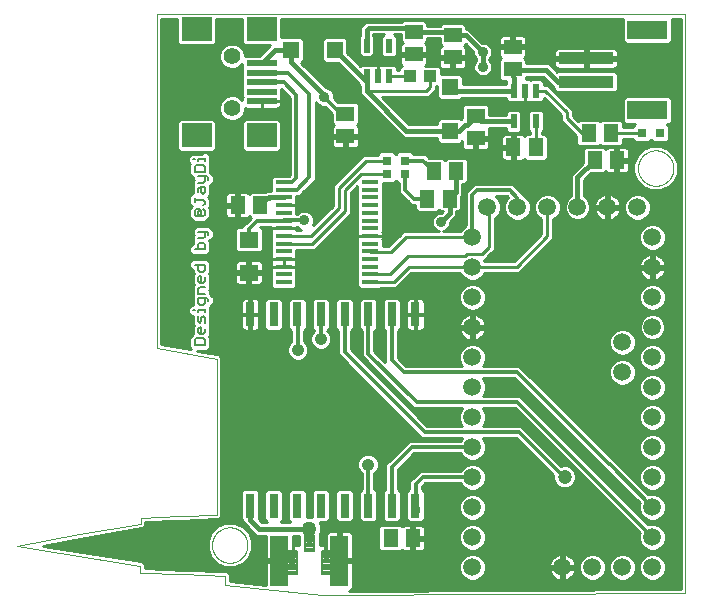
<source format=gtl>
G75*
%MOIN*%
%OFA0B0*%
%FSLAX25Y25*%
%IPPOS*%
%LPD*%
%AMOC8*
5,1,8,0,0,1.08239X$1,22.5*
%
%ADD10C,0.00000*%
%ADD11C,0.00600*%
%ADD12R,0.05118X0.05906*%
%ADD13R,0.05906X0.05118*%
%ADD14R,0.06299X0.05512*%
%ADD15R,0.03150X0.03150*%
%ADD16C,0.05937*%
%ADD17R,0.05500X0.01370*%
%ADD18C,0.05543*%
%ADD19R,0.09843X0.01969*%
%ADD20R,0.09843X0.07874*%
%ADD21R,0.02165X0.04724*%
%ADD22R,0.18110X0.03937*%
%ADD23R,0.13386X0.06299*%
%ADD24R,0.05512X0.05512*%
%ADD25R,0.04331X0.03937*%
%ADD26C,0.00800*%
%ADD27C,0.05000*%
%ADD28R,0.06000X0.17000*%
%ADD29R,0.03150X0.07874*%
%ADD30C,0.01600*%
%ADD31C,0.01000*%
%ADD32C,0.04724*%
%ADD33C,0.01200*%
%ADD34C,0.03562*%
%ADD35C,0.04134*%
D10*
X0005457Y0022435D02*
X0026291Y0026394D01*
X0046791Y0030019D01*
X0046860Y0031852D01*
X0046930Y0032019D01*
X0059694Y0032505D01*
X0072124Y0032991D01*
X0072100Y0032985D02*
X0072125Y0058990D01*
X0072124Y0058963D02*
X0072124Y0084935D01*
X0052124Y0088685D01*
X0052124Y0199797D01*
X0228374Y0199797D01*
X0228374Y0006741D01*
X0167819Y0006394D01*
X0107263Y0006047D01*
X0074902Y0009419D01*
X0074902Y0012574D01*
X0060805Y0013130D01*
X0046707Y0013685D01*
X0046707Y0015908D01*
X0005457Y0022435D01*
X0070553Y0022850D02*
X0070555Y0023003D01*
X0070561Y0023157D01*
X0070571Y0023310D01*
X0070585Y0023462D01*
X0070603Y0023615D01*
X0070625Y0023766D01*
X0070650Y0023917D01*
X0070680Y0024068D01*
X0070714Y0024218D01*
X0070751Y0024366D01*
X0070792Y0024514D01*
X0070837Y0024660D01*
X0070886Y0024806D01*
X0070939Y0024950D01*
X0070995Y0025092D01*
X0071055Y0025233D01*
X0071119Y0025373D01*
X0071186Y0025511D01*
X0071257Y0025647D01*
X0071332Y0025781D01*
X0071409Y0025913D01*
X0071491Y0026043D01*
X0071575Y0026171D01*
X0071663Y0026297D01*
X0071754Y0026420D01*
X0071848Y0026541D01*
X0071946Y0026659D01*
X0072046Y0026775D01*
X0072150Y0026888D01*
X0072256Y0026999D01*
X0072365Y0027107D01*
X0072477Y0027212D01*
X0072591Y0027313D01*
X0072709Y0027412D01*
X0072828Y0027508D01*
X0072950Y0027601D01*
X0073075Y0027690D01*
X0073202Y0027777D01*
X0073331Y0027859D01*
X0073462Y0027939D01*
X0073595Y0028015D01*
X0073730Y0028088D01*
X0073867Y0028157D01*
X0074006Y0028222D01*
X0074146Y0028284D01*
X0074288Y0028342D01*
X0074431Y0028397D01*
X0074576Y0028448D01*
X0074722Y0028495D01*
X0074869Y0028538D01*
X0075017Y0028577D01*
X0075166Y0028613D01*
X0075316Y0028644D01*
X0075467Y0028672D01*
X0075618Y0028696D01*
X0075771Y0028716D01*
X0075923Y0028732D01*
X0076076Y0028744D01*
X0076229Y0028752D01*
X0076382Y0028756D01*
X0076536Y0028756D01*
X0076689Y0028752D01*
X0076842Y0028744D01*
X0076995Y0028732D01*
X0077147Y0028716D01*
X0077300Y0028696D01*
X0077451Y0028672D01*
X0077602Y0028644D01*
X0077752Y0028613D01*
X0077901Y0028577D01*
X0078049Y0028538D01*
X0078196Y0028495D01*
X0078342Y0028448D01*
X0078487Y0028397D01*
X0078630Y0028342D01*
X0078772Y0028284D01*
X0078912Y0028222D01*
X0079051Y0028157D01*
X0079188Y0028088D01*
X0079323Y0028015D01*
X0079456Y0027939D01*
X0079587Y0027859D01*
X0079716Y0027777D01*
X0079843Y0027690D01*
X0079968Y0027601D01*
X0080090Y0027508D01*
X0080209Y0027412D01*
X0080327Y0027313D01*
X0080441Y0027212D01*
X0080553Y0027107D01*
X0080662Y0026999D01*
X0080768Y0026888D01*
X0080872Y0026775D01*
X0080972Y0026659D01*
X0081070Y0026541D01*
X0081164Y0026420D01*
X0081255Y0026297D01*
X0081343Y0026171D01*
X0081427Y0026043D01*
X0081509Y0025913D01*
X0081586Y0025781D01*
X0081661Y0025647D01*
X0081732Y0025511D01*
X0081799Y0025373D01*
X0081863Y0025233D01*
X0081923Y0025092D01*
X0081979Y0024950D01*
X0082032Y0024806D01*
X0082081Y0024660D01*
X0082126Y0024514D01*
X0082167Y0024366D01*
X0082204Y0024218D01*
X0082238Y0024068D01*
X0082268Y0023917D01*
X0082293Y0023766D01*
X0082315Y0023615D01*
X0082333Y0023462D01*
X0082347Y0023310D01*
X0082357Y0023157D01*
X0082363Y0023003D01*
X0082365Y0022850D01*
X0082363Y0022697D01*
X0082357Y0022543D01*
X0082347Y0022390D01*
X0082333Y0022238D01*
X0082315Y0022085D01*
X0082293Y0021934D01*
X0082268Y0021783D01*
X0082238Y0021632D01*
X0082204Y0021482D01*
X0082167Y0021334D01*
X0082126Y0021186D01*
X0082081Y0021040D01*
X0082032Y0020894D01*
X0081979Y0020750D01*
X0081923Y0020608D01*
X0081863Y0020467D01*
X0081799Y0020327D01*
X0081732Y0020189D01*
X0081661Y0020053D01*
X0081586Y0019919D01*
X0081509Y0019787D01*
X0081427Y0019657D01*
X0081343Y0019529D01*
X0081255Y0019403D01*
X0081164Y0019280D01*
X0081070Y0019159D01*
X0080972Y0019041D01*
X0080872Y0018925D01*
X0080768Y0018812D01*
X0080662Y0018701D01*
X0080553Y0018593D01*
X0080441Y0018488D01*
X0080327Y0018387D01*
X0080209Y0018288D01*
X0080090Y0018192D01*
X0079968Y0018099D01*
X0079843Y0018010D01*
X0079716Y0017923D01*
X0079587Y0017841D01*
X0079456Y0017761D01*
X0079323Y0017685D01*
X0079188Y0017612D01*
X0079051Y0017543D01*
X0078912Y0017478D01*
X0078772Y0017416D01*
X0078630Y0017358D01*
X0078487Y0017303D01*
X0078342Y0017252D01*
X0078196Y0017205D01*
X0078049Y0017162D01*
X0077901Y0017123D01*
X0077752Y0017087D01*
X0077602Y0017056D01*
X0077451Y0017028D01*
X0077300Y0017004D01*
X0077147Y0016984D01*
X0076995Y0016968D01*
X0076842Y0016956D01*
X0076689Y0016948D01*
X0076536Y0016944D01*
X0076382Y0016944D01*
X0076229Y0016948D01*
X0076076Y0016956D01*
X0075923Y0016968D01*
X0075771Y0016984D01*
X0075618Y0017004D01*
X0075467Y0017028D01*
X0075316Y0017056D01*
X0075166Y0017087D01*
X0075017Y0017123D01*
X0074869Y0017162D01*
X0074722Y0017205D01*
X0074576Y0017252D01*
X0074431Y0017303D01*
X0074288Y0017358D01*
X0074146Y0017416D01*
X0074006Y0017478D01*
X0073867Y0017543D01*
X0073730Y0017612D01*
X0073595Y0017685D01*
X0073462Y0017761D01*
X0073331Y0017841D01*
X0073202Y0017923D01*
X0073075Y0018010D01*
X0072950Y0018099D01*
X0072828Y0018192D01*
X0072709Y0018288D01*
X0072591Y0018387D01*
X0072477Y0018488D01*
X0072365Y0018593D01*
X0072256Y0018701D01*
X0072150Y0018812D01*
X0072046Y0018925D01*
X0071946Y0019041D01*
X0071848Y0019159D01*
X0071754Y0019280D01*
X0071663Y0019403D01*
X0071575Y0019529D01*
X0071491Y0019657D01*
X0071409Y0019787D01*
X0071332Y0019919D01*
X0071257Y0020053D01*
X0071186Y0020189D01*
X0071119Y0020327D01*
X0071055Y0020467D01*
X0070995Y0020608D01*
X0070939Y0020750D01*
X0070886Y0020894D01*
X0070837Y0021040D01*
X0070792Y0021186D01*
X0070751Y0021334D01*
X0070714Y0021482D01*
X0070680Y0021632D01*
X0070650Y0021783D01*
X0070625Y0021934D01*
X0070603Y0022085D01*
X0070585Y0022238D01*
X0070571Y0022390D01*
X0070561Y0022543D01*
X0070555Y0022697D01*
X0070553Y0022850D01*
X0212539Y0148504D02*
X0212541Y0148657D01*
X0212547Y0148811D01*
X0212557Y0148964D01*
X0212571Y0149116D01*
X0212589Y0149269D01*
X0212611Y0149420D01*
X0212636Y0149571D01*
X0212666Y0149722D01*
X0212700Y0149872D01*
X0212737Y0150020D01*
X0212778Y0150168D01*
X0212823Y0150314D01*
X0212872Y0150460D01*
X0212925Y0150604D01*
X0212981Y0150746D01*
X0213041Y0150887D01*
X0213105Y0151027D01*
X0213172Y0151165D01*
X0213243Y0151301D01*
X0213318Y0151435D01*
X0213395Y0151567D01*
X0213477Y0151697D01*
X0213561Y0151825D01*
X0213649Y0151951D01*
X0213740Y0152074D01*
X0213834Y0152195D01*
X0213932Y0152313D01*
X0214032Y0152429D01*
X0214136Y0152542D01*
X0214242Y0152653D01*
X0214351Y0152761D01*
X0214463Y0152866D01*
X0214577Y0152967D01*
X0214695Y0153066D01*
X0214814Y0153162D01*
X0214936Y0153255D01*
X0215061Y0153344D01*
X0215188Y0153431D01*
X0215317Y0153513D01*
X0215448Y0153593D01*
X0215581Y0153669D01*
X0215716Y0153742D01*
X0215853Y0153811D01*
X0215992Y0153876D01*
X0216132Y0153938D01*
X0216274Y0153996D01*
X0216417Y0154051D01*
X0216562Y0154102D01*
X0216708Y0154149D01*
X0216855Y0154192D01*
X0217003Y0154231D01*
X0217152Y0154267D01*
X0217302Y0154298D01*
X0217453Y0154326D01*
X0217604Y0154350D01*
X0217757Y0154370D01*
X0217909Y0154386D01*
X0218062Y0154398D01*
X0218215Y0154406D01*
X0218368Y0154410D01*
X0218522Y0154410D01*
X0218675Y0154406D01*
X0218828Y0154398D01*
X0218981Y0154386D01*
X0219133Y0154370D01*
X0219286Y0154350D01*
X0219437Y0154326D01*
X0219588Y0154298D01*
X0219738Y0154267D01*
X0219887Y0154231D01*
X0220035Y0154192D01*
X0220182Y0154149D01*
X0220328Y0154102D01*
X0220473Y0154051D01*
X0220616Y0153996D01*
X0220758Y0153938D01*
X0220898Y0153876D01*
X0221037Y0153811D01*
X0221174Y0153742D01*
X0221309Y0153669D01*
X0221442Y0153593D01*
X0221573Y0153513D01*
X0221702Y0153431D01*
X0221829Y0153344D01*
X0221954Y0153255D01*
X0222076Y0153162D01*
X0222195Y0153066D01*
X0222313Y0152967D01*
X0222427Y0152866D01*
X0222539Y0152761D01*
X0222648Y0152653D01*
X0222754Y0152542D01*
X0222858Y0152429D01*
X0222958Y0152313D01*
X0223056Y0152195D01*
X0223150Y0152074D01*
X0223241Y0151951D01*
X0223329Y0151825D01*
X0223413Y0151697D01*
X0223495Y0151567D01*
X0223572Y0151435D01*
X0223647Y0151301D01*
X0223718Y0151165D01*
X0223785Y0151027D01*
X0223849Y0150887D01*
X0223909Y0150746D01*
X0223965Y0150604D01*
X0224018Y0150460D01*
X0224067Y0150314D01*
X0224112Y0150168D01*
X0224153Y0150020D01*
X0224190Y0149872D01*
X0224224Y0149722D01*
X0224254Y0149571D01*
X0224279Y0149420D01*
X0224301Y0149269D01*
X0224319Y0149116D01*
X0224333Y0148964D01*
X0224343Y0148811D01*
X0224349Y0148657D01*
X0224351Y0148504D01*
X0224349Y0148351D01*
X0224343Y0148197D01*
X0224333Y0148044D01*
X0224319Y0147892D01*
X0224301Y0147739D01*
X0224279Y0147588D01*
X0224254Y0147437D01*
X0224224Y0147286D01*
X0224190Y0147136D01*
X0224153Y0146988D01*
X0224112Y0146840D01*
X0224067Y0146694D01*
X0224018Y0146548D01*
X0223965Y0146404D01*
X0223909Y0146262D01*
X0223849Y0146121D01*
X0223785Y0145981D01*
X0223718Y0145843D01*
X0223647Y0145707D01*
X0223572Y0145573D01*
X0223495Y0145441D01*
X0223413Y0145311D01*
X0223329Y0145183D01*
X0223241Y0145057D01*
X0223150Y0144934D01*
X0223056Y0144813D01*
X0222958Y0144695D01*
X0222858Y0144579D01*
X0222754Y0144466D01*
X0222648Y0144355D01*
X0222539Y0144247D01*
X0222427Y0144142D01*
X0222313Y0144041D01*
X0222195Y0143942D01*
X0222076Y0143846D01*
X0221954Y0143753D01*
X0221829Y0143664D01*
X0221702Y0143577D01*
X0221573Y0143495D01*
X0221442Y0143415D01*
X0221309Y0143339D01*
X0221174Y0143266D01*
X0221037Y0143197D01*
X0220898Y0143132D01*
X0220758Y0143070D01*
X0220616Y0143012D01*
X0220473Y0142957D01*
X0220328Y0142906D01*
X0220182Y0142859D01*
X0220035Y0142816D01*
X0219887Y0142777D01*
X0219738Y0142741D01*
X0219588Y0142710D01*
X0219437Y0142682D01*
X0219286Y0142658D01*
X0219133Y0142638D01*
X0218981Y0142622D01*
X0218828Y0142610D01*
X0218675Y0142602D01*
X0218522Y0142598D01*
X0218368Y0142598D01*
X0218215Y0142602D01*
X0218062Y0142610D01*
X0217909Y0142622D01*
X0217757Y0142638D01*
X0217604Y0142658D01*
X0217453Y0142682D01*
X0217302Y0142710D01*
X0217152Y0142741D01*
X0217003Y0142777D01*
X0216855Y0142816D01*
X0216708Y0142859D01*
X0216562Y0142906D01*
X0216417Y0142957D01*
X0216274Y0143012D01*
X0216132Y0143070D01*
X0215992Y0143132D01*
X0215853Y0143197D01*
X0215716Y0143266D01*
X0215581Y0143339D01*
X0215448Y0143415D01*
X0215317Y0143495D01*
X0215188Y0143577D01*
X0215061Y0143664D01*
X0214936Y0143753D01*
X0214814Y0143846D01*
X0214695Y0143942D01*
X0214577Y0144041D01*
X0214463Y0144142D01*
X0214351Y0144247D01*
X0214242Y0144355D01*
X0214136Y0144466D01*
X0214032Y0144579D01*
X0213932Y0144695D01*
X0213834Y0144813D01*
X0213740Y0144934D01*
X0213649Y0145057D01*
X0213561Y0145183D01*
X0213477Y0145311D01*
X0213395Y0145441D01*
X0213318Y0145573D01*
X0213243Y0145707D01*
X0213172Y0145843D01*
X0213105Y0145981D01*
X0213041Y0146121D01*
X0212981Y0146262D01*
X0212925Y0146404D01*
X0212872Y0146548D01*
X0212823Y0146694D01*
X0212778Y0146840D01*
X0212737Y0146988D01*
X0212700Y0147136D01*
X0212666Y0147286D01*
X0212636Y0147437D01*
X0212611Y0147588D01*
X0212589Y0147739D01*
X0212571Y0147892D01*
X0212557Y0148044D01*
X0212547Y0148197D01*
X0212541Y0148351D01*
X0212539Y0148504D01*
D11*
X0069294Y0145198D02*
X0069294Y0144630D01*
X0069294Y0145198D02*
X0068727Y0145765D01*
X0065891Y0145765D01*
X0064757Y0147179D02*
X0064757Y0148881D01*
X0065324Y0149448D01*
X0067593Y0149448D01*
X0068160Y0148881D01*
X0068160Y0147179D01*
X0064757Y0147179D01*
X0068160Y0145765D02*
X0068160Y0144063D01*
X0067593Y0143496D01*
X0065891Y0143496D01*
X0066459Y0142082D02*
X0065891Y0141514D01*
X0065891Y0140380D01*
X0067026Y0140380D02*
X0067593Y0139813D01*
X0068160Y0140380D01*
X0068160Y0142082D01*
X0066459Y0142082D01*
X0067026Y0142082D02*
X0067026Y0140380D01*
X0064757Y0138398D02*
X0064757Y0137264D01*
X0064757Y0137831D02*
X0067593Y0137831D01*
X0068160Y0137264D01*
X0068160Y0136697D01*
X0067593Y0136130D01*
X0067593Y0134715D02*
X0068160Y0134148D01*
X0068160Y0133014D01*
X0067593Y0132447D01*
X0065324Y0132447D01*
X0064757Y0133014D01*
X0064757Y0134148D01*
X0065324Y0134715D01*
X0066459Y0134715D01*
X0067026Y0134148D01*
X0065891Y0134148D01*
X0065891Y0133014D01*
X0067026Y0133014D01*
X0067026Y0134148D01*
X0068160Y0127349D02*
X0068160Y0125647D01*
X0067593Y0125080D01*
X0065891Y0125080D01*
X0066459Y0123666D02*
X0065891Y0123099D01*
X0065891Y0121397D01*
X0064757Y0121397D02*
X0068160Y0121397D01*
X0068160Y0123099D01*
X0067593Y0123666D01*
X0066459Y0123666D01*
X0065891Y0127349D02*
X0068727Y0127349D01*
X0069294Y0126782D01*
X0069294Y0126215D01*
X0068160Y0116300D02*
X0064757Y0116300D01*
X0065891Y0116300D02*
X0065891Y0114598D01*
X0066459Y0114031D01*
X0067593Y0114031D01*
X0068160Y0114598D01*
X0068160Y0116300D01*
X0067026Y0112616D02*
X0067026Y0110348D01*
X0067593Y0110348D02*
X0066459Y0110348D01*
X0065891Y0110915D01*
X0065891Y0112049D01*
X0066459Y0112616D01*
X0067026Y0112616D01*
X0068160Y0112049D02*
X0068160Y0110915D01*
X0067593Y0110348D01*
X0068160Y0108933D02*
X0066459Y0108933D01*
X0065891Y0108366D01*
X0065891Y0106665D01*
X0068160Y0106665D01*
X0068160Y0105250D02*
X0068160Y0103549D01*
X0067593Y0102981D01*
X0066459Y0102981D01*
X0065891Y0103549D01*
X0065891Y0105250D01*
X0068727Y0105250D01*
X0069294Y0104683D01*
X0069294Y0104116D01*
X0068160Y0101660D02*
X0068160Y0100526D01*
X0068160Y0101093D02*
X0065891Y0101093D01*
X0065891Y0100526D01*
X0064757Y0101093D02*
X0064190Y0101093D01*
X0065891Y0099112D02*
X0065891Y0097410D01*
X0066459Y0096843D01*
X0067026Y0097410D01*
X0067026Y0098544D01*
X0067593Y0099112D01*
X0068160Y0098544D01*
X0068160Y0096843D01*
X0067026Y0095428D02*
X0067026Y0093160D01*
X0067593Y0093160D02*
X0066459Y0093160D01*
X0065891Y0093727D01*
X0065891Y0094861D01*
X0066459Y0095428D01*
X0067026Y0095428D01*
X0068160Y0094861D02*
X0068160Y0093727D01*
X0067593Y0093160D01*
X0067593Y0091745D02*
X0065324Y0091745D01*
X0064757Y0091178D01*
X0064757Y0089477D01*
X0068160Y0089477D01*
X0068160Y0091178D01*
X0067593Y0091745D01*
X0068160Y0150862D02*
X0068160Y0151997D01*
X0068160Y0151430D02*
X0065891Y0151430D01*
X0065891Y0150862D01*
X0064757Y0151430D02*
X0064190Y0151430D01*
D12*
X0079060Y0136185D03*
X0086540Y0136185D03*
X0142237Y0138356D03*
X0149718Y0138356D03*
X0151917Y0147568D03*
X0144437Y0147568D03*
X0170960Y0155419D03*
X0178440Y0155419D03*
X0196060Y0160185D03*
X0203540Y0160185D03*
X0205540Y0151185D03*
X0198060Y0151185D03*
X0137540Y0025185D03*
X0130060Y0025185D03*
D13*
X0158485Y0158445D03*
X0158485Y0165926D03*
X0170800Y0181445D03*
X0170800Y0188926D03*
X0150800Y0185445D03*
X0150800Y0192926D03*
X0137800Y0193926D03*
X0137800Y0186445D03*
X0114994Y0166593D03*
X0114994Y0159113D03*
D14*
X0082800Y0124697D03*
X0082800Y0113674D03*
D15*
X0129047Y0146585D03*
X0128847Y0150985D03*
X0134753Y0150985D03*
X0134953Y0146585D03*
X0213847Y0160185D03*
X0219753Y0160185D03*
D16*
X0212349Y0135500D03*
X0202349Y0135500D03*
X0192349Y0135500D03*
X0182349Y0135500D03*
X0172349Y0135500D03*
X0162349Y0135500D03*
X0157349Y0125500D03*
X0157349Y0115500D03*
X0157349Y0105500D03*
X0157349Y0095500D03*
X0157349Y0085500D03*
X0157349Y0075500D03*
X0157349Y0065500D03*
X0157349Y0055500D03*
X0157349Y0045500D03*
X0157349Y0035500D03*
X0157349Y0025500D03*
X0157349Y0015500D03*
X0187349Y0015500D03*
X0197349Y0015500D03*
X0207349Y0015500D03*
X0217349Y0015500D03*
X0217349Y0025500D03*
X0217349Y0035500D03*
X0217349Y0045500D03*
X0217349Y0055500D03*
X0217349Y0065500D03*
X0217349Y0075500D03*
X0207349Y0080500D03*
X0207349Y0090500D03*
X0217349Y0085500D03*
X0217349Y0095500D03*
X0217349Y0105500D03*
X0217349Y0115500D03*
X0217349Y0125500D03*
D17*
X0123194Y0125906D03*
X0123194Y0128465D03*
X0123194Y0131024D03*
X0123194Y0133583D03*
X0123194Y0136142D03*
X0123194Y0138701D03*
X0123194Y0141260D03*
X0123194Y0143819D03*
X0123194Y0123347D03*
X0123194Y0120788D03*
X0123194Y0118229D03*
X0123194Y0115670D03*
X0123194Y0113111D03*
X0123194Y0110552D03*
X0094406Y0110552D03*
X0094406Y0113111D03*
X0094406Y0115670D03*
X0094406Y0118229D03*
X0094406Y0120788D03*
X0094406Y0123347D03*
X0094406Y0125906D03*
X0094406Y0128465D03*
X0094406Y0131024D03*
X0094406Y0133583D03*
X0094406Y0136142D03*
X0094406Y0138701D03*
X0094406Y0141260D03*
X0094406Y0143819D03*
D18*
X0077271Y0168432D03*
X0077271Y0185755D03*
D19*
X0087113Y0183393D03*
X0087113Y0180243D03*
X0087113Y0177094D03*
X0087113Y0173944D03*
X0087113Y0170795D03*
D20*
X0087113Y0159377D03*
X0065460Y0159377D03*
X0065460Y0194810D03*
X0087113Y0194810D03*
D21*
X0122060Y0189304D03*
X0129540Y0189304D03*
X0129540Y0179067D03*
X0125800Y0179067D03*
X0122060Y0179067D03*
X0171060Y0174304D03*
X0174800Y0174304D03*
X0178540Y0174304D03*
X0178540Y0164067D03*
X0171060Y0164067D03*
D22*
X0195233Y0177248D03*
X0195233Y0185122D03*
D23*
X0215706Y0194571D03*
X0215706Y0167800D03*
D24*
X0149800Y0160902D03*
X0149800Y0175469D03*
X0111437Y0187889D03*
X0096870Y0187889D03*
D25*
X0136454Y0179185D03*
X0143146Y0179185D03*
D26*
X0104601Y0026048D02*
X0104601Y0020848D01*
X0101401Y0020848D01*
X0101401Y0026048D01*
X0104601Y0026048D01*
X0104601Y0021647D02*
X0101401Y0021647D01*
X0101401Y0022446D02*
X0104601Y0022446D01*
X0104601Y0023245D02*
X0101401Y0023245D01*
X0101401Y0024044D02*
X0104601Y0024044D01*
X0104601Y0024843D02*
X0101401Y0024843D01*
X0101401Y0025642D02*
X0104601Y0025642D01*
X0110389Y0020999D02*
X0110389Y0013139D01*
X0107189Y0013139D01*
X0107189Y0020999D01*
X0110389Y0020999D01*
X0110389Y0013938D02*
X0107189Y0013938D01*
X0107189Y0014737D02*
X0110389Y0014737D01*
X0110389Y0015536D02*
X0107189Y0015536D01*
X0107189Y0016335D02*
X0110389Y0016335D01*
X0110389Y0017134D02*
X0107189Y0017134D01*
X0107189Y0017933D02*
X0110389Y0017933D01*
X0110389Y0018732D02*
X0107189Y0018732D01*
X0107189Y0019531D02*
X0110389Y0019531D01*
X0110389Y0020330D02*
X0107189Y0020330D01*
X0098812Y0020999D02*
X0098812Y0013139D01*
X0095612Y0013139D01*
X0095612Y0020999D01*
X0098812Y0020999D01*
X0098812Y0013938D02*
X0095612Y0013938D01*
X0095612Y0014737D02*
X0098812Y0014737D01*
X0098812Y0015536D02*
X0095612Y0015536D01*
X0095612Y0016335D02*
X0098812Y0016335D01*
X0098812Y0017134D02*
X0095612Y0017134D01*
X0095612Y0017933D02*
X0098812Y0017933D01*
X0098812Y0018732D02*
X0095612Y0018732D01*
X0095612Y0019531D02*
X0098812Y0019531D01*
X0098812Y0020330D02*
X0095612Y0020330D01*
D27*
X0103001Y0028319D03*
D28*
X0113001Y0017569D03*
X0093001Y0017569D03*
D29*
X0091104Y0035956D03*
X0098978Y0035956D03*
X0106852Y0035956D03*
X0114726Y0035956D03*
X0122600Y0035956D03*
X0130474Y0035956D03*
X0138348Y0035956D03*
X0083230Y0035956D03*
X0083230Y0099735D03*
X0091104Y0099735D03*
X0098978Y0099735D03*
X0106852Y0099735D03*
X0114726Y0099735D03*
X0122600Y0099735D03*
X0130474Y0099735D03*
X0138348Y0099735D03*
D30*
X0146800Y0130485D02*
X0146900Y0130585D01*
X0146800Y0130485D01*
X0146900Y0130585D02*
X0149718Y0133403D01*
X0149718Y0138356D01*
X0151917Y0140555D01*
X0151917Y0147568D01*
X0152884Y0160902D02*
X0149800Y0160902D01*
X0135343Y0160902D01*
X0122060Y0174185D01*
X0122060Y0177233D01*
X0116193Y0183100D01*
X0116193Y0183134D01*
X0111437Y0187889D01*
X0122060Y0189304D02*
X0122060Y0194445D01*
X0122800Y0195185D01*
X0137540Y0195185D01*
X0137800Y0193926D01*
X0149800Y0193926D01*
X0150800Y0192926D01*
X0155060Y0192926D01*
X0160800Y0187185D01*
X0160800Y0182185D01*
X0170800Y0181445D02*
X0170876Y0180451D01*
X0171611Y0181185D01*
X0181800Y0181185D01*
X0185737Y0177248D01*
X0195233Y0177248D01*
X0171060Y0177099D02*
X0171060Y0174304D01*
X0150965Y0174304D01*
X0149800Y0175469D01*
X0158485Y0165926D02*
X0158485Y0165892D01*
X0155398Y0162804D01*
X0154787Y0162804D01*
X0152884Y0160902D01*
X0158485Y0165892D02*
X0159188Y0165189D01*
X0160310Y0164067D01*
X0171060Y0164067D01*
X0160310Y0164067D02*
X0159188Y0165189D01*
X0171060Y0177099D02*
X0170876Y0180451D01*
X0198060Y0151185D02*
X0192349Y0145475D01*
X0192349Y0135500D01*
X0197060Y0150185D02*
X0198060Y0151185D01*
X0122060Y0177233D02*
X0122060Y0179067D01*
X0121934Y0179193D01*
X0108321Y0172386D02*
X0096870Y0183837D01*
X0096870Y0187889D01*
X0091610Y0187889D01*
X0087113Y0183393D01*
X0107988Y0172220D02*
X0108155Y0172386D01*
X0108321Y0172386D01*
X0094406Y0138701D02*
X0089470Y0138701D01*
X0088763Y0138408D02*
X0086540Y0136185D01*
X0088763Y0138408D02*
X0088807Y0138450D01*
X0088853Y0138488D01*
X0088902Y0138524D01*
X0088953Y0138557D01*
X0089005Y0138586D01*
X0089060Y0138613D01*
X0089115Y0138636D01*
X0089172Y0138656D01*
X0089231Y0138672D01*
X0089290Y0138685D01*
X0089349Y0138694D01*
X0089410Y0138699D01*
X0089470Y0138701D01*
X0083230Y0035956D02*
X0083150Y0035875D01*
X0083150Y0031358D01*
X0086189Y0028319D01*
X0103001Y0028319D01*
X0103001Y0023448D01*
X0097212Y0017069D02*
X0095501Y0018069D01*
X0093001Y0017569D01*
D31*
X0092500Y0017162D02*
X0081244Y0017162D01*
X0080654Y0016572D02*
X0082737Y0018655D01*
X0083865Y0021377D01*
X0083865Y0024323D01*
X0082737Y0027045D01*
X0080654Y0029128D01*
X0077932Y0030255D01*
X0074986Y0030255D01*
X0072264Y0029128D01*
X0070181Y0027045D01*
X0069054Y0024323D01*
X0069054Y0021377D01*
X0070181Y0018655D01*
X0072264Y0016572D01*
X0074986Y0015444D01*
X0077932Y0015444D01*
X0080654Y0016572D01*
X0079667Y0016163D02*
X0088501Y0016163D01*
X0088501Y0017069D02*
X0088501Y0009510D01*
X0076402Y0010771D01*
X0076402Y0012545D01*
X0076425Y0013136D01*
X0076402Y0013161D01*
X0076402Y0013196D01*
X0075983Y0013614D01*
X0075582Y0014049D01*
X0075547Y0014050D01*
X0075523Y0014074D01*
X0074931Y0014074D01*
X0061485Y0014604D01*
X0048207Y0015127D01*
X0048207Y0015790D01*
X0048286Y0016287D01*
X0048207Y0016395D01*
X0048207Y0016529D01*
X0047851Y0016885D01*
X0047556Y0017292D01*
X0047423Y0017313D01*
X0047329Y0017408D01*
X0046825Y0017408D01*
X0014203Y0022570D01*
X0026561Y0024918D01*
X0046894Y0028514D01*
X0047355Y0028496D01*
X0047487Y0028619D01*
X0047664Y0028650D01*
X0047928Y0029028D01*
X0048266Y0029341D01*
X0048273Y0029521D01*
X0048376Y0029668D01*
X0048296Y0030122D01*
X0048313Y0030570D01*
X0059131Y0030982D01*
X0059745Y0031006D01*
X0060371Y0031030D01*
X0060372Y0031030D01*
X0072013Y0031485D01*
X0072720Y0031485D01*
X0072749Y0031514D01*
X0072804Y0031516D01*
X0073426Y0032190D01*
X0073599Y0032363D01*
X0073599Y0032377D01*
X0073647Y0032429D01*
X0073601Y0033620D01*
X0073626Y0059610D01*
X0073624Y0059612D01*
X0073624Y0084796D01*
X0073713Y0085270D01*
X0073624Y0085399D01*
X0073624Y0085557D01*
X0073283Y0085898D01*
X0073011Y0086295D01*
X0072857Y0086324D01*
X0072745Y0086435D01*
X0072263Y0086435D01*
X0065644Y0087677D01*
X0068906Y0087677D01*
X0069960Y0088731D01*
X0069960Y0091924D01*
X0069431Y0092452D01*
X0069960Y0092981D01*
X0069960Y0095607D01*
X0069715Y0095852D01*
X0069960Y0096097D01*
X0069960Y0099290D01*
X0069715Y0099535D01*
X0069960Y0099780D01*
X0069960Y0102316D01*
X0070040Y0102316D01*
X0071094Y0103370D01*
X0071094Y0105429D01*
X0070527Y0105996D01*
X0069960Y0106563D01*
X0069960Y0107410D01*
X0069571Y0107799D01*
X0069960Y0108188D01*
X0069960Y0109679D01*
X0069715Y0109924D01*
X0069960Y0110169D01*
X0069960Y0112795D01*
X0069431Y0113324D01*
X0069960Y0113852D01*
X0069960Y0117045D01*
X0068906Y0118099D01*
X0064012Y0118099D01*
X0062957Y0117045D01*
X0062957Y0115554D01*
X0064012Y0114500D01*
X0064091Y0114500D01*
X0064091Y0113852D01*
X0064620Y0113324D01*
X0064091Y0112795D01*
X0064091Y0110169D01*
X0064620Y0109640D01*
X0064091Y0109112D01*
X0064091Y0102893D01*
X0063444Y0102893D01*
X0062390Y0101839D01*
X0062390Y0100348D01*
X0063444Y0099293D01*
X0064091Y0099293D01*
X0064091Y0096664D01*
X0064620Y0096136D01*
X0064091Y0095607D01*
X0064091Y0093058D01*
X0064012Y0092978D01*
X0062957Y0091924D01*
X0062957Y0088731D01*
X0063635Y0088053D01*
X0053624Y0089930D01*
X0053624Y0198297D01*
X0059039Y0198297D01*
X0059039Y0190252D01*
X0059917Y0189373D01*
X0071003Y0189373D01*
X0071881Y0190252D01*
X0071881Y0198297D01*
X0080692Y0198297D01*
X0080692Y0190252D01*
X0081571Y0189373D01*
X0089841Y0189373D01*
X0086345Y0185877D01*
X0081571Y0185877D01*
X0081543Y0185849D01*
X0081543Y0186605D01*
X0080892Y0188175D01*
X0079691Y0189377D01*
X0078121Y0190027D01*
X0076421Y0190027D01*
X0074851Y0189377D01*
X0073650Y0188175D01*
X0072999Y0186605D01*
X0072999Y0184906D01*
X0073650Y0183336D01*
X0074851Y0182134D01*
X0076421Y0181484D01*
X0078121Y0181484D01*
X0079691Y0182134D01*
X0080692Y0183136D01*
X0080692Y0172339D01*
X0080769Y0172262D01*
X0080692Y0171976D01*
X0080692Y0171052D01*
X0079691Y0172054D01*
X0078121Y0172704D01*
X0076421Y0172704D01*
X0074851Y0172054D01*
X0073650Y0170852D01*
X0072999Y0169282D01*
X0072999Y0167583D01*
X0073650Y0166013D01*
X0074851Y0164811D01*
X0076421Y0164161D01*
X0078121Y0164161D01*
X0079691Y0164811D01*
X0080892Y0166013D01*
X0081543Y0167583D01*
X0081543Y0168453D01*
X0081613Y0168413D01*
X0081995Y0168310D01*
X0087113Y0168310D01*
X0087113Y0170795D01*
X0087114Y0170795D01*
X0093535Y0170795D01*
X0093535Y0171976D01*
X0093458Y0172262D01*
X0093535Y0172339D01*
X0093535Y0174994D01*
X0093575Y0174994D01*
X0096553Y0172017D01*
X0096553Y0146201D01*
X0096356Y0146004D01*
X0091035Y0146004D01*
X0090156Y0145126D01*
X0090156Y0140808D01*
X0088597Y0140808D01*
X0088417Y0140628D01*
X0088145Y0140515D01*
X0087890Y0140515D01*
X0087820Y0140445D01*
X0083440Y0140445D01*
X0082905Y0139911D01*
X0082819Y0140059D01*
X0082540Y0140338D01*
X0082198Y0140536D01*
X0081816Y0140638D01*
X0079560Y0140638D01*
X0079560Y0136685D01*
X0078560Y0136685D01*
X0078560Y0135685D01*
X0079560Y0135685D01*
X0079560Y0131733D01*
X0081816Y0131733D01*
X0082198Y0131835D01*
X0082540Y0132032D01*
X0082819Y0132312D01*
X0082905Y0132460D01*
X0083440Y0131926D01*
X0083570Y0131926D01*
X0083539Y0131894D01*
X0081930Y0130285D01*
X0080700Y0129055D01*
X0080700Y0128953D01*
X0079029Y0128953D01*
X0078150Y0128074D01*
X0078150Y0121320D01*
X0079029Y0120441D01*
X0086571Y0120441D01*
X0087450Y0121320D01*
X0087450Y0128074D01*
X0086600Y0128924D01*
X0090156Y0128924D01*
X0090156Y0128465D01*
X0094406Y0128465D01*
X0094406Y0128465D01*
X0090156Y0128465D01*
X0090156Y0127582D01*
X0090235Y0127290D01*
X0090156Y0127212D01*
X0090156Y0119481D01*
X0090235Y0119403D01*
X0090156Y0119111D01*
X0090156Y0118229D01*
X0094406Y0118229D01*
X0094406Y0118229D01*
X0090156Y0118229D01*
X0090156Y0117346D01*
X0090259Y0116965D01*
X0090267Y0116949D01*
X0090259Y0116934D01*
X0090156Y0116552D01*
X0090156Y0115670D01*
X0094406Y0115670D01*
X0094406Y0118229D01*
X0098656Y0118229D01*
X0098656Y0119111D01*
X0098578Y0119403D01*
X0098656Y0119481D01*
X0098656Y0121185D01*
X0104628Y0121185D01*
X0105800Y0122357D01*
X0116800Y0133357D01*
X0116800Y0140357D01*
X0118944Y0142501D01*
X0118944Y0127159D01*
X0119022Y0127080D01*
X0118944Y0126788D01*
X0118944Y0125906D01*
X0123194Y0125906D01*
X0127444Y0125906D01*
X0127444Y0126788D01*
X0127365Y0127080D01*
X0127444Y0127159D01*
X0127444Y0143511D01*
X0131243Y0143511D01*
X0132000Y0144267D01*
X0132757Y0143511D01*
X0132853Y0143511D01*
X0132853Y0140363D01*
X0135800Y0137416D01*
X0137030Y0136185D01*
X0138178Y0136185D01*
X0138178Y0134782D01*
X0139057Y0133903D01*
X0145418Y0133903D01*
X0146114Y0134599D01*
X0146617Y0134096D01*
X0147431Y0134096D01*
X0147008Y0133674D01*
X0146286Y0133674D01*
X0145151Y0133203D01*
X0144282Y0132335D01*
X0143812Y0131200D01*
X0143812Y0129971D01*
X0144282Y0128836D01*
X0145151Y0127967D01*
X0146279Y0127500D01*
X0134285Y0127500D01*
X0133114Y0126328D01*
X0129292Y0122507D01*
X0127444Y0122507D01*
X0127444Y0124653D01*
X0127365Y0124731D01*
X0127444Y0125023D01*
X0127444Y0125906D01*
X0123194Y0125906D01*
X0123194Y0125906D01*
X0123194Y0125906D01*
X0118944Y0125906D01*
X0118944Y0125023D01*
X0119022Y0124731D01*
X0118944Y0124653D01*
X0118944Y0109245D01*
X0119822Y0108367D01*
X0126565Y0108367D01*
X0126750Y0108552D01*
X0131995Y0108552D01*
X0136943Y0113500D01*
X0153341Y0113500D01*
X0153561Y0112969D01*
X0154818Y0111712D01*
X0156460Y0111031D01*
X0158238Y0111031D01*
X0159880Y0111712D01*
X0161137Y0112969D01*
X0161357Y0113500D01*
X0172943Y0113500D01*
X0184349Y0124906D01*
X0184349Y0131492D01*
X0184880Y0131712D01*
X0186137Y0132969D01*
X0186818Y0134611D01*
X0186818Y0136389D01*
X0186137Y0138031D01*
X0184880Y0139288D01*
X0183238Y0139968D01*
X0181460Y0139968D01*
X0179818Y0139288D01*
X0178561Y0138031D01*
X0177881Y0136389D01*
X0177881Y0134611D01*
X0178561Y0132969D01*
X0179818Y0131712D01*
X0180349Y0131492D01*
X0180349Y0126563D01*
X0171286Y0117500D01*
X0161357Y0117500D01*
X0161163Y0117969D01*
X0161412Y0117969D01*
X0162583Y0119140D01*
X0163628Y0120185D01*
X0164800Y0121357D01*
X0164800Y0131679D01*
X0164880Y0131712D01*
X0166137Y0132969D01*
X0166818Y0134611D01*
X0166818Y0136389D01*
X0166137Y0138031D01*
X0165083Y0139085D01*
X0168930Y0139085D01*
X0169273Y0138743D01*
X0168561Y0138031D01*
X0167881Y0136389D01*
X0167881Y0134611D01*
X0168561Y0132969D01*
X0169818Y0131712D01*
X0171460Y0131031D01*
X0173238Y0131031D01*
X0174880Y0131712D01*
X0176137Y0132969D01*
X0176818Y0134611D01*
X0176818Y0136389D01*
X0176137Y0138031D01*
X0174880Y0139288D01*
X0174449Y0139467D01*
X0174449Y0139506D01*
X0171900Y0142055D01*
X0170670Y0143285D01*
X0157930Y0143285D01*
X0156302Y0141657D01*
X0155072Y0140427D01*
X0155072Y0138687D01*
X0155249Y0138510D01*
X0155249Y0129467D01*
X0154818Y0129288D01*
X0153561Y0128031D01*
X0153341Y0127500D01*
X0147521Y0127500D01*
X0148649Y0127967D01*
X0149518Y0128836D01*
X0149988Y0129971D01*
X0149988Y0130694D01*
X0151825Y0132530D01*
X0151825Y0134096D01*
X0152818Y0134096D01*
X0153584Y0134861D01*
X0153584Y0139242D01*
X0154024Y0139682D01*
X0154024Y0143308D01*
X0155018Y0143308D01*
X0155783Y0144074D01*
X0155783Y0151062D01*
X0155018Y0151828D01*
X0148817Y0151828D01*
X0148313Y0151325D01*
X0147617Y0152021D01*
X0142954Y0152021D01*
X0141890Y0153085D01*
X0137828Y0153085D01*
X0137828Y0153182D01*
X0136949Y0154060D01*
X0132557Y0154060D01*
X0131800Y0153304D01*
X0131043Y0154060D01*
X0126651Y0154060D01*
X0125772Y0153182D01*
X0125772Y0152985D01*
X0120943Y0152985D01*
X0119772Y0151814D01*
X0111972Y0144014D01*
X0110800Y0142842D01*
X0110800Y0136014D01*
X0104193Y0129407D01*
X0104601Y0130392D01*
X0104601Y0131697D01*
X0104101Y0132903D01*
X0103178Y0133826D01*
X0101973Y0134326D01*
X0100667Y0134326D01*
X0099461Y0133826D01*
X0098780Y0133145D01*
X0098656Y0133145D01*
X0098656Y0134889D01*
X0098578Y0134968D01*
X0098656Y0135260D01*
X0098656Y0136142D01*
X0094406Y0136142D01*
X0094406Y0136142D01*
X0098656Y0136142D01*
X0098656Y0137025D01*
X0098554Y0137406D01*
X0098463Y0137563D01*
X0098463Y0139185D01*
X0099729Y0139185D01*
X0100959Y0140416D01*
X0105087Y0144543D01*
X0105087Y0170649D01*
X0105206Y0170361D01*
X0106129Y0169438D01*
X0107335Y0168939D01*
X0108299Y0168939D01*
X0110541Y0166696D01*
X0110541Y0163412D01*
X0111101Y0162853D01*
X0110841Y0162593D01*
X0110644Y0162251D01*
X0110541Y0161869D01*
X0110541Y0159613D01*
X0114494Y0159613D01*
X0114494Y0158613D01*
X0110541Y0158613D01*
X0110541Y0156356D01*
X0110644Y0155975D01*
X0110841Y0155632D01*
X0111120Y0155353D01*
X0111462Y0155156D01*
X0111844Y0155054D01*
X0114494Y0155054D01*
X0114494Y0158613D01*
X0115494Y0158613D01*
X0115494Y0159613D01*
X0119447Y0159613D01*
X0119447Y0161869D01*
X0119345Y0162251D01*
X0119147Y0162593D01*
X0118887Y0162853D01*
X0119447Y0163412D01*
X0119447Y0169773D01*
X0118568Y0170652D01*
X0112525Y0170652D01*
X0111269Y0171908D01*
X0111269Y0172872D01*
X0110769Y0174078D01*
X0109846Y0175001D01*
X0108641Y0175501D01*
X0108460Y0175501D01*
X0100287Y0183673D01*
X0101126Y0184512D01*
X0101126Y0191267D01*
X0100248Y0192145D01*
X0093535Y0192145D01*
X0093535Y0198297D01*
X0207513Y0198297D01*
X0207513Y0190800D01*
X0208391Y0189922D01*
X0223020Y0189922D01*
X0223898Y0190800D01*
X0223898Y0198297D01*
X0226874Y0198297D01*
X0226874Y0008232D01*
X0168431Y0007897D01*
X0168431Y0007897D01*
X0116309Y0007598D01*
X0116579Y0007671D01*
X0116922Y0007868D01*
X0117201Y0008148D01*
X0117398Y0008490D01*
X0117500Y0008871D01*
X0117500Y0017069D01*
X0113501Y0017069D01*
X0113501Y0018069D01*
X0117500Y0018069D01*
X0117500Y0026266D01*
X0117398Y0026648D01*
X0117201Y0026990D01*
X0116922Y0027269D01*
X0116579Y0027466D01*
X0116198Y0027569D01*
X0113500Y0027569D01*
X0113500Y0018069D01*
X0112501Y0018069D01*
X0112501Y0027569D01*
X0109803Y0027569D01*
X0109422Y0027466D01*
X0109079Y0027269D01*
X0108800Y0026990D01*
X0108603Y0026648D01*
X0108501Y0026266D01*
X0108501Y0018069D01*
X0109289Y0018069D01*
X0109289Y0017569D01*
X0108289Y0017569D01*
X0108289Y0022899D01*
X0106939Y0022899D01*
X0106500Y0022782D01*
X0106500Y0026316D01*
X0107000Y0027523D01*
X0107000Y0029114D01*
X0106419Y0030519D01*
X0109048Y0030519D01*
X0109927Y0031397D01*
X0109927Y0040514D01*
X0109048Y0041393D01*
X0104656Y0041393D01*
X0103777Y0040514D01*
X0103777Y0032319D01*
X0102205Y0032319D01*
X0102053Y0032256D01*
X0102053Y0040514D01*
X0101174Y0041393D01*
X0096782Y0041393D01*
X0095903Y0040514D01*
X0095903Y0031397D01*
X0096682Y0030619D01*
X0093400Y0030619D01*
X0094179Y0031397D01*
X0094179Y0040514D01*
X0093300Y0041393D01*
X0088908Y0041393D01*
X0088029Y0040514D01*
X0088029Y0031397D01*
X0088808Y0030619D01*
X0087142Y0030619D01*
X0086305Y0031456D01*
X0086305Y0040514D01*
X0085426Y0041393D01*
X0081034Y0041393D01*
X0080155Y0040514D01*
X0080155Y0031397D01*
X0080850Y0030703D01*
X0080850Y0030405D01*
X0082197Y0029058D01*
X0085236Y0026019D01*
X0088501Y0026019D01*
X0088501Y0018069D01*
X0092500Y0018069D01*
X0092500Y0017069D01*
X0088501Y0017069D01*
X0088501Y0018160D02*
X0082242Y0018160D01*
X0082946Y0019159D02*
X0088501Y0019159D01*
X0088501Y0020157D02*
X0083359Y0020157D01*
X0083773Y0021156D02*
X0088501Y0021156D01*
X0088501Y0022154D02*
X0083865Y0022154D01*
X0083865Y0023153D02*
X0088501Y0023153D01*
X0088501Y0024151D02*
X0083865Y0024151D01*
X0083522Y0025150D02*
X0088501Y0025150D01*
X0085107Y0026148D02*
X0083109Y0026148D01*
X0082635Y0027147D02*
X0084108Y0027147D01*
X0083110Y0028145D02*
X0081637Y0028145D01*
X0082111Y0029144D02*
X0080616Y0029144D01*
X0081113Y0030142D02*
X0078205Y0030142D01*
X0080412Y0031141D02*
X0063198Y0031141D01*
X0059131Y0030982D02*
X0059131Y0030982D01*
X0069810Y0026148D02*
X0033516Y0026148D01*
X0027870Y0025150D02*
X0069396Y0025150D01*
X0069054Y0024151D02*
X0022524Y0024151D01*
X0023141Y0021156D02*
X0069145Y0021156D01*
X0069054Y0022154D02*
X0016831Y0022154D01*
X0017268Y0023153D02*
X0069054Y0023153D01*
X0069559Y0020157D02*
X0029451Y0020157D01*
X0035761Y0019159D02*
X0069973Y0019159D01*
X0070676Y0018160D02*
X0042070Y0018160D01*
X0047650Y0017162D02*
X0071675Y0017162D01*
X0073251Y0016163D02*
X0048266Y0016163D01*
X0048207Y0015165D02*
X0088501Y0015165D01*
X0088501Y0014166D02*
X0072603Y0014166D01*
X0076402Y0013168D02*
X0088501Y0013168D01*
X0088501Y0012169D02*
X0076402Y0012169D01*
X0076402Y0011171D02*
X0088501Y0011171D01*
X0088501Y0010172D02*
X0082145Y0010172D01*
X0096712Y0017569D02*
X0096712Y0018069D01*
X0097500Y0018069D01*
X0097500Y0026019D01*
X0099501Y0026019D01*
X0099501Y0022782D01*
X0099062Y0022899D01*
X0097712Y0022899D01*
X0097712Y0017569D01*
X0096712Y0017569D01*
X0097500Y0018160D02*
X0097712Y0018160D01*
X0097712Y0019159D02*
X0097500Y0019159D01*
X0097500Y0020157D02*
X0097712Y0020157D01*
X0097712Y0021156D02*
X0097500Y0021156D01*
X0097500Y0022154D02*
X0097712Y0022154D01*
X0097500Y0023153D02*
X0099501Y0023153D01*
X0099501Y0024151D02*
X0097500Y0024151D01*
X0097500Y0025150D02*
X0099501Y0025150D01*
X0096160Y0031141D02*
X0093922Y0031141D01*
X0094179Y0032139D02*
X0095903Y0032139D01*
X0095903Y0033138D02*
X0094179Y0033138D01*
X0094179Y0034136D02*
X0095903Y0034136D01*
X0095903Y0035135D02*
X0094179Y0035135D01*
X0094179Y0036133D02*
X0095903Y0036133D01*
X0095903Y0037132D02*
X0094179Y0037132D01*
X0094179Y0038130D02*
X0095903Y0038130D01*
X0095903Y0039129D02*
X0094179Y0039129D01*
X0094179Y0040127D02*
X0095903Y0040127D01*
X0096515Y0041126D02*
X0093567Y0041126D01*
X0088641Y0041126D02*
X0085693Y0041126D01*
X0086305Y0040127D02*
X0088029Y0040127D01*
X0088029Y0039129D02*
X0086305Y0039129D01*
X0086305Y0038130D02*
X0088029Y0038130D01*
X0088029Y0037132D02*
X0086305Y0037132D01*
X0086305Y0036133D02*
X0088029Y0036133D01*
X0088029Y0035135D02*
X0086305Y0035135D01*
X0086305Y0034136D02*
X0088029Y0034136D01*
X0088029Y0033138D02*
X0086305Y0033138D01*
X0086305Y0032139D02*
X0088029Y0032139D01*
X0088286Y0031141D02*
X0086620Y0031141D01*
X0080155Y0032139D02*
X0073379Y0032139D01*
X0073619Y0033138D02*
X0080155Y0033138D01*
X0080155Y0034136D02*
X0073601Y0034136D01*
X0073602Y0035135D02*
X0080155Y0035135D01*
X0080155Y0036133D02*
X0073603Y0036133D01*
X0073604Y0037132D02*
X0080155Y0037132D01*
X0080155Y0038130D02*
X0073605Y0038130D01*
X0073606Y0039129D02*
X0080155Y0039129D01*
X0080155Y0040127D02*
X0073607Y0040127D01*
X0073608Y0041126D02*
X0080767Y0041126D01*
X0073609Y0042124D02*
X0120500Y0042124D01*
X0120500Y0041393D02*
X0120404Y0041393D01*
X0119525Y0040514D01*
X0119525Y0031397D01*
X0120404Y0030519D01*
X0124796Y0030519D01*
X0125675Y0031397D01*
X0125675Y0040514D01*
X0124796Y0041393D01*
X0124700Y0041393D01*
X0124700Y0046744D01*
X0125624Y0047667D01*
X0126167Y0048978D01*
X0126167Y0050397D01*
X0125624Y0051708D01*
X0124621Y0052712D01*
X0123310Y0053255D01*
X0121891Y0053255D01*
X0120580Y0052712D01*
X0119576Y0051708D01*
X0119033Y0050397D01*
X0119033Y0048978D01*
X0119576Y0047667D01*
X0120500Y0046744D01*
X0120500Y0041393D01*
X0120137Y0041126D02*
X0117189Y0041126D01*
X0116922Y0041393D02*
X0117801Y0040514D01*
X0117801Y0031397D01*
X0116922Y0030519D01*
X0112530Y0030519D01*
X0111651Y0031397D01*
X0111651Y0040514D01*
X0112530Y0041393D01*
X0116922Y0041393D01*
X0117801Y0040127D02*
X0119525Y0040127D01*
X0119525Y0039129D02*
X0117801Y0039129D01*
X0117801Y0038130D02*
X0119525Y0038130D01*
X0119525Y0037132D02*
X0117801Y0037132D01*
X0117801Y0036133D02*
X0119525Y0036133D01*
X0119525Y0035135D02*
X0117801Y0035135D01*
X0117801Y0034136D02*
X0119525Y0034136D01*
X0119525Y0033138D02*
X0117801Y0033138D01*
X0117801Y0032139D02*
X0119525Y0032139D01*
X0119782Y0031141D02*
X0117544Y0031141D01*
X0117044Y0027147D02*
X0126001Y0027147D01*
X0126001Y0028145D02*
X0107000Y0028145D01*
X0106988Y0029144D02*
X0126385Y0029144D01*
X0126001Y0028759D02*
X0126879Y0029638D01*
X0133240Y0029638D01*
X0133800Y0029078D01*
X0134060Y0029338D01*
X0134402Y0029536D01*
X0134784Y0029638D01*
X0137040Y0029638D01*
X0137040Y0025685D01*
X0138040Y0025685D01*
X0141599Y0025685D01*
X0141599Y0028336D01*
X0141497Y0028717D01*
X0141299Y0029059D01*
X0141020Y0029338D01*
X0140678Y0029536D01*
X0140297Y0029638D01*
X0138040Y0029638D01*
X0138040Y0025685D01*
X0138040Y0024685D01*
X0138040Y0020733D01*
X0140297Y0020733D01*
X0140678Y0020835D01*
X0141020Y0021032D01*
X0141299Y0021312D01*
X0141497Y0021654D01*
X0141599Y0022035D01*
X0141599Y0024685D01*
X0138040Y0024685D01*
X0137040Y0024685D01*
X0137040Y0020733D01*
X0134784Y0020733D01*
X0134402Y0020835D01*
X0134060Y0021032D01*
X0133800Y0021292D01*
X0133240Y0020733D01*
X0126879Y0020733D01*
X0126001Y0021611D01*
X0126001Y0028759D01*
X0126001Y0026148D02*
X0117500Y0026148D01*
X0117500Y0025150D02*
X0126001Y0025150D01*
X0126001Y0024151D02*
X0117500Y0024151D01*
X0117500Y0023153D02*
X0126001Y0023153D01*
X0126001Y0022154D02*
X0117500Y0022154D01*
X0117500Y0021156D02*
X0126456Y0021156D01*
X0133663Y0021156D02*
X0133937Y0021156D01*
X0137040Y0021156D02*
X0138040Y0021156D01*
X0138040Y0022154D02*
X0137040Y0022154D01*
X0137040Y0023153D02*
X0138040Y0023153D01*
X0138040Y0024151D02*
X0137040Y0024151D01*
X0138040Y0025150D02*
X0152881Y0025150D01*
X0152881Y0024611D02*
X0152881Y0026389D01*
X0153561Y0028031D01*
X0154818Y0029288D01*
X0156460Y0029968D01*
X0158238Y0029968D01*
X0159880Y0029288D01*
X0161137Y0028031D01*
X0161818Y0026389D01*
X0161818Y0024611D01*
X0161137Y0022969D01*
X0159880Y0021712D01*
X0158238Y0021031D01*
X0156460Y0021031D01*
X0154818Y0021712D01*
X0153561Y0022969D01*
X0152881Y0024611D01*
X0153071Y0024151D02*
X0141599Y0024151D01*
X0141599Y0023153D02*
X0153485Y0023153D01*
X0154375Y0022154D02*
X0141599Y0022154D01*
X0141144Y0021156D02*
X0156161Y0021156D01*
X0156460Y0019968D02*
X0154818Y0019288D01*
X0153561Y0018031D01*
X0152881Y0016389D01*
X0152881Y0014611D01*
X0153561Y0012969D01*
X0154818Y0011712D01*
X0156460Y0011031D01*
X0158238Y0011031D01*
X0159880Y0011712D01*
X0161137Y0012969D01*
X0161818Y0014611D01*
X0161818Y0016389D01*
X0161137Y0018031D01*
X0159880Y0019288D01*
X0158238Y0019968D01*
X0156460Y0019968D01*
X0154688Y0019159D02*
X0117500Y0019159D01*
X0117500Y0020157D02*
X0226874Y0020157D01*
X0226874Y0019159D02*
X0220010Y0019159D01*
X0219880Y0019288D02*
X0218238Y0019968D01*
X0216460Y0019968D01*
X0214818Y0019288D01*
X0213561Y0018031D01*
X0212881Y0016389D01*
X0212881Y0014611D01*
X0213561Y0012969D01*
X0214818Y0011712D01*
X0216460Y0011031D01*
X0218238Y0011031D01*
X0219880Y0011712D01*
X0221137Y0012969D01*
X0221818Y0014611D01*
X0221818Y0016389D01*
X0221137Y0018031D01*
X0219880Y0019288D01*
X0221008Y0018160D02*
X0226874Y0018160D01*
X0226874Y0017162D02*
X0221497Y0017162D01*
X0221818Y0016163D02*
X0226874Y0016163D01*
X0226874Y0015165D02*
X0221818Y0015165D01*
X0221633Y0014166D02*
X0226874Y0014166D01*
X0226874Y0013168D02*
X0221220Y0013168D01*
X0220338Y0012169D02*
X0226874Y0012169D01*
X0226874Y0011171D02*
X0218574Y0011171D01*
X0216125Y0011171D02*
X0208574Y0011171D01*
X0208238Y0011031D02*
X0209880Y0011712D01*
X0211137Y0012969D01*
X0211818Y0014611D01*
X0211818Y0016389D01*
X0211137Y0018031D01*
X0209880Y0019288D01*
X0208238Y0019968D01*
X0206460Y0019968D01*
X0204818Y0019288D01*
X0203561Y0018031D01*
X0202881Y0016389D01*
X0202881Y0014611D01*
X0203561Y0012969D01*
X0204818Y0011712D01*
X0206460Y0011031D01*
X0208238Y0011031D01*
X0206125Y0011171D02*
X0198574Y0011171D01*
X0198238Y0011031D02*
X0199880Y0011712D01*
X0201137Y0012969D01*
X0201818Y0014611D01*
X0201818Y0016389D01*
X0201137Y0018031D01*
X0199880Y0019288D01*
X0198238Y0019968D01*
X0196460Y0019968D01*
X0194818Y0019288D01*
X0193561Y0018031D01*
X0192881Y0016389D01*
X0192881Y0014611D01*
X0193561Y0012969D01*
X0194818Y0011712D01*
X0196460Y0011031D01*
X0198238Y0011031D01*
X0196125Y0011171D02*
X0188485Y0011171D01*
X0188395Y0011142D02*
X0189064Y0011359D01*
X0189691Y0011678D01*
X0190260Y0012092D01*
X0190757Y0012589D01*
X0191171Y0013158D01*
X0191490Y0013785D01*
X0191708Y0014454D01*
X0191797Y0015016D01*
X0187833Y0015016D01*
X0187833Y0011052D01*
X0188395Y0011142D01*
X0187833Y0011171D02*
X0186865Y0011171D01*
X0186865Y0011052D02*
X0186865Y0015016D01*
X0187833Y0015016D01*
X0187833Y0015984D01*
X0186865Y0015984D01*
X0186865Y0015016D01*
X0182902Y0015016D01*
X0182991Y0014454D01*
X0183208Y0013785D01*
X0183527Y0013158D01*
X0183941Y0012589D01*
X0184438Y0012092D01*
X0185007Y0011678D01*
X0185634Y0011359D01*
X0186303Y0011142D01*
X0186865Y0011052D01*
X0186213Y0011171D02*
X0158574Y0011171D01*
X0160338Y0012169D02*
X0184361Y0012169D01*
X0183522Y0013168D02*
X0161220Y0013168D01*
X0161633Y0014166D02*
X0183084Y0014166D01*
X0182902Y0015984D02*
X0186865Y0015984D01*
X0186865Y0019947D01*
X0186303Y0019858D01*
X0185634Y0019641D01*
X0185007Y0019322D01*
X0184438Y0018908D01*
X0183941Y0018411D01*
X0183527Y0017842D01*
X0183208Y0017215D01*
X0182991Y0016546D01*
X0182902Y0015984D01*
X0182930Y0016163D02*
X0161818Y0016163D01*
X0161818Y0015165D02*
X0186865Y0015165D01*
X0187833Y0015165D02*
X0192881Y0015165D01*
X0192881Y0016163D02*
X0191768Y0016163D01*
X0191797Y0015984D02*
X0191708Y0016546D01*
X0191490Y0017215D01*
X0191171Y0017842D01*
X0190757Y0018411D01*
X0190260Y0018908D01*
X0189691Y0019322D01*
X0189064Y0019641D01*
X0188395Y0019858D01*
X0187833Y0019947D01*
X0187833Y0015984D01*
X0191797Y0015984D01*
X0191508Y0017162D02*
X0193201Y0017162D01*
X0193690Y0018160D02*
X0190940Y0018160D01*
X0189916Y0019159D02*
X0194688Y0019159D01*
X0200010Y0019159D02*
X0204688Y0019159D01*
X0203690Y0018160D02*
X0201008Y0018160D01*
X0201497Y0017162D02*
X0203201Y0017162D01*
X0202881Y0016163D02*
X0201818Y0016163D01*
X0201818Y0015165D02*
X0202881Y0015165D01*
X0203065Y0014166D02*
X0201633Y0014166D01*
X0201220Y0013168D02*
X0203479Y0013168D01*
X0204361Y0012169D02*
X0200338Y0012169D01*
X0194361Y0012169D02*
X0190338Y0012169D01*
X0191176Y0013168D02*
X0193479Y0013168D01*
X0193065Y0014166D02*
X0191614Y0014166D01*
X0187833Y0014166D02*
X0186865Y0014166D01*
X0186865Y0013168D02*
X0187833Y0013168D01*
X0187833Y0012169D02*
X0186865Y0012169D01*
X0186865Y0016163D02*
X0187833Y0016163D01*
X0187833Y0017162D02*
X0186865Y0017162D01*
X0186865Y0018160D02*
X0187833Y0018160D01*
X0187833Y0019159D02*
X0186865Y0019159D01*
X0184782Y0019159D02*
X0160010Y0019159D01*
X0161008Y0018160D02*
X0183758Y0018160D01*
X0183190Y0017162D02*
X0161497Y0017162D01*
X0158538Y0021156D02*
X0216161Y0021156D01*
X0216460Y0021031D02*
X0218238Y0021031D01*
X0219880Y0021712D01*
X0221137Y0022969D01*
X0221818Y0024611D01*
X0221818Y0026389D01*
X0221137Y0028031D01*
X0219880Y0029288D01*
X0218238Y0029968D01*
X0216460Y0029968D01*
X0216029Y0029790D01*
X0173207Y0072612D01*
X0160780Y0072612D01*
X0161137Y0072969D01*
X0161818Y0074611D01*
X0161818Y0076389D01*
X0161137Y0078031D01*
X0160758Y0078411D01*
X0171284Y0078411D01*
X0202059Y0047636D01*
X0202243Y0047636D01*
X0213059Y0036820D01*
X0212881Y0036389D01*
X0212881Y0034611D01*
X0213561Y0032969D01*
X0214818Y0031712D01*
X0216460Y0031031D01*
X0218238Y0031031D01*
X0219880Y0031712D01*
X0221137Y0032969D01*
X0221818Y0034611D01*
X0221818Y0036389D01*
X0221137Y0038031D01*
X0219880Y0039288D01*
X0218238Y0039968D01*
X0216460Y0039968D01*
X0216029Y0039790D01*
X0205213Y0050606D01*
X0203983Y0051836D01*
X0203799Y0051836D01*
X0173024Y0082611D01*
X0160779Y0082611D01*
X0161137Y0082969D01*
X0161818Y0084611D01*
X0161818Y0086389D01*
X0161137Y0088031D01*
X0159880Y0089288D01*
X0158238Y0089968D01*
X0156460Y0089968D01*
X0154818Y0089288D01*
X0153561Y0088031D01*
X0152881Y0086389D01*
X0152881Y0084611D01*
X0153561Y0082969D01*
X0153919Y0082611D01*
X0135323Y0082611D01*
X0132574Y0085360D01*
X0132574Y0094298D01*
X0132670Y0094298D01*
X0133549Y0095177D01*
X0133549Y0104293D01*
X0132670Y0105172D01*
X0128278Y0105172D01*
X0127399Y0104293D01*
X0127399Y0095177D01*
X0128278Y0094298D01*
X0128374Y0094298D01*
X0128374Y0085401D01*
X0128354Y0085380D01*
X0128354Y0083914D01*
X0124700Y0087568D01*
X0124700Y0094298D01*
X0124796Y0094298D01*
X0125675Y0095177D01*
X0125675Y0104293D01*
X0124796Y0105172D01*
X0120404Y0105172D01*
X0119525Y0104293D01*
X0119525Y0095177D01*
X0120404Y0094298D01*
X0120500Y0094298D01*
X0120500Y0085828D01*
X0136686Y0069642D01*
X0137916Y0068412D01*
X0153941Y0068412D01*
X0153561Y0068031D01*
X0152881Y0066389D01*
X0152881Y0064611D01*
X0153561Y0062969D01*
X0153917Y0062613D01*
X0142323Y0062613D01*
X0116826Y0088109D01*
X0116826Y0094298D01*
X0116922Y0094298D01*
X0117801Y0095177D01*
X0117801Y0104293D01*
X0116922Y0105172D01*
X0112530Y0105172D01*
X0111651Y0104293D01*
X0111651Y0095177D01*
X0112530Y0094298D01*
X0112626Y0094298D01*
X0112626Y0086370D01*
X0139353Y0059643D01*
X0140583Y0058413D01*
X0153942Y0058413D01*
X0153561Y0058031D01*
X0153382Y0057600D01*
X0136237Y0057600D01*
X0129584Y0050947D01*
X0128354Y0049717D01*
X0128354Y0041393D01*
X0128278Y0041393D01*
X0127399Y0040514D01*
X0127399Y0031397D01*
X0128278Y0030519D01*
X0132670Y0030519D01*
X0133549Y0031397D01*
X0133549Y0040514D01*
X0132670Y0041393D01*
X0132554Y0041393D01*
X0132554Y0047977D01*
X0137976Y0053400D01*
X0153382Y0053400D01*
X0153561Y0052969D01*
X0154818Y0051712D01*
X0156460Y0051031D01*
X0158238Y0051031D01*
X0159880Y0051712D01*
X0161137Y0052969D01*
X0161818Y0054611D01*
X0161818Y0056389D01*
X0161137Y0058031D01*
X0160756Y0058413D01*
X0171951Y0058413D01*
X0184192Y0046172D01*
X0184192Y0044806D01*
X0184780Y0043387D01*
X0185867Y0042300D01*
X0187286Y0041712D01*
X0188823Y0041712D01*
X0190242Y0042300D01*
X0191329Y0043387D01*
X0191917Y0044806D01*
X0191917Y0046343D01*
X0191329Y0047762D01*
X0190242Y0048849D01*
X0188823Y0049437D01*
X0187286Y0049437D01*
X0186990Y0049314D01*
X0173691Y0062613D01*
X0160781Y0062613D01*
X0161137Y0062969D01*
X0161818Y0064611D01*
X0161818Y0066389D01*
X0161137Y0068031D01*
X0160757Y0068412D01*
X0171467Y0068412D01*
X0213059Y0026820D01*
X0212881Y0026389D01*
X0212881Y0024611D01*
X0213561Y0022969D01*
X0214818Y0021712D01*
X0216460Y0021031D01*
X0218538Y0021156D02*
X0226874Y0021156D01*
X0226874Y0022154D02*
X0220323Y0022154D01*
X0221213Y0023153D02*
X0226874Y0023153D01*
X0226874Y0024151D02*
X0221627Y0024151D01*
X0221818Y0025150D02*
X0226874Y0025150D01*
X0226874Y0026148D02*
X0221818Y0026148D01*
X0221504Y0027147D02*
X0226874Y0027147D01*
X0226874Y0028145D02*
X0221023Y0028145D01*
X0220025Y0029144D02*
X0226874Y0029144D01*
X0226874Y0030142D02*
X0215677Y0030142D01*
X0216196Y0031141D02*
X0214678Y0031141D01*
X0214390Y0032139D02*
X0213680Y0032139D01*
X0213491Y0033138D02*
X0212681Y0033138D01*
X0213077Y0034136D02*
X0211683Y0034136D01*
X0210684Y0035135D02*
X0212881Y0035135D01*
X0212881Y0036133D02*
X0209686Y0036133D01*
X0208687Y0037132D02*
X0212747Y0037132D01*
X0211749Y0038130D02*
X0207689Y0038130D01*
X0206690Y0039129D02*
X0210750Y0039129D01*
X0209752Y0040127D02*
X0205692Y0040127D01*
X0204693Y0041126D02*
X0208753Y0041126D01*
X0207755Y0042124D02*
X0203695Y0042124D01*
X0202696Y0043123D02*
X0206756Y0043123D01*
X0205758Y0044121D02*
X0201698Y0044121D01*
X0200699Y0045120D02*
X0204759Y0045120D01*
X0203761Y0046118D02*
X0199700Y0046118D01*
X0198702Y0047117D02*
X0202762Y0047117D01*
X0201580Y0048115D02*
X0197703Y0048115D01*
X0196705Y0049114D02*
X0200581Y0049114D01*
X0199583Y0050112D02*
X0195706Y0050112D01*
X0194708Y0051111D02*
X0198584Y0051111D01*
X0197586Y0052109D02*
X0193709Y0052109D01*
X0192711Y0053108D02*
X0196587Y0053108D01*
X0195589Y0054107D02*
X0191712Y0054107D01*
X0190714Y0055105D02*
X0194590Y0055105D01*
X0193592Y0056104D02*
X0189715Y0056104D01*
X0188717Y0057102D02*
X0192593Y0057102D01*
X0191595Y0058101D02*
X0187718Y0058101D01*
X0186720Y0059099D02*
X0190596Y0059099D01*
X0189598Y0060098D02*
X0185721Y0060098D01*
X0184723Y0061096D02*
X0188599Y0061096D01*
X0187601Y0062095D02*
X0183724Y0062095D01*
X0182726Y0063093D02*
X0186602Y0063093D01*
X0185604Y0064092D02*
X0181727Y0064092D01*
X0180729Y0065090D02*
X0184605Y0065090D01*
X0183607Y0066089D02*
X0179730Y0066089D01*
X0178732Y0067087D02*
X0182608Y0067087D01*
X0181610Y0068086D02*
X0177733Y0068086D01*
X0176735Y0069084D02*
X0180611Y0069084D01*
X0179613Y0070083D02*
X0175736Y0070083D01*
X0174738Y0071081D02*
X0178614Y0071081D01*
X0177615Y0072080D02*
X0173739Y0072080D01*
X0175618Y0074077D02*
X0161596Y0074077D01*
X0161818Y0075075D02*
X0174620Y0075075D01*
X0173621Y0076074D02*
X0161818Y0076074D01*
X0161534Y0077072D02*
X0172623Y0077072D01*
X0171624Y0078071D02*
X0161098Y0078071D01*
X0161183Y0073078D02*
X0176617Y0073078D01*
X0179561Y0076074D02*
X0206358Y0076074D01*
X0206460Y0076031D02*
X0208238Y0076031D01*
X0209880Y0076712D01*
X0211137Y0077969D01*
X0211818Y0079611D01*
X0211818Y0081389D01*
X0211137Y0083031D01*
X0209880Y0084288D01*
X0208238Y0084968D01*
X0206460Y0084968D01*
X0204818Y0084288D01*
X0203561Y0083031D01*
X0202881Y0081389D01*
X0202881Y0079611D01*
X0203561Y0077969D01*
X0204818Y0076712D01*
X0206460Y0076031D01*
X0208340Y0076074D02*
X0212881Y0076074D01*
X0212881Y0076389D02*
X0212881Y0074611D01*
X0213561Y0072969D01*
X0214818Y0071712D01*
X0216460Y0071031D01*
X0218238Y0071031D01*
X0219880Y0071712D01*
X0221137Y0072969D01*
X0221818Y0074611D01*
X0221818Y0076389D01*
X0221137Y0078031D01*
X0219880Y0079288D01*
X0218238Y0079968D01*
X0216460Y0079968D01*
X0214818Y0079288D01*
X0213561Y0078031D01*
X0212881Y0076389D01*
X0213164Y0077072D02*
X0210241Y0077072D01*
X0211180Y0078071D02*
X0213600Y0078071D01*
X0214599Y0079069D02*
X0211593Y0079069D01*
X0211818Y0080068D02*
X0226874Y0080068D01*
X0226874Y0081066D02*
X0218322Y0081066D01*
X0218238Y0081031D02*
X0219880Y0081712D01*
X0221137Y0082969D01*
X0221818Y0084611D01*
X0221818Y0086389D01*
X0221137Y0088031D01*
X0219880Y0089288D01*
X0218238Y0089968D01*
X0216460Y0089968D01*
X0214818Y0089288D01*
X0213561Y0088031D01*
X0212881Y0086389D01*
X0212881Y0084611D01*
X0213561Y0082969D01*
X0214818Y0081712D01*
X0216460Y0081031D01*
X0218238Y0081031D01*
X0216376Y0081066D02*
X0211818Y0081066D01*
X0211538Y0082065D02*
X0214465Y0082065D01*
X0213522Y0083063D02*
X0211105Y0083063D01*
X0210107Y0084062D02*
X0213108Y0084062D01*
X0212881Y0085060D02*
X0161818Y0085060D01*
X0161818Y0086059D02*
X0206394Y0086059D01*
X0206460Y0086031D02*
X0208238Y0086031D01*
X0209880Y0086712D01*
X0211137Y0087969D01*
X0211818Y0089611D01*
X0211818Y0091389D01*
X0211137Y0093031D01*
X0209880Y0094288D01*
X0208238Y0094968D01*
X0206460Y0094968D01*
X0204818Y0094288D01*
X0203561Y0093031D01*
X0202881Y0091389D01*
X0202881Y0089611D01*
X0203561Y0087969D01*
X0204818Y0086712D01*
X0206460Y0086031D01*
X0208304Y0086059D02*
X0212881Y0086059D01*
X0213157Y0087057D02*
X0210226Y0087057D01*
X0211173Y0088056D02*
X0213586Y0088056D01*
X0214584Y0089054D02*
X0211587Y0089054D01*
X0211818Y0090053D02*
X0226874Y0090053D01*
X0226874Y0091051D02*
X0211818Y0091051D01*
X0211544Y0092050D02*
X0214753Y0092050D01*
X0214927Y0091875D02*
X0216499Y0091224D01*
X0218200Y0091224D01*
X0219771Y0091875D01*
X0220974Y0093078D01*
X0221625Y0094650D01*
X0221625Y0096350D01*
X0220974Y0097922D01*
X0219771Y0099125D01*
X0218200Y0099776D01*
X0216499Y0099776D01*
X0214927Y0099125D01*
X0213724Y0097922D01*
X0213073Y0096350D01*
X0213073Y0094650D01*
X0213724Y0093078D01*
X0214927Y0091875D01*
X0213754Y0093048D02*
X0211120Y0093048D01*
X0210122Y0094047D02*
X0213323Y0094047D01*
X0213073Y0095045D02*
X0157833Y0095045D01*
X0157833Y0095016D02*
X0157833Y0095984D01*
X0156865Y0095984D01*
X0156865Y0095016D01*
X0157833Y0095016D01*
X0157833Y0091052D01*
X0158395Y0091142D01*
X0159064Y0091359D01*
X0159691Y0091678D01*
X0160260Y0092092D01*
X0160757Y0092589D01*
X0161171Y0093158D01*
X0161490Y0093785D01*
X0161708Y0094454D01*
X0161797Y0095016D01*
X0157833Y0095016D01*
X0156865Y0095016D02*
X0156865Y0091052D01*
X0156303Y0091142D01*
X0155634Y0091359D01*
X0155007Y0091678D01*
X0154438Y0092092D01*
X0153941Y0092589D01*
X0153527Y0093158D01*
X0153208Y0093785D01*
X0152991Y0094454D01*
X0152902Y0095016D01*
X0156865Y0095016D01*
X0156865Y0095045D02*
X0141220Y0095045D01*
X0141123Y0094877D02*
X0141321Y0095219D01*
X0141423Y0095601D01*
X0141423Y0099448D01*
X0138636Y0099448D01*
X0138636Y0100023D01*
X0138061Y0100023D01*
X0138061Y0105172D01*
X0136576Y0105172D01*
X0136194Y0105070D01*
X0135852Y0104872D01*
X0135573Y0104593D01*
X0135376Y0104251D01*
X0135273Y0103870D01*
X0135273Y0100023D01*
X0138061Y0100023D01*
X0138061Y0099448D01*
X0138636Y0099448D01*
X0138636Y0094298D01*
X0140120Y0094298D01*
X0140502Y0094400D01*
X0140844Y0094598D01*
X0141123Y0094877D01*
X0141423Y0096044D02*
X0152911Y0096044D01*
X0152902Y0095984D02*
X0156865Y0095984D01*
X0156865Y0099947D01*
X0156303Y0099858D01*
X0155634Y0099641D01*
X0155007Y0099322D01*
X0154438Y0098908D01*
X0153941Y0098411D01*
X0153527Y0097842D01*
X0153208Y0097215D01*
X0152991Y0096546D01*
X0152902Y0095984D01*
X0153152Y0097042D02*
X0141423Y0097042D01*
X0141423Y0098041D02*
X0153672Y0098041D01*
X0154619Y0099040D02*
X0141423Y0099040D01*
X0141423Y0100023D02*
X0138636Y0100023D01*
X0138636Y0105172D01*
X0140120Y0105172D01*
X0140502Y0105070D01*
X0140844Y0104872D01*
X0141123Y0104593D01*
X0141321Y0104251D01*
X0141423Y0103870D01*
X0141423Y0100023D01*
X0141423Y0100038D02*
X0226874Y0100038D01*
X0226874Y0099040D02*
X0219856Y0099040D01*
X0220855Y0098041D02*
X0226874Y0098041D01*
X0226874Y0097042D02*
X0221338Y0097042D01*
X0221625Y0096044D02*
X0226874Y0096044D01*
X0226874Y0095045D02*
X0221625Y0095045D01*
X0221375Y0094047D02*
X0226874Y0094047D01*
X0226874Y0093048D02*
X0220944Y0093048D01*
X0219946Y0092050D02*
X0226874Y0092050D01*
X0226874Y0089054D02*
X0220114Y0089054D01*
X0221113Y0088056D02*
X0226874Y0088056D01*
X0226874Y0087057D02*
X0221541Y0087057D01*
X0221818Y0086059D02*
X0226874Y0086059D01*
X0226874Y0085060D02*
X0221818Y0085060D01*
X0221590Y0084062D02*
X0226874Y0084062D01*
X0226874Y0083063D02*
X0221176Y0083063D01*
X0220233Y0082065D02*
X0226874Y0082065D01*
X0226874Y0079069D02*
X0220099Y0079069D01*
X0221098Y0078071D02*
X0226874Y0078071D01*
X0226874Y0077072D02*
X0221534Y0077072D01*
X0221818Y0076074D02*
X0226874Y0076074D01*
X0226874Y0075075D02*
X0221818Y0075075D01*
X0221596Y0074077D02*
X0226874Y0074077D01*
X0226874Y0073078D02*
X0221183Y0073078D01*
X0220248Y0072080D02*
X0226874Y0072080D01*
X0226874Y0071081D02*
X0218358Y0071081D01*
X0218238Y0069968D02*
X0216460Y0069968D01*
X0214818Y0069288D01*
X0213561Y0068031D01*
X0212881Y0066389D01*
X0212881Y0064611D01*
X0213561Y0062969D01*
X0214818Y0061712D01*
X0216460Y0061031D01*
X0218238Y0061031D01*
X0219880Y0061712D01*
X0221137Y0062969D01*
X0221818Y0064611D01*
X0221818Y0066389D01*
X0221137Y0068031D01*
X0219880Y0069288D01*
X0218238Y0069968D01*
X0220084Y0069084D02*
X0226874Y0069084D01*
X0226874Y0068086D02*
X0221083Y0068086D01*
X0221528Y0067087D02*
X0226874Y0067087D01*
X0226874Y0066089D02*
X0221818Y0066089D01*
X0221818Y0065090D02*
X0226874Y0065090D01*
X0226874Y0064092D02*
X0221602Y0064092D01*
X0221189Y0063093D02*
X0226874Y0063093D01*
X0226874Y0062095D02*
X0220263Y0062095D01*
X0218394Y0061096D02*
X0226874Y0061096D01*
X0226874Y0060098D02*
X0195537Y0060098D01*
X0194539Y0061096D02*
X0216304Y0061096D01*
X0216460Y0059968D02*
X0214818Y0059288D01*
X0213561Y0058031D01*
X0212881Y0056389D01*
X0212881Y0054611D01*
X0213561Y0052969D01*
X0214818Y0051712D01*
X0216460Y0051031D01*
X0218238Y0051031D01*
X0219880Y0051712D01*
X0221137Y0052969D01*
X0221818Y0054611D01*
X0221818Y0056389D01*
X0221137Y0058031D01*
X0219880Y0059288D01*
X0218238Y0059968D01*
X0216460Y0059968D01*
X0214629Y0059099D02*
X0196536Y0059099D01*
X0197534Y0058101D02*
X0213630Y0058101D01*
X0213176Y0057102D02*
X0198533Y0057102D01*
X0199531Y0056104D02*
X0212881Y0056104D01*
X0212881Y0055105D02*
X0200530Y0055105D01*
X0201528Y0054107D02*
X0213090Y0054107D01*
X0213503Y0053108D02*
X0202527Y0053108D01*
X0203525Y0052109D02*
X0214420Y0052109D01*
X0216268Y0051111D02*
X0204708Y0051111D01*
X0205706Y0050112D02*
X0226874Y0050112D01*
X0226874Y0049114D02*
X0220055Y0049114D01*
X0219880Y0049288D02*
X0218238Y0049968D01*
X0216460Y0049968D01*
X0214818Y0049288D01*
X0213561Y0048031D01*
X0212881Y0046389D01*
X0212881Y0044611D01*
X0213561Y0042969D01*
X0214818Y0041712D01*
X0216460Y0041031D01*
X0218238Y0041031D01*
X0219880Y0041712D01*
X0221137Y0042969D01*
X0221818Y0044611D01*
X0221818Y0046389D01*
X0221137Y0048031D01*
X0219880Y0049288D01*
X0221053Y0048115D02*
X0226874Y0048115D01*
X0226874Y0047117D02*
X0221516Y0047117D01*
X0221818Y0046118D02*
X0226874Y0046118D01*
X0226874Y0045120D02*
X0221818Y0045120D01*
X0221615Y0044121D02*
X0226874Y0044121D01*
X0226874Y0043123D02*
X0221201Y0043123D01*
X0220293Y0042124D02*
X0226874Y0042124D01*
X0226874Y0041126D02*
X0218466Y0041126D01*
X0216232Y0041126D02*
X0214693Y0041126D01*
X0214405Y0042124D02*
X0213695Y0042124D01*
X0213497Y0043123D02*
X0212696Y0043123D01*
X0213083Y0044121D02*
X0211698Y0044121D01*
X0210699Y0045120D02*
X0212881Y0045120D01*
X0212881Y0046118D02*
X0209700Y0046118D01*
X0208702Y0047117D02*
X0213182Y0047117D01*
X0213645Y0048115D02*
X0207703Y0048115D01*
X0206705Y0049114D02*
X0214644Y0049114D01*
X0218430Y0051111D02*
X0226874Y0051111D01*
X0226874Y0052109D02*
X0220278Y0052109D01*
X0221195Y0053108D02*
X0226874Y0053108D01*
X0226874Y0054107D02*
X0221609Y0054107D01*
X0221818Y0055105D02*
X0226874Y0055105D01*
X0226874Y0056104D02*
X0221818Y0056104D01*
X0221522Y0057102D02*
X0226874Y0057102D01*
X0226874Y0058101D02*
X0221068Y0058101D01*
X0220069Y0059099D02*
X0226874Y0059099D01*
X0226874Y0070083D02*
X0185552Y0070083D01*
X0184554Y0071081D02*
X0216340Y0071081D01*
X0214450Y0072080D02*
X0183555Y0072080D01*
X0182557Y0073078D02*
X0213516Y0073078D01*
X0213102Y0074077D02*
X0181558Y0074077D01*
X0180560Y0075075D02*
X0212881Y0075075D01*
X0214614Y0069084D02*
X0186551Y0069084D01*
X0187549Y0068086D02*
X0213615Y0068086D01*
X0213170Y0067087D02*
X0188548Y0067087D01*
X0189546Y0066089D02*
X0212881Y0066089D01*
X0212881Y0065090D02*
X0190545Y0065090D01*
X0191543Y0064092D02*
X0213096Y0064092D01*
X0213509Y0063093D02*
X0192542Y0063093D01*
X0193540Y0062095D02*
X0214435Y0062095D01*
X0204457Y0077072D02*
X0178563Y0077072D01*
X0177564Y0078071D02*
X0203519Y0078071D01*
X0203105Y0079069D02*
X0176566Y0079069D01*
X0175567Y0080068D02*
X0202881Y0080068D01*
X0202881Y0081066D02*
X0174569Y0081066D01*
X0173570Y0082065D02*
X0203161Y0082065D01*
X0203593Y0083063D02*
X0161176Y0083063D01*
X0161590Y0084062D02*
X0204591Y0084062D01*
X0204472Y0087057D02*
X0161541Y0087057D01*
X0161113Y0088056D02*
X0203525Y0088056D01*
X0203111Y0089054D02*
X0160114Y0089054D01*
X0160203Y0092050D02*
X0203154Y0092050D01*
X0202881Y0091051D02*
X0132574Y0091051D01*
X0132574Y0090053D02*
X0202881Y0090053D01*
X0203578Y0093048D02*
X0161091Y0093048D01*
X0161575Y0094047D02*
X0204577Y0094047D01*
X0213073Y0096044D02*
X0161787Y0096044D01*
X0161797Y0095984D02*
X0161708Y0096546D01*
X0161490Y0097215D01*
X0161171Y0097842D01*
X0160757Y0098411D01*
X0160260Y0098908D01*
X0159691Y0099322D01*
X0159064Y0099641D01*
X0158395Y0099858D01*
X0157833Y0099947D01*
X0157833Y0095984D01*
X0161797Y0095984D01*
X0161546Y0097042D02*
X0213360Y0097042D01*
X0213843Y0098041D02*
X0161026Y0098041D01*
X0160080Y0099040D02*
X0214842Y0099040D01*
X0216448Y0101037D02*
X0158250Y0101037D01*
X0158238Y0101031D02*
X0159880Y0101712D01*
X0161137Y0102969D01*
X0161818Y0104611D01*
X0161818Y0106389D01*
X0161137Y0108031D01*
X0159880Y0109288D01*
X0158238Y0109968D01*
X0156460Y0109968D01*
X0154818Y0109288D01*
X0153561Y0108031D01*
X0152881Y0106389D01*
X0152881Y0104611D01*
X0153561Y0102969D01*
X0154818Y0101712D01*
X0156460Y0101031D01*
X0158238Y0101031D01*
X0156448Y0101037D02*
X0141423Y0101037D01*
X0141423Y0102035D02*
X0154495Y0102035D01*
X0153534Y0103034D02*
X0141423Y0103034D01*
X0141379Y0104032D02*
X0153120Y0104032D01*
X0152881Y0105031D02*
X0140570Y0105031D01*
X0138636Y0105031D02*
X0138061Y0105031D01*
X0138061Y0104032D02*
X0138636Y0104032D01*
X0138636Y0103034D02*
X0138061Y0103034D01*
X0138061Y0102035D02*
X0138636Y0102035D01*
X0138636Y0101037D02*
X0138061Y0101037D01*
X0138061Y0100038D02*
X0138636Y0100038D01*
X0138061Y0099448D02*
X0138061Y0094298D01*
X0136576Y0094298D01*
X0136194Y0094400D01*
X0135852Y0094598D01*
X0135573Y0094877D01*
X0135376Y0095219D01*
X0135273Y0095601D01*
X0135273Y0099448D01*
X0138061Y0099448D01*
X0138061Y0099040D02*
X0138636Y0099040D01*
X0138636Y0098041D02*
X0138061Y0098041D01*
X0138061Y0097042D02*
X0138636Y0097042D01*
X0138636Y0096044D02*
X0138061Y0096044D01*
X0138061Y0095045D02*
X0138636Y0095045D01*
X0135476Y0095045D02*
X0133418Y0095045D01*
X0133549Y0096044D02*
X0135273Y0096044D01*
X0135273Y0097042D02*
X0133549Y0097042D01*
X0133549Y0098041D02*
X0135273Y0098041D01*
X0135273Y0099040D02*
X0133549Y0099040D01*
X0133549Y0100038D02*
X0135273Y0100038D01*
X0135273Y0101037D02*
X0133549Y0101037D01*
X0133549Y0102035D02*
X0135273Y0102035D01*
X0135273Y0103034D02*
X0133549Y0103034D01*
X0133549Y0104032D02*
X0135317Y0104032D01*
X0136126Y0105031D02*
X0132812Y0105031D01*
X0132468Y0109025D02*
X0154554Y0109025D01*
X0153559Y0108026D02*
X0069798Y0108026D01*
X0069960Y0107028D02*
X0153145Y0107028D01*
X0152881Y0106029D02*
X0070494Y0106029D01*
X0071094Y0105031D02*
X0081008Y0105031D01*
X0081076Y0105070D02*
X0080734Y0104872D01*
X0080455Y0104593D01*
X0080257Y0104251D01*
X0080155Y0103870D01*
X0080155Y0100023D01*
X0082943Y0100023D01*
X0082943Y0105172D01*
X0081458Y0105172D01*
X0081076Y0105070D01*
X0080199Y0104032D02*
X0071094Y0104032D01*
X0070758Y0103034D02*
X0080155Y0103034D01*
X0080155Y0102035D02*
X0069960Y0102035D01*
X0069960Y0101037D02*
X0080155Y0101037D01*
X0080155Y0100038D02*
X0069960Y0100038D01*
X0069960Y0099040D02*
X0080155Y0099040D01*
X0080155Y0099448D02*
X0080155Y0095601D01*
X0080257Y0095219D01*
X0080455Y0094877D01*
X0080734Y0094598D01*
X0081076Y0094400D01*
X0081458Y0094298D01*
X0082943Y0094298D01*
X0082943Y0099448D01*
X0083517Y0099448D01*
X0083517Y0094298D01*
X0085002Y0094298D01*
X0085384Y0094400D01*
X0085726Y0094598D01*
X0086005Y0094877D01*
X0086203Y0095219D01*
X0086305Y0095601D01*
X0086305Y0099448D01*
X0083518Y0099448D01*
X0083518Y0100023D01*
X0086305Y0100023D01*
X0086305Y0103870D01*
X0086203Y0104251D01*
X0086005Y0104593D01*
X0085726Y0104872D01*
X0085384Y0105070D01*
X0085002Y0105172D01*
X0083517Y0105172D01*
X0083517Y0100023D01*
X0082943Y0100023D01*
X0082943Y0099448D01*
X0080155Y0099448D01*
X0080155Y0098041D02*
X0069960Y0098041D01*
X0069960Y0097042D02*
X0080155Y0097042D01*
X0080155Y0096044D02*
X0069907Y0096044D01*
X0069960Y0095045D02*
X0080358Y0095045D01*
X0082943Y0095045D02*
X0083517Y0095045D01*
X0083517Y0096044D02*
X0082943Y0096044D01*
X0082943Y0097042D02*
X0083517Y0097042D01*
X0083517Y0098041D02*
X0082943Y0098041D01*
X0082943Y0099040D02*
X0083517Y0099040D01*
X0083517Y0100038D02*
X0082943Y0100038D01*
X0082943Y0101037D02*
X0083517Y0101037D01*
X0083517Y0102035D02*
X0082943Y0102035D01*
X0082943Y0103034D02*
X0083517Y0103034D01*
X0083517Y0104032D02*
X0082943Y0104032D01*
X0082943Y0105031D02*
X0083517Y0105031D01*
X0085452Y0105031D02*
X0088766Y0105031D01*
X0088908Y0105172D02*
X0088029Y0104293D01*
X0088029Y0095177D01*
X0088908Y0094298D01*
X0093300Y0094298D01*
X0094179Y0095177D01*
X0094179Y0104293D01*
X0093300Y0105172D01*
X0088908Y0105172D01*
X0088029Y0104032D02*
X0086261Y0104032D01*
X0086305Y0103034D02*
X0088029Y0103034D01*
X0088029Y0102035D02*
X0086305Y0102035D01*
X0086305Y0101037D02*
X0088029Y0101037D01*
X0088029Y0100038D02*
X0086305Y0100038D01*
X0086305Y0099040D02*
X0088029Y0099040D01*
X0088029Y0098041D02*
X0086305Y0098041D01*
X0086305Y0097042D02*
X0088029Y0097042D01*
X0088029Y0096044D02*
X0086305Y0096044D01*
X0086102Y0095045D02*
X0088161Y0095045D01*
X0094048Y0095045D02*
X0096035Y0095045D01*
X0095903Y0095177D02*
X0096782Y0094298D01*
X0097024Y0094298D01*
X0097024Y0090788D01*
X0096100Y0089864D01*
X0095557Y0088553D01*
X0095557Y0087134D01*
X0096100Y0085823D01*
X0097103Y0084820D01*
X0098414Y0084276D01*
X0099833Y0084276D01*
X0101144Y0084820D01*
X0102147Y0085823D01*
X0102691Y0087134D01*
X0102691Y0088553D01*
X0102147Y0089864D01*
X0101224Y0090788D01*
X0101224Y0094348D01*
X0102053Y0095177D01*
X0102053Y0104293D01*
X0101174Y0105172D01*
X0096782Y0105172D01*
X0095903Y0104293D01*
X0095903Y0095177D01*
X0095903Y0096044D02*
X0094179Y0096044D01*
X0094179Y0097042D02*
X0095903Y0097042D01*
X0095903Y0098041D02*
X0094179Y0098041D01*
X0094179Y0099040D02*
X0095903Y0099040D01*
X0095903Y0100038D02*
X0094179Y0100038D01*
X0094179Y0101037D02*
X0095903Y0101037D01*
X0095903Y0102035D02*
X0094179Y0102035D01*
X0094179Y0103034D02*
X0095903Y0103034D01*
X0095903Y0104032D02*
X0094179Y0104032D01*
X0093442Y0105031D02*
X0096640Y0105031D01*
X0097778Y0108367D02*
X0091035Y0108367D01*
X0090156Y0109245D01*
X0090156Y0114417D01*
X0090235Y0114495D01*
X0090156Y0114787D01*
X0090156Y0115670D01*
X0094406Y0115670D01*
X0094406Y0115670D01*
X0094406Y0115670D01*
X0094406Y0116044D01*
X0094406Y0118229D01*
X0094406Y0118229D01*
X0094406Y0118229D01*
X0098656Y0118229D01*
X0098656Y0117346D01*
X0098554Y0116965D01*
X0098545Y0116949D01*
X0098554Y0116934D01*
X0098656Y0116552D01*
X0098656Y0115670D01*
X0094406Y0115670D01*
X0094406Y0115670D01*
X0098656Y0115670D01*
X0098656Y0114787D01*
X0098578Y0114495D01*
X0098656Y0114417D01*
X0098656Y0109245D01*
X0097778Y0108367D01*
X0098436Y0109025D02*
X0119164Y0109025D01*
X0118944Y0110023D02*
X0098656Y0110023D01*
X0098656Y0111022D02*
X0118944Y0111022D01*
X0118944Y0112020D02*
X0098656Y0112020D01*
X0098656Y0113019D02*
X0118944Y0113019D01*
X0118944Y0114017D02*
X0098656Y0114017D01*
X0098656Y0115016D02*
X0118944Y0115016D01*
X0118944Y0116014D02*
X0098656Y0116014D01*
X0098567Y0117013D02*
X0118944Y0117013D01*
X0118944Y0118011D02*
X0098656Y0118011D01*
X0098656Y0119010D02*
X0118944Y0119010D01*
X0118944Y0120008D02*
X0098656Y0120008D01*
X0098656Y0121007D02*
X0118944Y0121007D01*
X0118944Y0122005D02*
X0105448Y0122005D01*
X0106447Y0123004D02*
X0118944Y0123004D01*
X0118944Y0124002D02*
X0107445Y0124002D01*
X0108444Y0125001D02*
X0118950Y0125001D01*
X0118944Y0125999D02*
X0109442Y0125999D01*
X0110441Y0126998D02*
X0119000Y0126998D01*
X0118944Y0127996D02*
X0111439Y0127996D01*
X0112438Y0128995D02*
X0118944Y0128995D01*
X0118944Y0129993D02*
X0113436Y0129993D01*
X0114435Y0130992D02*
X0118944Y0130992D01*
X0118944Y0131990D02*
X0115433Y0131990D01*
X0116432Y0132989D02*
X0118944Y0132989D01*
X0118944Y0133987D02*
X0116800Y0133987D01*
X0116800Y0134986D02*
X0118944Y0134986D01*
X0118944Y0135984D02*
X0116800Y0135984D01*
X0116800Y0136983D02*
X0118944Y0136983D01*
X0118944Y0137981D02*
X0116800Y0137981D01*
X0116800Y0138980D02*
X0118944Y0138980D01*
X0118944Y0139978D02*
X0116800Y0139978D01*
X0117420Y0140977D02*
X0118944Y0140977D01*
X0118944Y0141976D02*
X0118419Y0141976D01*
X0114800Y0141185D02*
X0114800Y0134185D01*
X0103800Y0123185D01*
X0094568Y0123185D01*
X0094406Y0123347D01*
X0094406Y0125906D02*
X0103520Y0125906D01*
X0112800Y0135185D01*
X0112800Y0142014D01*
X0121772Y0150985D01*
X0128847Y0150985D01*
X0126549Y0153958D02*
X0105087Y0153958D01*
X0105087Y0154956D02*
X0154341Y0154956D01*
X0154332Y0154965D02*
X0154611Y0154686D01*
X0154953Y0154488D01*
X0155335Y0154386D01*
X0157985Y0154386D01*
X0157985Y0157945D01*
X0158985Y0157945D01*
X0158985Y0154386D01*
X0161635Y0154386D01*
X0162017Y0154488D01*
X0162359Y0154686D01*
X0162638Y0154965D01*
X0162836Y0155307D01*
X0162938Y0155689D01*
X0162938Y0157945D01*
X0158985Y0157945D01*
X0158985Y0158945D01*
X0162938Y0158945D01*
X0162938Y0161202D01*
X0162836Y0161583D01*
X0162730Y0161767D01*
X0168477Y0161767D01*
X0168477Y0161083D01*
X0169356Y0160205D01*
X0172764Y0160205D01*
X0173643Y0161083D01*
X0173643Y0167050D01*
X0172764Y0167929D01*
X0169356Y0167929D01*
X0168477Y0167050D01*
X0168477Y0166367D01*
X0162938Y0166367D01*
X0162938Y0169106D01*
X0162059Y0169985D01*
X0154911Y0169985D01*
X0154032Y0169106D01*
X0154032Y0165104D01*
X0153834Y0165104D01*
X0153532Y0164803D01*
X0153177Y0165158D01*
X0146423Y0165158D01*
X0145544Y0164279D01*
X0145544Y0163202D01*
X0136296Y0163202D01*
X0127312Y0172185D01*
X0142628Y0172185D01*
X0143800Y0173357D01*
X0145146Y0174703D01*
X0145146Y0175717D01*
X0145544Y0175717D01*
X0145544Y0172092D01*
X0146423Y0171213D01*
X0153177Y0171213D01*
X0153968Y0172004D01*
X0168477Y0172004D01*
X0168477Y0171320D01*
X0169356Y0170442D01*
X0172764Y0170442D01*
X0172966Y0170644D01*
X0173138Y0170544D01*
X0173520Y0170442D01*
X0174759Y0170442D01*
X0174759Y0174262D01*
X0174841Y0174262D01*
X0174841Y0170442D01*
X0176080Y0170442D01*
X0176462Y0170544D01*
X0176634Y0170644D01*
X0176836Y0170442D01*
X0180244Y0170442D01*
X0181123Y0171320D01*
X0181123Y0172034D01*
X0186800Y0166357D01*
X0186800Y0164357D01*
X0191800Y0159357D01*
X0192001Y0159156D01*
X0192001Y0156611D01*
X0192879Y0155733D01*
X0199240Y0155733D01*
X0199800Y0156292D01*
X0200360Y0155733D01*
X0206721Y0155733D01*
X0207599Y0156611D01*
X0207599Y0158185D01*
X0210772Y0158185D01*
X0210772Y0157989D01*
X0211651Y0157111D01*
X0216043Y0157111D01*
X0216800Y0157867D01*
X0217557Y0157111D01*
X0221949Y0157111D01*
X0222828Y0157989D01*
X0222828Y0162382D01*
X0222059Y0163150D01*
X0223020Y0163150D01*
X0223898Y0164029D01*
X0223898Y0171571D01*
X0223020Y0172449D01*
X0208391Y0172449D01*
X0207513Y0171571D01*
X0207513Y0164029D01*
X0208391Y0163150D01*
X0211541Y0163150D01*
X0210772Y0162382D01*
X0210772Y0162185D01*
X0207599Y0162185D01*
X0207599Y0163759D01*
X0206721Y0164638D01*
X0200360Y0164638D01*
X0199800Y0164078D01*
X0199240Y0164638D01*
X0192879Y0164638D01*
X0192528Y0164286D01*
X0190800Y0166014D01*
X0190800Y0168014D01*
X0189628Y0169185D01*
X0182510Y0176304D01*
X0181123Y0176304D01*
X0181123Y0177287D01*
X0180244Y0178166D01*
X0176836Y0178166D01*
X0176634Y0177964D01*
X0176462Y0178064D01*
X0176080Y0178166D01*
X0175154Y0178166D01*
X0175253Y0178265D01*
X0175253Y0178885D01*
X0180847Y0178885D01*
X0184678Y0175055D01*
X0184678Y0174659D01*
X0185557Y0173780D01*
X0204910Y0173780D01*
X0205788Y0174659D01*
X0205788Y0179838D01*
X0204910Y0180717D01*
X0185557Y0180717D01*
X0185539Y0180699D01*
X0184100Y0182138D01*
X0182753Y0183485D01*
X0175253Y0183485D01*
X0175253Y0184626D01*
X0174693Y0185185D01*
X0174953Y0185445D01*
X0175151Y0185788D01*
X0175253Y0186169D01*
X0175253Y0188426D01*
X0171300Y0188426D01*
X0171300Y0189426D01*
X0170300Y0189426D01*
X0170300Y0192985D01*
X0167650Y0192985D01*
X0167268Y0192882D01*
X0166926Y0192685D01*
X0166647Y0192406D01*
X0166449Y0192064D01*
X0166347Y0191682D01*
X0166347Y0189426D01*
X0170300Y0189426D01*
X0170300Y0188426D01*
X0166347Y0188426D01*
X0166347Y0186169D01*
X0166449Y0185788D01*
X0166647Y0185445D01*
X0166907Y0185185D01*
X0166347Y0184626D01*
X0166347Y0178265D01*
X0167226Y0177386D01*
X0168576Y0177386D01*
X0168477Y0177287D01*
X0168477Y0176604D01*
X0154056Y0176604D01*
X0154056Y0178846D01*
X0153177Y0179725D01*
X0146812Y0179725D01*
X0146812Y0181775D01*
X0145933Y0182654D01*
X0141618Y0182654D01*
X0141674Y0182686D01*
X0141953Y0182965D01*
X0142151Y0183307D01*
X0142253Y0183689D01*
X0142253Y0185945D01*
X0138300Y0185945D01*
X0138300Y0186945D01*
X0142253Y0186945D01*
X0142253Y0189202D01*
X0142151Y0189583D01*
X0141953Y0189925D01*
X0141674Y0190205D01*
X0141525Y0190290D01*
X0142060Y0190825D01*
X0142060Y0191818D01*
X0146540Y0191818D01*
X0146540Y0189825D01*
X0147075Y0189290D01*
X0146926Y0189205D01*
X0146647Y0188925D01*
X0146449Y0188583D01*
X0146347Y0188202D01*
X0146347Y0185945D01*
X0150300Y0185945D01*
X0150300Y0184945D01*
X0151300Y0184945D01*
X0151300Y0181386D01*
X0153950Y0181386D01*
X0154332Y0181488D01*
X0154674Y0181686D01*
X0154953Y0181965D01*
X0155151Y0182307D01*
X0155253Y0182689D01*
X0155253Y0184945D01*
X0151300Y0184945D01*
X0151300Y0185945D01*
X0155253Y0185945D01*
X0155253Y0188202D01*
X0155151Y0188583D01*
X0154953Y0188925D01*
X0154674Y0189205D01*
X0154525Y0189290D01*
X0155060Y0189825D01*
X0155060Y0189946D01*
X0157712Y0187294D01*
X0157712Y0186571D01*
X0158182Y0185436D01*
X0158693Y0184925D01*
X0158693Y0184446D01*
X0158182Y0183935D01*
X0157712Y0182800D01*
X0157712Y0181571D01*
X0158182Y0180436D01*
X0159051Y0179567D01*
X0160186Y0179097D01*
X0161414Y0179097D01*
X0162549Y0179567D01*
X0163418Y0180436D01*
X0163888Y0181571D01*
X0163888Y0182800D01*
X0163418Y0183935D01*
X0162907Y0184446D01*
X0162907Y0184925D01*
X0163418Y0185436D01*
X0163888Y0186571D01*
X0163888Y0187800D01*
X0163418Y0188935D01*
X0162549Y0189803D01*
X0161414Y0190274D01*
X0160692Y0190274D01*
X0155933Y0195033D01*
X0155060Y0195033D01*
X0155060Y0196026D01*
X0154294Y0196792D01*
X0147306Y0196792D01*
X0146547Y0196033D01*
X0142060Y0196033D01*
X0142060Y0197026D01*
X0141294Y0197792D01*
X0134306Y0197792D01*
X0133807Y0197292D01*
X0121927Y0197292D01*
X0120693Y0196058D01*
X0119953Y0195318D01*
X0119953Y0192490D01*
X0119670Y0192208D01*
X0119670Y0186400D01*
X0120436Y0185635D01*
X0123684Y0185635D01*
X0124450Y0186400D01*
X0124450Y0192208D01*
X0124167Y0192490D01*
X0124167Y0193078D01*
X0127748Y0193078D01*
X0126957Y0192287D01*
X0126957Y0186320D01*
X0127836Y0185442D01*
X0131244Y0185442D01*
X0132123Y0186320D01*
X0132123Y0192287D01*
X0131332Y0193078D01*
X0133540Y0193078D01*
X0133540Y0190825D01*
X0134075Y0190290D01*
X0133926Y0190205D01*
X0133647Y0189925D01*
X0133449Y0189583D01*
X0133347Y0189202D01*
X0133347Y0186945D01*
X0137300Y0186945D01*
X0137300Y0185945D01*
X0133347Y0185945D01*
X0133347Y0183689D01*
X0133449Y0183307D01*
X0133647Y0182965D01*
X0133926Y0182686D01*
X0133982Y0182654D01*
X0133667Y0182654D01*
X0132788Y0181775D01*
X0132788Y0181185D01*
X0132123Y0181185D01*
X0132123Y0182050D01*
X0131244Y0182929D01*
X0127836Y0182929D01*
X0127634Y0182727D01*
X0127462Y0182827D01*
X0127080Y0182929D01*
X0125841Y0182929D01*
X0125841Y0179108D01*
X0125759Y0179108D01*
X0125759Y0182929D01*
X0124520Y0182929D01*
X0124138Y0182827D01*
X0123966Y0182727D01*
X0123764Y0182929D01*
X0120356Y0182929D01*
X0119986Y0182559D01*
X0118493Y0184053D01*
X0118493Y0184087D01*
X0115693Y0186886D01*
X0115693Y0191267D01*
X0114814Y0192145D01*
X0108060Y0192145D01*
X0107181Y0191267D01*
X0107181Y0184512D01*
X0108060Y0183634D01*
X0112440Y0183634D01*
X0113893Y0182181D01*
X0113893Y0182147D01*
X0115240Y0180800D01*
X0119477Y0176563D01*
X0119477Y0176083D01*
X0119760Y0175801D01*
X0119760Y0173233D01*
X0134391Y0158602D01*
X0145544Y0158602D01*
X0145544Y0157525D01*
X0146423Y0156646D01*
X0153177Y0156646D01*
X0154032Y0157501D01*
X0154032Y0155689D01*
X0154135Y0155307D01*
X0154332Y0154965D01*
X0154032Y0155955D02*
X0119333Y0155955D01*
X0119345Y0155975D02*
X0119447Y0156356D01*
X0119447Y0158613D01*
X0115494Y0158613D01*
X0115494Y0155054D01*
X0118144Y0155054D01*
X0118526Y0155156D01*
X0118868Y0155353D01*
X0119147Y0155632D01*
X0119345Y0155975D01*
X0119447Y0156953D02*
X0146116Y0156953D01*
X0145544Y0157952D02*
X0119447Y0157952D01*
X0119447Y0159949D02*
X0133044Y0159949D01*
X0132045Y0160947D02*
X0119447Y0160947D01*
X0119426Y0161946D02*
X0131047Y0161946D01*
X0130048Y0162944D02*
X0118979Y0162944D01*
X0119447Y0163943D02*
X0129050Y0163943D01*
X0128051Y0164941D02*
X0119447Y0164941D01*
X0119447Y0165940D02*
X0127053Y0165940D01*
X0126054Y0166938D02*
X0119447Y0166938D01*
X0119447Y0167937D02*
X0125056Y0167937D01*
X0124057Y0168935D02*
X0119447Y0168935D01*
X0119286Y0169934D02*
X0123059Y0169934D01*
X0122060Y0170932D02*
X0112245Y0170932D01*
X0111269Y0171931D02*
X0121062Y0171931D01*
X0120063Y0172929D02*
X0111245Y0172929D01*
X0110832Y0173928D02*
X0119760Y0173928D01*
X0119760Y0174926D02*
X0109921Y0174926D01*
X0108035Y0175925D02*
X0119636Y0175925D01*
X0119117Y0176923D02*
X0107037Y0176923D01*
X0106038Y0177922D02*
X0118118Y0177922D01*
X0117120Y0178920D02*
X0105040Y0178920D01*
X0104041Y0179919D02*
X0116121Y0179919D01*
X0115123Y0180917D02*
X0103043Y0180917D01*
X0102044Y0181916D02*
X0114124Y0181916D01*
X0113160Y0182914D02*
X0101046Y0182914D01*
X0100527Y0183913D02*
X0107781Y0183913D01*
X0107181Y0184911D02*
X0101126Y0184911D01*
X0101126Y0185910D02*
X0107181Y0185910D01*
X0107181Y0186909D02*
X0101126Y0186909D01*
X0101126Y0187907D02*
X0107181Y0187907D01*
X0107181Y0188906D02*
X0101126Y0188906D01*
X0101126Y0189904D02*
X0107181Y0189904D01*
X0107181Y0190903D02*
X0101126Y0190903D01*
X0100492Y0191901D02*
X0107816Y0191901D01*
X0115059Y0191901D02*
X0119670Y0191901D01*
X0119670Y0190903D02*
X0115693Y0190903D01*
X0115693Y0189904D02*
X0119670Y0189904D01*
X0119670Y0188906D02*
X0115693Y0188906D01*
X0115693Y0187907D02*
X0119670Y0187907D01*
X0119670Y0186909D02*
X0115693Y0186909D01*
X0116669Y0185910D02*
X0120160Y0185910D01*
X0118632Y0183913D02*
X0133347Y0183913D01*
X0133347Y0184911D02*
X0117668Y0184911D01*
X0119631Y0182914D02*
X0120341Y0182914D01*
X0123778Y0182914D02*
X0124465Y0182914D01*
X0125759Y0182914D02*
X0125841Y0182914D01*
X0125841Y0181916D02*
X0125759Y0181916D01*
X0125759Y0180917D02*
X0125841Y0180917D01*
X0125841Y0179919D02*
X0125759Y0179919D01*
X0127135Y0182914D02*
X0127822Y0182914D01*
X0131259Y0182914D02*
X0133698Y0182914D01*
X0132929Y0181916D02*
X0132123Y0181916D01*
X0129659Y0179185D02*
X0129540Y0179067D01*
X0129659Y0179185D02*
X0136454Y0179185D01*
X0141902Y0182914D02*
X0146347Y0182914D01*
X0146347Y0182689D02*
X0146449Y0182307D01*
X0146647Y0181965D01*
X0146926Y0181686D01*
X0147268Y0181488D01*
X0147650Y0181386D01*
X0150300Y0181386D01*
X0150300Y0184945D01*
X0146347Y0184945D01*
X0146347Y0182689D01*
X0146671Y0181916D02*
X0146696Y0181916D01*
X0146812Y0180917D02*
X0157983Y0180917D01*
X0157712Y0181916D02*
X0154904Y0181916D01*
X0155253Y0182914D02*
X0157759Y0182914D01*
X0158173Y0183913D02*
X0155253Y0183913D01*
X0155253Y0184911D02*
X0158693Y0184911D01*
X0157986Y0185910D02*
X0151300Y0185910D01*
X0151300Y0184911D02*
X0150300Y0184911D01*
X0150300Y0183913D02*
X0151300Y0183913D01*
X0151300Y0182914D02*
X0150300Y0182914D01*
X0150300Y0181916D02*
X0151300Y0181916D01*
X0153982Y0178920D02*
X0166347Y0178920D01*
X0166347Y0179919D02*
X0162901Y0179919D01*
X0163617Y0180917D02*
X0166347Y0180917D01*
X0166347Y0181916D02*
X0163888Y0181916D01*
X0163841Y0182914D02*
X0166347Y0182914D01*
X0166347Y0183913D02*
X0163427Y0183913D01*
X0162907Y0184911D02*
X0166633Y0184911D01*
X0166417Y0185910D02*
X0163614Y0185910D01*
X0163888Y0186909D02*
X0166347Y0186909D01*
X0166347Y0187907D02*
X0163844Y0187907D01*
X0163430Y0188906D02*
X0170300Y0188906D01*
X0170300Y0189904D02*
X0171300Y0189904D01*
X0171300Y0189426D02*
X0171300Y0192985D01*
X0173950Y0192985D01*
X0174332Y0192882D01*
X0174674Y0192685D01*
X0174953Y0192406D01*
X0175151Y0192064D01*
X0175253Y0191682D01*
X0175253Y0189426D01*
X0171300Y0189426D01*
X0171300Y0188906D02*
X0226874Y0188906D01*
X0226874Y0189904D02*
X0175253Y0189904D01*
X0175253Y0190903D02*
X0207513Y0190903D01*
X0207513Y0191901D02*
X0175194Y0191901D01*
X0174268Y0192900D02*
X0207513Y0192900D01*
X0207513Y0193898D02*
X0157067Y0193898D01*
X0156069Y0194897D02*
X0207513Y0194897D01*
X0207513Y0195895D02*
X0155060Y0195895D01*
X0158066Y0192900D02*
X0167332Y0192900D01*
X0166406Y0191901D02*
X0159064Y0191901D01*
X0160063Y0190903D02*
X0166347Y0190903D01*
X0166347Y0189904D02*
X0162306Y0189904D01*
X0157712Y0186909D02*
X0155253Y0186909D01*
X0155253Y0187907D02*
X0157099Y0187907D01*
X0156100Y0188906D02*
X0154964Y0188906D01*
X0155060Y0189904D02*
X0155101Y0189904D01*
X0150300Y0185910D02*
X0142253Y0185910D01*
X0142253Y0184911D02*
X0146347Y0184911D01*
X0146347Y0183913D02*
X0142253Y0183913D01*
X0138300Y0186909D02*
X0146347Y0186909D01*
X0146347Y0187907D02*
X0142253Y0187907D01*
X0142253Y0188906D02*
X0146636Y0188906D01*
X0146540Y0189904D02*
X0141965Y0189904D01*
X0142060Y0190903D02*
X0146540Y0190903D01*
X0142060Y0196894D02*
X0207513Y0196894D01*
X0207513Y0197892D02*
X0093535Y0197892D01*
X0093535Y0196894D02*
X0121528Y0196894D01*
X0120530Y0195895D02*
X0093535Y0195895D01*
X0093535Y0194897D02*
X0119953Y0194897D01*
X0119953Y0193898D02*
X0093535Y0193898D01*
X0093535Y0192900D02*
X0119953Y0192900D01*
X0124167Y0192900D02*
X0127570Y0192900D01*
X0126957Y0191901D02*
X0124450Y0191901D01*
X0124450Y0190903D02*
X0126957Y0190903D01*
X0126957Y0189904D02*
X0124450Y0189904D01*
X0124450Y0188906D02*
X0126957Y0188906D01*
X0126957Y0187907D02*
X0124450Y0187907D01*
X0124450Y0186909D02*
X0126957Y0186909D01*
X0127368Y0185910D02*
X0123959Y0185910D01*
X0131712Y0185910D02*
X0133347Y0185910D01*
X0132123Y0186909D02*
X0137300Y0186909D01*
X0133347Y0187907D02*
X0132123Y0187907D01*
X0132123Y0188906D02*
X0133347Y0188906D01*
X0133635Y0189904D02*
X0132123Y0189904D01*
X0132123Y0190903D02*
X0133540Y0190903D01*
X0133540Y0191901D02*
X0132123Y0191901D01*
X0131511Y0192900D02*
X0133540Y0192900D01*
X0146812Y0179919D02*
X0158699Y0179919D01*
X0154056Y0177922D02*
X0166690Y0177922D01*
X0168477Y0176923D02*
X0154056Y0176923D01*
X0153895Y0171931D02*
X0168477Y0171931D01*
X0168865Y0170932D02*
X0128566Y0170932D01*
X0129564Y0169934D02*
X0154860Y0169934D01*
X0154032Y0168935D02*
X0130563Y0168935D01*
X0131561Y0167937D02*
X0154032Y0167937D01*
X0154032Y0166938D02*
X0132560Y0166938D01*
X0133558Y0165940D02*
X0154032Y0165940D01*
X0153671Y0164941D02*
X0153394Y0164941D01*
X0146206Y0164941D02*
X0134557Y0164941D01*
X0135555Y0163943D02*
X0145544Y0163943D01*
X0153484Y0156953D02*
X0154032Y0156953D01*
X0157985Y0156953D02*
X0158985Y0156953D01*
X0158985Y0155955D02*
X0157985Y0155955D01*
X0157985Y0154956D02*
X0158985Y0154956D01*
X0158985Y0157952D02*
X0166901Y0157952D01*
X0166901Y0158570D02*
X0166901Y0155919D01*
X0170460Y0155919D01*
X0170460Y0154919D01*
X0171460Y0154919D01*
X0171460Y0150967D01*
X0173716Y0150967D01*
X0174098Y0151069D01*
X0174440Y0151266D01*
X0174700Y0151526D01*
X0175260Y0150967D01*
X0181621Y0150967D01*
X0182499Y0151845D01*
X0182499Y0158993D01*
X0181621Y0159872D01*
X0180540Y0159872D01*
X0180540Y0160501D01*
X0181123Y0161083D01*
X0181123Y0167050D01*
X0180244Y0167929D01*
X0176836Y0167929D01*
X0175957Y0167050D01*
X0175957Y0161083D01*
X0176540Y0160501D01*
X0176540Y0159872D01*
X0175260Y0159872D01*
X0174700Y0159312D01*
X0174440Y0159572D01*
X0174098Y0159770D01*
X0173716Y0159872D01*
X0171460Y0159872D01*
X0171460Y0155919D01*
X0170460Y0155919D01*
X0170460Y0159872D01*
X0168203Y0159872D01*
X0167822Y0159770D01*
X0167480Y0159572D01*
X0167200Y0159293D01*
X0167003Y0158951D01*
X0166901Y0158570D01*
X0167003Y0158950D02*
X0162938Y0158950D01*
X0162938Y0159949D02*
X0176540Y0159949D01*
X0176094Y0160947D02*
X0173506Y0160947D01*
X0173643Y0161946D02*
X0175957Y0161946D01*
X0175957Y0162944D02*
X0173643Y0162944D01*
X0173643Y0163943D02*
X0175957Y0163943D01*
X0175957Y0164941D02*
X0173643Y0164941D01*
X0173643Y0165940D02*
X0175957Y0165940D01*
X0175957Y0166938D02*
X0173643Y0166938D01*
X0174759Y0170932D02*
X0174841Y0170932D01*
X0174841Y0171931D02*
X0174759Y0171931D01*
X0174759Y0172929D02*
X0174841Y0172929D01*
X0174841Y0173928D02*
X0174759Y0173928D01*
X0178540Y0174304D02*
X0181681Y0174304D01*
X0188800Y0167185D01*
X0188800Y0165185D01*
X0193800Y0160185D01*
X0196060Y0160185D01*
X0192001Y0158950D02*
X0182499Y0158950D01*
X0182499Y0157952D02*
X0192001Y0157952D01*
X0192001Y0156953D02*
X0182499Y0156953D01*
X0182499Y0155955D02*
X0192657Y0155955D01*
X0194194Y0154680D02*
X0194194Y0150299D01*
X0191476Y0147582D01*
X0190242Y0146347D01*
X0190242Y0139255D01*
X0189927Y0139125D01*
X0188724Y0137922D01*
X0188073Y0136350D01*
X0188073Y0134650D01*
X0188724Y0133078D01*
X0189927Y0131875D01*
X0191499Y0131224D01*
X0193200Y0131224D01*
X0194771Y0131875D01*
X0195974Y0133078D01*
X0196625Y0134650D01*
X0196625Y0136350D01*
X0195974Y0137922D01*
X0194771Y0139125D01*
X0194456Y0139255D01*
X0194456Y0144602D01*
X0196780Y0146926D01*
X0201160Y0146926D01*
X0201695Y0147460D01*
X0201781Y0147312D01*
X0202060Y0147032D01*
X0202402Y0146835D01*
X0202784Y0146733D01*
X0205040Y0146733D01*
X0205040Y0150685D01*
X0206040Y0150685D01*
X0206040Y0146733D01*
X0208297Y0146733D01*
X0208678Y0146835D01*
X0209020Y0147032D01*
X0209299Y0147312D01*
X0209497Y0147654D01*
X0209599Y0148035D01*
X0209599Y0150685D01*
X0206040Y0150685D01*
X0206040Y0151685D01*
X0209599Y0151685D01*
X0209599Y0154336D01*
X0209497Y0154717D01*
X0209299Y0155059D01*
X0209020Y0155338D01*
X0208678Y0155536D01*
X0208297Y0155638D01*
X0206040Y0155638D01*
X0206040Y0151685D01*
X0205040Y0151685D01*
X0205040Y0155638D01*
X0202784Y0155638D01*
X0202402Y0155536D01*
X0202060Y0155338D01*
X0201781Y0155059D01*
X0201695Y0154911D01*
X0201160Y0155445D01*
X0194959Y0155445D01*
X0194194Y0154680D01*
X0194470Y0154956D02*
X0182499Y0154956D01*
X0182499Y0153958D02*
X0194194Y0153958D01*
X0194194Y0152959D02*
X0182499Y0152959D01*
X0182499Y0151961D02*
X0194194Y0151961D01*
X0194194Y0150962D02*
X0155783Y0150962D01*
X0155783Y0149964D02*
X0193858Y0149964D01*
X0192860Y0148965D02*
X0155783Y0148965D01*
X0155783Y0147967D02*
X0191861Y0147967D01*
X0190863Y0146968D02*
X0155783Y0146968D01*
X0155783Y0145970D02*
X0190242Y0145970D01*
X0190242Y0144971D02*
X0155783Y0144971D01*
X0155682Y0143973D02*
X0190242Y0143973D01*
X0190242Y0142974D02*
X0170981Y0142974D01*
X0171980Y0141976D02*
X0190242Y0141976D01*
X0190242Y0140977D02*
X0172978Y0140977D01*
X0173977Y0139978D02*
X0190242Y0139978D01*
X0189782Y0138980D02*
X0185188Y0138980D01*
X0186158Y0137981D02*
X0188784Y0137981D01*
X0188335Y0136983D02*
X0186571Y0136983D01*
X0186818Y0135984D02*
X0188073Y0135984D01*
X0188073Y0134986D02*
X0186818Y0134986D01*
X0186559Y0133987D02*
X0188348Y0133987D01*
X0188814Y0132989D02*
X0186146Y0132989D01*
X0185159Y0131990D02*
X0189812Y0131990D01*
X0194886Y0131990D02*
X0199577Y0131990D01*
X0199438Y0132092D02*
X0200007Y0131678D01*
X0200634Y0131359D01*
X0201303Y0131142D01*
X0201865Y0131052D01*
X0201865Y0135016D01*
X0197902Y0135016D01*
X0197991Y0134454D01*
X0198208Y0133785D01*
X0198527Y0133158D01*
X0198941Y0132589D01*
X0199438Y0132092D01*
X0198650Y0132989D02*
X0195885Y0132989D01*
X0196350Y0133987D02*
X0198142Y0133987D01*
X0197906Y0134986D02*
X0196625Y0134986D01*
X0196625Y0135984D02*
X0197902Y0135984D01*
X0201865Y0135984D01*
X0201865Y0135016D01*
X0202833Y0135016D01*
X0202833Y0131052D01*
X0203395Y0131142D01*
X0204064Y0131359D01*
X0204691Y0131678D01*
X0205260Y0132092D01*
X0205757Y0132589D01*
X0206171Y0133158D01*
X0206490Y0133785D01*
X0206708Y0134454D01*
X0206797Y0135016D01*
X0202833Y0135016D01*
X0202833Y0135984D01*
X0201865Y0135984D01*
X0201865Y0139947D01*
X0201303Y0139858D01*
X0200634Y0139641D01*
X0200007Y0139322D01*
X0199438Y0138908D01*
X0198941Y0138411D01*
X0198527Y0137842D01*
X0198208Y0137215D01*
X0197991Y0136546D01*
X0197902Y0135984D01*
X0198132Y0136983D02*
X0196363Y0136983D01*
X0195914Y0137981D02*
X0198629Y0137981D01*
X0199537Y0138980D02*
X0194916Y0138980D01*
X0194456Y0139978D02*
X0226874Y0139978D01*
X0226874Y0138980D02*
X0215188Y0138980D01*
X0214880Y0139288D02*
X0213238Y0139968D01*
X0211460Y0139968D01*
X0209818Y0139288D01*
X0208561Y0138031D01*
X0207881Y0136389D01*
X0207881Y0134611D01*
X0208561Y0132969D01*
X0209818Y0131712D01*
X0211460Y0131031D01*
X0213238Y0131031D01*
X0214880Y0131712D01*
X0216137Y0132969D01*
X0216818Y0134611D01*
X0216818Y0136389D01*
X0216137Y0138031D01*
X0214880Y0139288D01*
X0216158Y0137981D02*
X0226874Y0137981D01*
X0226874Y0136983D02*
X0216571Y0136983D01*
X0216818Y0135984D02*
X0226874Y0135984D01*
X0226874Y0134986D02*
X0216818Y0134986D01*
X0216559Y0133987D02*
X0226874Y0133987D01*
X0226874Y0132989D02*
X0216146Y0132989D01*
X0215159Y0131990D02*
X0226874Y0131990D01*
X0226874Y0130992D02*
X0184349Y0130992D01*
X0184349Y0129993D02*
X0226874Y0129993D01*
X0226874Y0128995D02*
X0220174Y0128995D01*
X0219880Y0129288D02*
X0218238Y0129968D01*
X0216460Y0129968D01*
X0214818Y0129288D01*
X0213561Y0128031D01*
X0212881Y0126389D01*
X0212881Y0124611D01*
X0213561Y0122969D01*
X0214818Y0121712D01*
X0216460Y0121031D01*
X0218238Y0121031D01*
X0219880Y0121712D01*
X0221137Y0122969D01*
X0221818Y0124611D01*
X0221818Y0126389D01*
X0221137Y0128031D01*
X0219880Y0129288D01*
X0221152Y0127996D02*
X0226874Y0127996D01*
X0226874Y0126998D02*
X0221565Y0126998D01*
X0221818Y0125999D02*
X0226874Y0125999D01*
X0226874Y0125001D02*
X0221818Y0125001D01*
X0221565Y0124002D02*
X0226874Y0124002D01*
X0226874Y0123004D02*
X0221152Y0123004D01*
X0220174Y0122005D02*
X0226874Y0122005D01*
X0226874Y0121007D02*
X0180450Y0121007D01*
X0181448Y0122005D02*
X0214524Y0122005D01*
X0213546Y0123004D02*
X0182447Y0123004D01*
X0183445Y0124002D02*
X0213133Y0124002D01*
X0212881Y0125001D02*
X0184349Y0125001D01*
X0184349Y0125999D02*
X0212881Y0125999D01*
X0213133Y0126998D02*
X0184349Y0126998D01*
X0184349Y0127996D02*
X0213546Y0127996D01*
X0214525Y0128995D02*
X0184349Y0128995D01*
X0182349Y0125734D02*
X0172115Y0115500D01*
X0157349Y0115500D01*
X0136115Y0115500D01*
X0131166Y0110552D01*
X0123194Y0110552D01*
X0123194Y0113111D02*
X0129725Y0113111D01*
X0135800Y0119185D01*
X0154715Y0119185D01*
X0155498Y0119969D01*
X0160583Y0119969D01*
X0162800Y0122185D01*
X0162800Y0135049D01*
X0162349Y0135500D01*
X0166559Y0133987D02*
X0168139Y0133987D01*
X0167881Y0134986D02*
X0166818Y0134986D01*
X0166818Y0135984D02*
X0167881Y0135984D01*
X0168127Y0136983D02*
X0166571Y0136983D01*
X0166158Y0137981D02*
X0168540Y0137981D01*
X0169036Y0138980D02*
X0165188Y0138980D01*
X0166146Y0132989D02*
X0168553Y0132989D01*
X0169539Y0131990D02*
X0165159Y0131990D01*
X0164800Y0130992D02*
X0180349Y0130992D01*
X0180349Y0129993D02*
X0164800Y0129993D01*
X0164800Y0128995D02*
X0180349Y0128995D01*
X0180349Y0127996D02*
X0164800Y0127996D01*
X0164800Y0126998D02*
X0180349Y0126998D01*
X0179785Y0125999D02*
X0164800Y0125999D01*
X0164800Y0125001D02*
X0178787Y0125001D01*
X0177788Y0124002D02*
X0164800Y0124002D01*
X0164800Y0123004D02*
X0176790Y0123004D01*
X0175791Y0122005D02*
X0164800Y0122005D01*
X0164450Y0121007D02*
X0174793Y0121007D01*
X0173794Y0120008D02*
X0163451Y0120008D01*
X0162453Y0119010D02*
X0172796Y0119010D01*
X0171797Y0118011D02*
X0161454Y0118011D01*
X0161158Y0113019D02*
X0213628Y0113019D01*
X0213527Y0113158D02*
X0213941Y0112589D01*
X0214438Y0112092D01*
X0215007Y0111678D01*
X0215634Y0111359D01*
X0216303Y0111142D01*
X0216865Y0111052D01*
X0216865Y0115016D01*
X0217833Y0115016D01*
X0217833Y0111052D01*
X0218395Y0111142D01*
X0219064Y0111359D01*
X0219691Y0111678D01*
X0220260Y0112092D01*
X0220757Y0112589D01*
X0221171Y0113158D01*
X0221490Y0113785D01*
X0221708Y0114454D01*
X0221797Y0115016D01*
X0217833Y0115016D01*
X0217833Y0115984D01*
X0216865Y0115984D01*
X0216865Y0115016D01*
X0212902Y0115016D01*
X0212991Y0114454D01*
X0213208Y0113785D01*
X0213527Y0113158D01*
X0213132Y0114017D02*
X0173460Y0114017D01*
X0174459Y0115016D02*
X0212902Y0115016D01*
X0212902Y0115984D02*
X0216865Y0115984D01*
X0216865Y0119947D01*
X0216303Y0119858D01*
X0215634Y0119641D01*
X0215007Y0119322D01*
X0214438Y0118908D01*
X0213941Y0118411D01*
X0213527Y0117842D01*
X0213208Y0117215D01*
X0212991Y0116546D01*
X0212902Y0115984D01*
X0212906Y0116014D02*
X0175457Y0116014D01*
X0176456Y0117013D02*
X0213142Y0117013D01*
X0213650Y0118011D02*
X0177454Y0118011D01*
X0178453Y0119010D02*
X0214578Y0119010D01*
X0216865Y0119010D02*
X0217833Y0119010D01*
X0217833Y0119947D02*
X0217833Y0115984D01*
X0221797Y0115984D01*
X0221708Y0116546D01*
X0221490Y0117215D01*
X0221171Y0117842D01*
X0220757Y0118411D01*
X0220260Y0118908D01*
X0219691Y0119322D01*
X0219064Y0119641D01*
X0218395Y0119858D01*
X0217833Y0119947D01*
X0217833Y0118011D02*
X0216865Y0118011D01*
X0216865Y0117013D02*
X0217833Y0117013D01*
X0217833Y0116014D02*
X0216865Y0116014D01*
X0216865Y0114017D02*
X0217833Y0114017D01*
X0217833Y0113019D02*
X0216865Y0113019D01*
X0216865Y0112020D02*
X0217833Y0112020D01*
X0218238Y0109968D02*
X0216460Y0109968D01*
X0214818Y0109288D01*
X0213561Y0108031D01*
X0212881Y0106389D01*
X0212881Y0104611D01*
X0213561Y0102969D01*
X0214818Y0101712D01*
X0216460Y0101031D01*
X0218238Y0101031D01*
X0219880Y0101712D01*
X0221137Y0102969D01*
X0221818Y0104611D01*
X0221818Y0106389D01*
X0221137Y0108031D01*
X0219880Y0109288D01*
X0218238Y0109968D01*
X0220144Y0109025D02*
X0226874Y0109025D01*
X0226874Y0110023D02*
X0133466Y0110023D01*
X0134465Y0111022D02*
X0226874Y0111022D01*
X0226874Y0112020D02*
X0220162Y0112020D01*
X0221070Y0113019D02*
X0226874Y0113019D01*
X0226874Y0114017D02*
X0221566Y0114017D01*
X0221797Y0115016D02*
X0226874Y0115016D01*
X0226874Y0116014D02*
X0221792Y0116014D01*
X0221556Y0117013D02*
X0226874Y0117013D01*
X0226874Y0118011D02*
X0221048Y0118011D01*
X0220121Y0119010D02*
X0226874Y0119010D01*
X0226874Y0120008D02*
X0179451Y0120008D01*
X0182349Y0125734D02*
X0182349Y0135500D01*
X0178139Y0133987D02*
X0176559Y0133987D01*
X0176818Y0134986D02*
X0177881Y0134986D01*
X0177881Y0135984D02*
X0176818Y0135984D01*
X0176571Y0136983D02*
X0178127Y0136983D01*
X0178540Y0137981D02*
X0176158Y0137981D01*
X0175188Y0138980D02*
X0179510Y0138980D01*
X0178553Y0132989D02*
X0176146Y0132989D01*
X0175159Y0131990D02*
X0179539Y0131990D01*
X0194456Y0140977D02*
X0226874Y0140977D01*
X0226874Y0141976D02*
X0222035Y0141976D01*
X0222640Y0142226D02*
X0224723Y0144309D01*
X0225851Y0147031D01*
X0225851Y0149977D01*
X0224723Y0152699D01*
X0222640Y0154782D01*
X0219918Y0155910D01*
X0216972Y0155910D01*
X0214250Y0154782D01*
X0212167Y0152699D01*
X0211039Y0149977D01*
X0211039Y0147031D01*
X0212167Y0144309D01*
X0214250Y0142226D01*
X0216972Y0141098D01*
X0219918Y0141098D01*
X0222640Y0142226D01*
X0223388Y0142974D02*
X0226874Y0142974D01*
X0226874Y0143973D02*
X0224386Y0143973D01*
X0224997Y0144971D02*
X0226874Y0144971D01*
X0226874Y0145970D02*
X0225411Y0145970D01*
X0225824Y0146968D02*
X0226874Y0146968D01*
X0226874Y0147967D02*
X0225851Y0147967D01*
X0225851Y0148965D02*
X0226874Y0148965D01*
X0226874Y0149964D02*
X0225851Y0149964D01*
X0225442Y0150962D02*
X0226874Y0150962D01*
X0226874Y0151961D02*
X0225029Y0151961D01*
X0224463Y0152959D02*
X0226874Y0152959D01*
X0226874Y0153958D02*
X0223464Y0153958D01*
X0222220Y0154956D02*
X0226874Y0154956D01*
X0226874Y0155955D02*
X0206943Y0155955D01*
X0207599Y0156953D02*
X0226874Y0156953D01*
X0226874Y0157952D02*
X0222790Y0157952D01*
X0222828Y0158950D02*
X0226874Y0158950D01*
X0226874Y0159949D02*
X0222828Y0159949D01*
X0222828Y0160947D02*
X0226874Y0160947D01*
X0226874Y0161946D02*
X0222828Y0161946D01*
X0222265Y0162944D02*
X0226874Y0162944D01*
X0226874Y0163943D02*
X0223813Y0163943D01*
X0223898Y0164941D02*
X0226874Y0164941D01*
X0226874Y0165940D02*
X0223898Y0165940D01*
X0223898Y0166938D02*
X0226874Y0166938D01*
X0226874Y0167937D02*
X0223898Y0167937D01*
X0223898Y0168935D02*
X0226874Y0168935D01*
X0226874Y0169934D02*
X0223898Y0169934D01*
X0223898Y0170932D02*
X0226874Y0170932D01*
X0226874Y0171931D02*
X0223538Y0171931D01*
X0226874Y0172929D02*
X0185884Y0172929D01*
X0185409Y0173928D02*
X0184886Y0173928D01*
X0184678Y0174926D02*
X0183887Y0174926D01*
X0183808Y0175925D02*
X0182889Y0175925D01*
X0182809Y0176923D02*
X0181123Y0176923D01*
X0180488Y0177922D02*
X0181811Y0177922D01*
X0185321Y0180917D02*
X0226874Y0180917D01*
X0226874Y0179919D02*
X0205707Y0179919D01*
X0205788Y0178920D02*
X0226874Y0178920D01*
X0226874Y0177922D02*
X0205788Y0177922D01*
X0205788Y0176923D02*
X0226874Y0176923D01*
X0226874Y0175925D02*
X0205788Y0175925D01*
X0205788Y0174926D02*
X0226874Y0174926D01*
X0226874Y0173928D02*
X0205057Y0173928D01*
X0207873Y0171931D02*
X0186883Y0171931D01*
X0187881Y0170932D02*
X0207513Y0170932D01*
X0207513Y0169934D02*
X0188880Y0169934D01*
X0189879Y0168935D02*
X0207513Y0168935D01*
X0207513Y0167937D02*
X0190800Y0167937D01*
X0190800Y0166938D02*
X0207513Y0166938D01*
X0207513Y0165940D02*
X0190874Y0165940D01*
X0191873Y0164941D02*
X0207513Y0164941D01*
X0207598Y0163943D02*
X0207416Y0163943D01*
X0207599Y0162944D02*
X0211335Y0162944D01*
X0213847Y0160185D02*
X0203540Y0160185D01*
X0207599Y0157952D02*
X0210810Y0157952D01*
X0209359Y0154956D02*
X0214670Y0154956D01*
X0213426Y0153958D02*
X0209599Y0153958D01*
X0209599Y0152959D02*
X0212427Y0152959D01*
X0211861Y0151961D02*
X0209599Y0151961D01*
X0209599Y0149964D02*
X0211039Y0149964D01*
X0211039Y0148965D02*
X0209599Y0148965D01*
X0209581Y0147967D02*
X0211039Y0147967D01*
X0211066Y0146968D02*
X0208909Y0146968D01*
X0211479Y0145970D02*
X0195824Y0145970D01*
X0194825Y0144971D02*
X0211893Y0144971D01*
X0212504Y0143973D02*
X0194456Y0143973D01*
X0194456Y0142974D02*
X0213502Y0142974D01*
X0214855Y0141976D02*
X0194456Y0141976D01*
X0201865Y0138980D02*
X0202833Y0138980D01*
X0202833Y0139947D02*
X0202833Y0135984D01*
X0206797Y0135984D01*
X0206708Y0136546D01*
X0206490Y0137215D01*
X0206171Y0137842D01*
X0205757Y0138411D01*
X0205260Y0138908D01*
X0204691Y0139322D01*
X0204064Y0139641D01*
X0203395Y0139858D01*
X0202833Y0139947D01*
X0202833Y0137981D02*
X0201865Y0137981D01*
X0201865Y0136983D02*
X0202833Y0136983D01*
X0202833Y0135984D02*
X0201865Y0135984D01*
X0201865Y0134986D02*
X0202833Y0134986D01*
X0202833Y0133987D02*
X0201865Y0133987D01*
X0201865Y0132989D02*
X0202833Y0132989D01*
X0202833Y0131990D02*
X0201865Y0131990D01*
X0205121Y0131990D02*
X0209539Y0131990D01*
X0208553Y0132989D02*
X0206048Y0132989D01*
X0206556Y0133987D02*
X0208139Y0133987D01*
X0207881Y0134986D02*
X0206792Y0134986D01*
X0206797Y0135984D02*
X0207881Y0135984D01*
X0208127Y0136983D02*
X0206566Y0136983D01*
X0206070Y0137981D02*
X0208540Y0137981D01*
X0209510Y0138980D02*
X0205162Y0138980D01*
X0205040Y0146968D02*
X0206040Y0146968D01*
X0206040Y0147967D02*
X0205040Y0147967D01*
X0205040Y0148965D02*
X0206040Y0148965D01*
X0206040Y0149964D02*
X0205040Y0149964D01*
X0206040Y0150962D02*
X0211448Y0150962D01*
X0206040Y0151961D02*
X0205040Y0151961D01*
X0205040Y0152959D02*
X0206040Y0152959D01*
X0206040Y0153958D02*
X0205040Y0153958D01*
X0205040Y0154956D02*
X0206040Y0154956D01*
X0201721Y0154956D02*
X0201649Y0154956D01*
X0200138Y0155955D02*
X0199462Y0155955D01*
X0201203Y0146968D02*
X0202171Y0146968D01*
X0191208Y0159949D02*
X0180540Y0159949D01*
X0180987Y0160947D02*
X0190210Y0160947D01*
X0189211Y0161946D02*
X0181123Y0161946D01*
X0181123Y0162944D02*
X0188213Y0162944D01*
X0187214Y0163943D02*
X0181123Y0163943D01*
X0181123Y0164941D02*
X0186800Y0164941D01*
X0186800Y0165940D02*
X0181123Y0165940D01*
X0181123Y0166938D02*
X0186219Y0166938D01*
X0185220Y0167937D02*
X0162938Y0167937D01*
X0162938Y0168935D02*
X0184222Y0168935D01*
X0183223Y0169934D02*
X0162110Y0169934D01*
X0162938Y0166938D02*
X0168477Y0166938D01*
X0168613Y0160947D02*
X0162938Y0160947D01*
X0162938Y0156953D02*
X0166901Y0156953D01*
X0166901Y0155955D02*
X0162938Y0155955D01*
X0162629Y0154956D02*
X0170460Y0154956D01*
X0170460Y0154919D02*
X0166901Y0154919D01*
X0166901Y0152269D01*
X0167003Y0151888D01*
X0167200Y0151546D01*
X0167480Y0151266D01*
X0167822Y0151069D01*
X0168203Y0150967D01*
X0170460Y0150967D01*
X0170460Y0154919D01*
X0170460Y0153958D02*
X0171460Y0153958D01*
X0171460Y0152959D02*
X0170460Y0152959D01*
X0170460Y0151961D02*
X0171460Y0151961D01*
X0171460Y0155955D02*
X0170460Y0155955D01*
X0170460Y0156953D02*
X0171460Y0156953D01*
X0171460Y0157952D02*
X0170460Y0157952D01*
X0170460Y0158950D02*
X0171460Y0158950D01*
X0166901Y0153958D02*
X0137051Y0153958D01*
X0132454Y0153958D02*
X0131146Y0153958D01*
X0134042Y0158950D02*
X0115494Y0158950D01*
X0115494Y0157952D02*
X0114494Y0157952D01*
X0114494Y0158950D02*
X0105087Y0158950D01*
X0105087Y0157952D02*
X0110541Y0157952D01*
X0110541Y0156953D02*
X0105087Y0156953D01*
X0105087Y0155955D02*
X0110655Y0155955D01*
X0114494Y0155955D02*
X0115494Y0155955D01*
X0115494Y0156953D02*
X0114494Y0156953D01*
X0110541Y0159949D02*
X0105087Y0159949D01*
X0105087Y0160947D02*
X0110541Y0160947D01*
X0110562Y0161946D02*
X0105087Y0161946D01*
X0105087Y0162944D02*
X0111010Y0162944D01*
X0110541Y0163943D02*
X0105087Y0163943D01*
X0105087Y0164941D02*
X0110541Y0164941D01*
X0110541Y0165940D02*
X0105087Y0165940D01*
X0105087Y0166938D02*
X0110299Y0166938D01*
X0109301Y0167937D02*
X0105087Y0167937D01*
X0105087Y0168935D02*
X0108302Y0168935D01*
X0105634Y0169934D02*
X0105087Y0169934D01*
X0096553Y0169934D02*
X0093535Y0169934D01*
X0093535Y0169613D02*
X0093535Y0170795D01*
X0087114Y0170795D01*
X0087114Y0170795D01*
X0087114Y0168310D01*
X0092232Y0168310D01*
X0092614Y0168413D01*
X0092956Y0168610D01*
X0093235Y0168889D01*
X0093433Y0169231D01*
X0093535Y0169613D01*
X0093262Y0168935D02*
X0096553Y0168935D01*
X0096553Y0167937D02*
X0081543Y0167937D01*
X0081276Y0166938D02*
X0096553Y0166938D01*
X0096553Y0165940D02*
X0080819Y0165940D01*
X0081571Y0164814D02*
X0080692Y0163936D01*
X0080692Y0154819D01*
X0081571Y0153940D01*
X0092656Y0153940D01*
X0093535Y0154819D01*
X0093535Y0163936D01*
X0092656Y0164814D01*
X0081571Y0164814D01*
X0080699Y0163943D02*
X0071874Y0163943D01*
X0071881Y0163936D02*
X0071003Y0164814D01*
X0059917Y0164814D01*
X0059039Y0163936D01*
X0059039Y0154819D01*
X0059917Y0153940D01*
X0071003Y0153940D01*
X0071881Y0154819D01*
X0071881Y0163936D01*
X0071881Y0162944D02*
X0080692Y0162944D01*
X0080692Y0161946D02*
X0071881Y0161946D01*
X0071881Y0160947D02*
X0080692Y0160947D01*
X0080692Y0159949D02*
X0071881Y0159949D01*
X0071881Y0158950D02*
X0080692Y0158950D01*
X0080692Y0157952D02*
X0071881Y0157952D01*
X0071881Y0156953D02*
X0080692Y0156953D01*
X0080692Y0155955D02*
X0071881Y0155955D01*
X0071881Y0154956D02*
X0080692Y0154956D01*
X0081554Y0153958D02*
X0071020Y0153958D01*
X0069960Y0152742D02*
X0068906Y0153797D01*
X0067414Y0153797D01*
X0066847Y0153229D01*
X0063444Y0153229D01*
X0062390Y0152175D01*
X0062390Y0150684D01*
X0063202Y0149871D01*
X0062957Y0149626D01*
X0062957Y0146434D01*
X0064012Y0145379D01*
X0064091Y0145379D01*
X0064091Y0145019D01*
X0064480Y0144630D01*
X0064091Y0144242D01*
X0064091Y0142750D01*
X0064337Y0142505D01*
X0064091Y0142260D01*
X0064091Y0140198D01*
X0064012Y0140198D01*
X0062957Y0139144D01*
X0062957Y0136518D01*
X0063770Y0135706D01*
X0063524Y0135461D01*
X0062957Y0134894D01*
X0062957Y0132268D01*
X0064012Y0131214D01*
X0064579Y0130647D01*
X0068338Y0130647D01*
X0069393Y0131701D01*
X0069960Y0132268D01*
X0069960Y0134894D01*
X0069431Y0135422D01*
X0069960Y0135951D01*
X0069960Y0138010D01*
X0069393Y0138577D01*
X0069148Y0138822D01*
X0069393Y0139067D01*
X0069960Y0139634D01*
X0069960Y0142827D01*
X0069957Y0142830D01*
X0070040Y0142830D01*
X0071094Y0143885D01*
X0071094Y0145943D01*
X0070040Y0146998D01*
X0069960Y0147077D01*
X0069960Y0149626D01*
X0069715Y0149871D01*
X0069960Y0150117D01*
X0069960Y0152742D01*
X0069743Y0152959D02*
X0096553Y0152959D01*
X0096553Y0151961D02*
X0069960Y0151961D01*
X0069960Y0150962D02*
X0096553Y0150962D01*
X0096553Y0149964D02*
X0069807Y0149964D01*
X0069960Y0148965D02*
X0096553Y0148965D01*
X0096553Y0147967D02*
X0069960Y0147967D01*
X0070069Y0146968D02*
X0096553Y0146968D01*
X0091000Y0145970D02*
X0071068Y0145970D01*
X0071094Y0144971D02*
X0090156Y0144971D01*
X0090156Y0143973D02*
X0071094Y0143973D01*
X0070184Y0142974D02*
X0090156Y0142974D01*
X0090156Y0141976D02*
X0069960Y0141976D01*
X0069960Y0140977D02*
X0090156Y0140977D01*
X0094331Y0141185D02*
X0094406Y0141260D01*
X0098463Y0138980D02*
X0110800Y0138980D01*
X0110800Y0139978D02*
X0100522Y0139978D01*
X0100959Y0140416D02*
X0100959Y0140416D01*
X0101521Y0140977D02*
X0110800Y0140977D01*
X0110800Y0141976D02*
X0102519Y0141976D01*
X0103518Y0142974D02*
X0110932Y0142974D01*
X0111930Y0143973D02*
X0104516Y0143973D01*
X0105087Y0144971D02*
X0112929Y0144971D01*
X0113927Y0145970D02*
X0105087Y0145970D01*
X0105087Y0146968D02*
X0114926Y0146968D01*
X0115924Y0147967D02*
X0105087Y0147967D01*
X0105087Y0148965D02*
X0116923Y0148965D01*
X0117921Y0149964D02*
X0105087Y0149964D01*
X0105087Y0150962D02*
X0118920Y0150962D01*
X0119918Y0151961D02*
X0105087Y0151961D01*
X0105087Y0152959D02*
X0120917Y0152959D01*
X0120200Y0146585D02*
X0129047Y0146585D01*
X0131705Y0143973D02*
X0132295Y0143973D01*
X0132853Y0142974D02*
X0127444Y0142974D01*
X0127444Y0141976D02*
X0132853Y0141976D01*
X0132853Y0140977D02*
X0127444Y0140977D01*
X0127444Y0139978D02*
X0133237Y0139978D01*
X0134236Y0138980D02*
X0127444Y0138980D01*
X0127444Y0137981D02*
X0135234Y0137981D01*
X0136233Y0136983D02*
X0127444Y0136983D01*
X0127444Y0135984D02*
X0138178Y0135984D01*
X0138178Y0134986D02*
X0127444Y0134986D01*
X0127444Y0133987D02*
X0138972Y0133987D01*
X0144139Y0131990D02*
X0127444Y0131990D01*
X0127444Y0130992D02*
X0143812Y0130992D01*
X0143812Y0129993D02*
X0127444Y0129993D01*
X0127444Y0128995D02*
X0144216Y0128995D01*
X0145122Y0127996D02*
X0127444Y0127996D01*
X0127388Y0126998D02*
X0133783Y0126998D01*
X0133114Y0126328D02*
X0133114Y0126328D01*
X0132785Y0125999D02*
X0127444Y0125999D01*
X0127438Y0125001D02*
X0131786Y0125001D01*
X0130788Y0124002D02*
X0127444Y0124002D01*
X0127444Y0123004D02*
X0129789Y0123004D01*
X0130120Y0120507D02*
X0123475Y0120507D01*
X0123194Y0120788D01*
X0130120Y0120507D02*
X0135114Y0125500D01*
X0157349Y0125500D01*
X0154525Y0128995D02*
X0149584Y0128995D01*
X0149988Y0129993D02*
X0155249Y0129993D01*
X0155249Y0130992D02*
X0150286Y0130992D01*
X0151285Y0131990D02*
X0155249Y0131990D01*
X0155249Y0132989D02*
X0151825Y0132989D01*
X0151825Y0133987D02*
X0155249Y0133987D01*
X0155249Y0134986D02*
X0153584Y0134986D01*
X0153584Y0135984D02*
X0155249Y0135984D01*
X0155249Y0136983D02*
X0153584Y0136983D01*
X0153584Y0137981D02*
X0155249Y0137981D01*
X0155072Y0138980D02*
X0153584Y0138980D01*
X0154024Y0139978D02*
X0155072Y0139978D01*
X0155622Y0140977D02*
X0154024Y0140977D01*
X0154024Y0141976D02*
X0156620Y0141976D01*
X0157619Y0142974D02*
X0154024Y0142974D01*
X0147678Y0151961D02*
X0166983Y0151961D01*
X0166901Y0152959D02*
X0142016Y0152959D01*
X0145705Y0171931D02*
X0127567Y0171931D01*
X0122060Y0174185D02*
X0141800Y0174185D01*
X0143146Y0175532D01*
X0143146Y0179185D01*
X0145146Y0174926D02*
X0145544Y0174926D01*
X0145544Y0173928D02*
X0144371Y0173928D01*
X0143372Y0172929D02*
X0145544Y0172929D01*
X0170300Y0190903D02*
X0171300Y0190903D01*
X0171300Y0191901D02*
X0170300Y0191901D01*
X0170300Y0192900D02*
X0171300Y0192900D01*
X0175253Y0187907D02*
X0184917Y0187907D01*
X0184978Y0188012D02*
X0184780Y0187670D01*
X0184678Y0187288D01*
X0184678Y0185607D01*
X0194749Y0185607D01*
X0194749Y0188591D01*
X0185980Y0188591D01*
X0185599Y0188489D01*
X0185257Y0188291D01*
X0184978Y0188012D01*
X0184678Y0186909D02*
X0175253Y0186909D01*
X0175183Y0185910D02*
X0184678Y0185910D01*
X0184678Y0184638D02*
X0184678Y0182956D01*
X0184780Y0182575D01*
X0184978Y0182233D01*
X0185257Y0181954D01*
X0185599Y0181756D01*
X0185980Y0181654D01*
X0194749Y0181654D01*
X0194749Y0184638D01*
X0195717Y0184638D01*
X0195717Y0181654D01*
X0204486Y0181654D01*
X0204867Y0181756D01*
X0205209Y0181954D01*
X0205488Y0182233D01*
X0205686Y0182575D01*
X0205788Y0182956D01*
X0205788Y0184638D01*
X0195717Y0184638D01*
X0195717Y0185607D01*
X0194749Y0185607D01*
X0194749Y0184638D01*
X0184678Y0184638D01*
X0184678Y0183913D02*
X0175253Y0183913D01*
X0174967Y0184911D02*
X0194749Y0184911D01*
X0195717Y0184911D02*
X0226874Y0184911D01*
X0226874Y0183913D02*
X0205788Y0183913D01*
X0205777Y0182914D02*
X0226874Y0182914D01*
X0226874Y0181916D02*
X0205144Y0181916D01*
X0205788Y0185607D02*
X0205788Y0187288D01*
X0205686Y0187670D01*
X0205488Y0188012D01*
X0205209Y0188291D01*
X0204867Y0188489D01*
X0204486Y0188591D01*
X0195717Y0188591D01*
X0195717Y0185607D01*
X0205788Y0185607D01*
X0205788Y0185910D02*
X0226874Y0185910D01*
X0226874Y0186909D02*
X0205788Y0186909D01*
X0205549Y0187907D02*
X0226874Y0187907D01*
X0226874Y0190903D02*
X0223898Y0190903D01*
X0223898Y0191901D02*
X0226874Y0191901D01*
X0226874Y0192900D02*
X0223898Y0192900D01*
X0223898Y0193898D02*
X0226874Y0193898D01*
X0226874Y0194897D02*
X0223898Y0194897D01*
X0223898Y0195895D02*
X0226874Y0195895D01*
X0226874Y0196894D02*
X0223898Y0196894D01*
X0223898Y0197892D02*
X0226874Y0197892D01*
X0195717Y0187907D02*
X0194749Y0187907D01*
X0194749Y0186909D02*
X0195717Y0186909D01*
X0195717Y0185910D02*
X0194749Y0185910D01*
X0194749Y0183913D02*
X0195717Y0183913D01*
X0195717Y0182914D02*
X0194749Y0182914D01*
X0194749Y0181916D02*
X0195717Y0181916D01*
X0185322Y0181916D02*
X0184322Y0181916D01*
X0184689Y0182914D02*
X0183324Y0182914D01*
X0181226Y0171931D02*
X0181123Y0171931D01*
X0180735Y0170932D02*
X0182225Y0170932D01*
X0178540Y0164067D02*
X0178540Y0157272D01*
X0178440Y0155419D01*
X0153546Y0127996D02*
X0148678Y0127996D01*
X0147322Y0133987D02*
X0145502Y0133987D01*
X0144936Y0132989D02*
X0127444Y0132989D01*
X0114800Y0141185D02*
X0120200Y0146585D01*
X0110800Y0137981D02*
X0098463Y0137981D01*
X0098656Y0136983D02*
X0110800Y0136983D01*
X0110771Y0135984D02*
X0098656Y0135984D01*
X0098583Y0134986D02*
X0109772Y0134986D01*
X0108774Y0133987D02*
X0102789Y0133987D01*
X0104016Y0132989D02*
X0107775Y0132989D01*
X0106777Y0131990D02*
X0104480Y0131990D01*
X0104601Y0130992D02*
X0105778Y0130992D01*
X0104780Y0129993D02*
X0104436Y0129993D01*
X0100324Y0127906D02*
X0098656Y0127906D01*
X0098656Y0128465D01*
X0098656Y0128945D01*
X0098780Y0128945D01*
X0099461Y0128263D01*
X0100324Y0127906D01*
X0100105Y0127996D02*
X0098656Y0127996D01*
X0098656Y0128465D02*
X0094406Y0128465D01*
X0098656Y0128465D01*
X0094406Y0128465D02*
X0094406Y0128465D01*
X0090156Y0127996D02*
X0087450Y0127996D01*
X0087450Y0126998D02*
X0090156Y0126998D01*
X0090156Y0125999D02*
X0087450Y0125999D01*
X0087450Y0125001D02*
X0090156Y0125001D01*
X0090156Y0124002D02*
X0087450Y0124002D01*
X0087450Y0123004D02*
X0090156Y0123004D01*
X0090156Y0122005D02*
X0087450Y0122005D01*
X0087136Y0121007D02*
X0090156Y0121007D01*
X0090156Y0120008D02*
X0069317Y0120008D01*
X0068906Y0119597D02*
X0069960Y0120652D01*
X0069960Y0123844D01*
X0069431Y0124373D01*
X0069473Y0124415D01*
X0070040Y0124415D01*
X0071094Y0125469D01*
X0071094Y0127527D01*
X0070040Y0128582D01*
X0069473Y0129149D01*
X0065146Y0129149D01*
X0064091Y0128095D01*
X0064091Y0126603D01*
X0064480Y0126215D01*
X0064091Y0125826D01*
X0064091Y0124335D01*
X0064337Y0124089D01*
X0064091Y0123844D01*
X0064091Y0123197D01*
X0064012Y0123197D01*
X0062957Y0122143D01*
X0062957Y0120652D01*
X0064012Y0119597D01*
X0068906Y0119597D01*
X0068994Y0118011D02*
X0090156Y0118011D01*
X0090156Y0119010D02*
X0053624Y0119010D01*
X0053624Y0120008D02*
X0063600Y0120008D01*
X0062957Y0121007D02*
X0053624Y0121007D01*
X0053624Y0122005D02*
X0062957Y0122005D01*
X0063818Y0123004D02*
X0053624Y0123004D01*
X0053624Y0124002D02*
X0064249Y0124002D01*
X0064091Y0125001D02*
X0053624Y0125001D01*
X0053624Y0125999D02*
X0064265Y0125999D01*
X0064091Y0126998D02*
X0053624Y0126998D01*
X0053624Y0127996D02*
X0064091Y0127996D01*
X0064992Y0128995D02*
X0053624Y0128995D01*
X0053624Y0129993D02*
X0081638Y0129993D01*
X0081930Y0130285D02*
X0081930Y0130285D01*
X0082637Y0130992D02*
X0068684Y0130992D01*
X0069682Y0131990D02*
X0075652Y0131990D01*
X0075580Y0132032D02*
X0075922Y0131835D01*
X0076303Y0131733D01*
X0078560Y0131733D01*
X0078560Y0135685D01*
X0075001Y0135685D01*
X0075001Y0133035D01*
X0075103Y0132654D01*
X0075300Y0132312D01*
X0075580Y0132032D01*
X0075013Y0132989D02*
X0069960Y0132989D01*
X0069960Y0133987D02*
X0075001Y0133987D01*
X0075001Y0134986D02*
X0069868Y0134986D01*
X0069960Y0135984D02*
X0078560Y0135984D01*
X0078560Y0136685D02*
X0075001Y0136685D01*
X0075001Y0139336D01*
X0075103Y0139717D01*
X0075300Y0140059D01*
X0075580Y0140338D01*
X0075922Y0140536D01*
X0076303Y0140638D01*
X0078560Y0140638D01*
X0078560Y0136685D01*
X0078560Y0136983D02*
X0079560Y0136983D01*
X0079560Y0137981D02*
X0078560Y0137981D01*
X0078560Y0138980D02*
X0079560Y0138980D01*
X0079560Y0139978D02*
X0078560Y0139978D01*
X0075254Y0139978D02*
X0069960Y0139978D01*
X0069305Y0138980D02*
X0075001Y0138980D01*
X0075001Y0137981D02*
X0069960Y0137981D01*
X0069960Y0136983D02*
X0075001Y0136983D01*
X0078560Y0134986D02*
X0079560Y0134986D01*
X0079560Y0133987D02*
X0078560Y0133987D01*
X0078560Y0132989D02*
X0079560Y0132989D01*
X0079560Y0131990D02*
X0078560Y0131990D01*
X0080700Y0128995D02*
X0069627Y0128995D01*
X0070625Y0127996D02*
X0078150Y0127996D01*
X0078150Y0126998D02*
X0071094Y0126998D01*
X0071094Y0125999D02*
X0078150Y0125999D01*
X0078150Y0125001D02*
X0070626Y0125001D01*
X0069802Y0124002D02*
X0078150Y0124002D01*
X0078150Y0123004D02*
X0069960Y0123004D01*
X0069960Y0122005D02*
X0078150Y0122005D01*
X0078464Y0121007D02*
X0069960Y0121007D01*
X0069960Y0117013D02*
X0078255Y0117013D01*
X0078253Y0117008D02*
X0078150Y0116627D01*
X0078150Y0114174D01*
X0082300Y0114174D01*
X0082300Y0117929D01*
X0079453Y0117929D01*
X0079071Y0117827D01*
X0078729Y0117630D01*
X0078450Y0117351D01*
X0078253Y0117008D01*
X0078150Y0116014D02*
X0069960Y0116014D01*
X0069960Y0115016D02*
X0078150Y0115016D01*
X0078150Y0113174D02*
X0078150Y0110720D01*
X0078253Y0110339D01*
X0078450Y0109997D01*
X0078729Y0109717D01*
X0079071Y0109520D01*
X0079453Y0109418D01*
X0082300Y0109418D01*
X0082300Y0113174D01*
X0078150Y0113174D01*
X0078150Y0113019D02*
X0069736Y0113019D01*
X0069960Y0114017D02*
X0082300Y0114017D01*
X0082300Y0114174D02*
X0082300Y0113174D01*
X0083300Y0113174D01*
X0083300Y0114174D01*
X0082300Y0114174D01*
X0082300Y0115016D02*
X0083300Y0115016D01*
X0083300Y0114174D02*
X0083300Y0117929D01*
X0086147Y0117929D01*
X0086529Y0117827D01*
X0086871Y0117630D01*
X0087150Y0117351D01*
X0087347Y0117008D01*
X0087450Y0116627D01*
X0087450Y0114174D01*
X0083300Y0114174D01*
X0083300Y0114017D02*
X0090156Y0114017D01*
X0090156Y0113019D02*
X0087450Y0113019D01*
X0087450Y0113174D02*
X0083300Y0113174D01*
X0083300Y0109418D01*
X0086147Y0109418D01*
X0086529Y0109520D01*
X0086871Y0109717D01*
X0087150Y0109997D01*
X0087347Y0110339D01*
X0087450Y0110720D01*
X0087450Y0113174D01*
X0087450Y0112020D02*
X0090156Y0112020D01*
X0090156Y0111022D02*
X0087450Y0111022D01*
X0087165Y0110023D02*
X0090156Y0110023D01*
X0090377Y0109025D02*
X0069960Y0109025D01*
X0069814Y0110023D02*
X0078435Y0110023D01*
X0078150Y0111022D02*
X0069960Y0111022D01*
X0069960Y0112020D02*
X0078150Y0112020D01*
X0082300Y0112020D02*
X0083300Y0112020D01*
X0083300Y0111022D02*
X0082300Y0111022D01*
X0082300Y0110023D02*
X0083300Y0110023D01*
X0083300Y0113019D02*
X0082300Y0113019D01*
X0082300Y0116014D02*
X0083300Y0116014D01*
X0083300Y0117013D02*
X0082300Y0117013D01*
X0087345Y0117013D02*
X0090246Y0117013D01*
X0090156Y0116014D02*
X0087450Y0116014D01*
X0087450Y0115016D02*
X0090156Y0115016D01*
X0094406Y0116014D02*
X0094406Y0116014D01*
X0094406Y0117013D02*
X0094406Y0117013D01*
X0094406Y0118011D02*
X0094406Y0118011D01*
X0083127Y0125024D02*
X0082800Y0124697D01*
X0083539Y0131894D02*
X0083539Y0131894D01*
X0083375Y0131990D02*
X0082467Y0131990D01*
X0082866Y0139978D02*
X0082973Y0139978D01*
X0098656Y0133987D02*
X0099850Y0133987D01*
X0096553Y0153958D02*
X0092673Y0153958D01*
X0093535Y0154956D02*
X0096553Y0154956D01*
X0096553Y0155955D02*
X0093535Y0155955D01*
X0093535Y0156953D02*
X0096553Y0156953D01*
X0096553Y0157952D02*
X0093535Y0157952D01*
X0093535Y0158950D02*
X0096553Y0158950D01*
X0096553Y0159949D02*
X0093535Y0159949D01*
X0093535Y0160947D02*
X0096553Y0160947D01*
X0096553Y0161946D02*
X0093535Y0161946D01*
X0093535Y0162944D02*
X0096553Y0162944D01*
X0096553Y0163943D02*
X0093528Y0163943D01*
X0096553Y0164941D02*
X0079821Y0164941D01*
X0074721Y0164941D02*
X0053624Y0164941D01*
X0053624Y0163943D02*
X0059046Y0163943D01*
X0059039Y0162944D02*
X0053624Y0162944D01*
X0053624Y0161946D02*
X0059039Y0161946D01*
X0059039Y0160947D02*
X0053624Y0160947D01*
X0053624Y0159949D02*
X0059039Y0159949D01*
X0059039Y0158950D02*
X0053624Y0158950D01*
X0053624Y0157952D02*
X0059039Y0157952D01*
X0059039Y0156953D02*
X0053624Y0156953D01*
X0053624Y0155955D02*
X0059039Y0155955D01*
X0059039Y0154956D02*
X0053624Y0154956D01*
X0053624Y0153958D02*
X0059900Y0153958D01*
X0062390Y0151961D02*
X0053624Y0151961D01*
X0053624Y0152959D02*
X0063174Y0152959D01*
X0062390Y0150962D02*
X0053624Y0150962D01*
X0053624Y0149964D02*
X0063110Y0149964D01*
X0062957Y0148965D02*
X0053624Y0148965D01*
X0053624Y0147967D02*
X0062957Y0147967D01*
X0062957Y0146968D02*
X0053624Y0146968D01*
X0053624Y0145970D02*
X0063421Y0145970D01*
X0064139Y0144971D02*
X0053624Y0144971D01*
X0053624Y0143973D02*
X0064091Y0143973D01*
X0064091Y0142974D02*
X0053624Y0142974D01*
X0053624Y0141976D02*
X0064091Y0141976D01*
X0064091Y0140977D02*
X0053624Y0140977D01*
X0053624Y0139978D02*
X0063792Y0139978D01*
X0062957Y0138980D02*
X0053624Y0138980D01*
X0053624Y0137981D02*
X0062957Y0137981D01*
X0062957Y0136983D02*
X0053624Y0136983D01*
X0053624Y0135984D02*
X0063491Y0135984D01*
X0063049Y0134986D02*
X0053624Y0134986D01*
X0053624Y0133987D02*
X0062957Y0133987D01*
X0062957Y0132989D02*
X0053624Y0132989D01*
X0053624Y0131990D02*
X0063235Y0131990D01*
X0064233Y0130992D02*
X0053624Y0130992D01*
X0053624Y0118011D02*
X0063923Y0118011D01*
X0062957Y0117013D02*
X0053624Y0117013D01*
X0053624Y0116014D02*
X0062957Y0116014D01*
X0063495Y0115016D02*
X0053624Y0115016D01*
X0053624Y0114017D02*
X0064091Y0114017D01*
X0064315Y0113019D02*
X0053624Y0113019D01*
X0053624Y0112020D02*
X0064091Y0112020D01*
X0064091Y0111022D02*
X0053624Y0111022D01*
X0053624Y0110023D02*
X0064238Y0110023D01*
X0064091Y0109025D02*
X0053624Y0109025D01*
X0053624Y0108026D02*
X0064091Y0108026D01*
X0064091Y0107028D02*
X0053624Y0107028D01*
X0053624Y0106029D02*
X0064091Y0106029D01*
X0064091Y0105031D02*
X0053624Y0105031D01*
X0053624Y0104032D02*
X0064091Y0104032D01*
X0064091Y0103034D02*
X0053624Y0103034D01*
X0053624Y0102035D02*
X0062586Y0102035D01*
X0062390Y0101037D02*
X0053624Y0101037D01*
X0053624Y0100038D02*
X0062700Y0100038D01*
X0064091Y0099040D02*
X0053624Y0099040D01*
X0053624Y0098041D02*
X0064091Y0098041D01*
X0064091Y0097042D02*
X0053624Y0097042D01*
X0053624Y0096044D02*
X0064529Y0096044D01*
X0064091Y0095045D02*
X0053624Y0095045D01*
X0053624Y0094047D02*
X0064091Y0094047D01*
X0064082Y0093048D02*
X0053624Y0093048D01*
X0053624Y0092050D02*
X0063083Y0092050D01*
X0062957Y0091051D02*
X0053624Y0091051D01*
X0053624Y0090053D02*
X0062957Y0090053D01*
X0062957Y0089054D02*
X0058295Y0089054D01*
X0063621Y0088056D02*
X0063632Y0088056D01*
X0068946Y0087057D02*
X0095588Y0087057D01*
X0095557Y0088056D02*
X0069285Y0088056D01*
X0069960Y0089054D02*
X0095764Y0089054D01*
X0096289Y0090053D02*
X0069960Y0090053D01*
X0069960Y0091051D02*
X0097024Y0091051D01*
X0097024Y0092050D02*
X0069834Y0092050D01*
X0069960Y0093048D02*
X0097024Y0093048D01*
X0097024Y0094047D02*
X0069960Y0094047D01*
X0073173Y0086059D02*
X0096002Y0086059D01*
X0096862Y0085060D02*
X0073674Y0085060D01*
X0073624Y0084062D02*
X0114934Y0084062D01*
X0115932Y0083063D02*
X0073624Y0083063D01*
X0073624Y0082065D02*
X0116931Y0082065D01*
X0117929Y0081066D02*
X0073624Y0081066D01*
X0073624Y0080068D02*
X0118928Y0080068D01*
X0119926Y0079069D02*
X0073624Y0079069D01*
X0073624Y0078071D02*
X0120925Y0078071D01*
X0121923Y0077072D02*
X0073624Y0077072D01*
X0073624Y0076074D02*
X0122922Y0076074D01*
X0123920Y0075075D02*
X0073624Y0075075D01*
X0073624Y0074077D02*
X0124919Y0074077D01*
X0125917Y0073078D02*
X0073624Y0073078D01*
X0073624Y0072080D02*
X0126916Y0072080D01*
X0127914Y0071081D02*
X0073624Y0071081D01*
X0073624Y0070083D02*
X0128913Y0070083D01*
X0129911Y0069084D02*
X0073624Y0069084D01*
X0073624Y0068086D02*
X0130910Y0068086D01*
X0131908Y0067087D02*
X0073624Y0067087D01*
X0073624Y0066089D02*
X0132907Y0066089D01*
X0133906Y0065090D02*
X0073624Y0065090D01*
X0073624Y0064092D02*
X0134904Y0064092D01*
X0135903Y0063093D02*
X0073624Y0063093D01*
X0073624Y0062095D02*
X0136901Y0062095D01*
X0137900Y0061096D02*
X0073624Y0061096D01*
X0073624Y0060098D02*
X0138898Y0060098D01*
X0139897Y0059099D02*
X0073626Y0059099D01*
X0073625Y0058101D02*
X0153630Y0058101D01*
X0153509Y0063093D02*
X0141842Y0063093D01*
X0140844Y0064092D02*
X0153096Y0064092D01*
X0152881Y0065090D02*
X0139845Y0065090D01*
X0138847Y0066089D02*
X0152881Y0066089D01*
X0153170Y0067087D02*
X0137848Y0067087D01*
X0136850Y0068086D02*
X0153615Y0068086D01*
X0161083Y0068086D02*
X0171794Y0068086D01*
X0172792Y0067087D02*
X0161528Y0067087D01*
X0161818Y0066089D02*
X0173791Y0066089D01*
X0174789Y0065090D02*
X0161818Y0065090D01*
X0161602Y0064092D02*
X0175788Y0064092D01*
X0176786Y0063093D02*
X0161189Y0063093D01*
X0161068Y0058101D02*
X0172264Y0058101D01*
X0173262Y0057102D02*
X0161522Y0057102D01*
X0161818Y0056104D02*
X0174261Y0056104D01*
X0175259Y0055105D02*
X0161818Y0055105D01*
X0161609Y0054107D02*
X0176258Y0054107D01*
X0177256Y0053108D02*
X0161195Y0053108D01*
X0160278Y0052109D02*
X0178255Y0052109D01*
X0179253Y0051111D02*
X0158430Y0051111D01*
X0158238Y0049968D02*
X0156460Y0049968D01*
X0154818Y0049288D01*
X0153561Y0048031D01*
X0153382Y0047600D01*
X0139902Y0047600D01*
X0137583Y0045281D01*
X0136353Y0044051D01*
X0136353Y0041393D01*
X0136152Y0041393D01*
X0135273Y0040514D01*
X0135273Y0031397D01*
X0136152Y0030519D01*
X0140544Y0030519D01*
X0141423Y0031397D01*
X0141423Y0040514D01*
X0140553Y0041384D01*
X0140553Y0042311D01*
X0141642Y0043400D01*
X0153382Y0043400D01*
X0153561Y0042969D01*
X0154818Y0041712D01*
X0156460Y0041031D01*
X0158238Y0041031D01*
X0159880Y0041712D01*
X0161137Y0042969D01*
X0161818Y0044611D01*
X0161818Y0046389D01*
X0161137Y0048031D01*
X0159880Y0049288D01*
X0158238Y0049968D01*
X0160055Y0049114D02*
X0181250Y0049114D01*
X0180252Y0050112D02*
X0134689Y0050112D01*
X0133690Y0049114D02*
X0154644Y0049114D01*
X0153645Y0048115D02*
X0132692Y0048115D01*
X0132554Y0047117D02*
X0139419Y0047117D01*
X0138420Y0046118D02*
X0132554Y0046118D01*
X0132554Y0045120D02*
X0137422Y0045120D01*
X0136423Y0044121D02*
X0132554Y0044121D01*
X0132554Y0043123D02*
X0136353Y0043123D01*
X0136353Y0042124D02*
X0132554Y0042124D01*
X0132937Y0041126D02*
X0135885Y0041126D01*
X0135273Y0040127D02*
X0133549Y0040127D01*
X0133549Y0039129D02*
X0135273Y0039129D01*
X0135273Y0038130D02*
X0133549Y0038130D01*
X0133549Y0037132D02*
X0135273Y0037132D01*
X0135273Y0036133D02*
X0133549Y0036133D01*
X0133549Y0035135D02*
X0135273Y0035135D01*
X0135273Y0034136D02*
X0133549Y0034136D01*
X0133549Y0033138D02*
X0135273Y0033138D01*
X0135273Y0032139D02*
X0133549Y0032139D01*
X0133292Y0031141D02*
X0135530Y0031141D01*
X0137040Y0029144D02*
X0138040Y0029144D01*
X0138040Y0028145D02*
X0137040Y0028145D01*
X0137040Y0027147D02*
X0138040Y0027147D01*
X0138040Y0026148D02*
X0137040Y0026148D01*
X0133865Y0029144D02*
X0133735Y0029144D01*
X0127656Y0031141D02*
X0125418Y0031141D01*
X0125675Y0032139D02*
X0127399Y0032139D01*
X0127399Y0033138D02*
X0125675Y0033138D01*
X0125675Y0034136D02*
X0127399Y0034136D01*
X0127399Y0035135D02*
X0125675Y0035135D01*
X0125675Y0036133D02*
X0127399Y0036133D01*
X0127399Y0037132D02*
X0125675Y0037132D01*
X0125675Y0038130D02*
X0127399Y0038130D01*
X0127399Y0039129D02*
X0125675Y0039129D01*
X0125675Y0040127D02*
X0127399Y0040127D01*
X0128011Y0041126D02*
X0125063Y0041126D01*
X0124700Y0042124D02*
X0128354Y0042124D01*
X0128354Y0043123D02*
X0124700Y0043123D01*
X0124700Y0044121D02*
X0128354Y0044121D01*
X0128354Y0045120D02*
X0124700Y0045120D01*
X0124700Y0046118D02*
X0128354Y0046118D01*
X0128354Y0047117D02*
X0125074Y0047117D01*
X0125810Y0048115D02*
X0128354Y0048115D01*
X0128354Y0049114D02*
X0126167Y0049114D01*
X0126167Y0050112D02*
X0128749Y0050112D01*
X0129748Y0051111D02*
X0125871Y0051111D01*
X0125223Y0052109D02*
X0130746Y0052109D01*
X0131745Y0053108D02*
X0123664Y0053108D01*
X0121536Y0053108D02*
X0073620Y0053108D01*
X0073619Y0052109D02*
X0119977Y0052109D01*
X0119329Y0051111D02*
X0073618Y0051111D01*
X0073617Y0050112D02*
X0119033Y0050112D01*
X0119033Y0049114D02*
X0073616Y0049114D01*
X0073615Y0048115D02*
X0119391Y0048115D01*
X0120127Y0047117D02*
X0073614Y0047117D01*
X0073613Y0046118D02*
X0120500Y0046118D01*
X0120500Y0045120D02*
X0073612Y0045120D01*
X0073611Y0044121D02*
X0120500Y0044121D01*
X0120500Y0043123D02*
X0073610Y0043123D01*
X0073621Y0054107D02*
X0132743Y0054107D01*
X0133742Y0055105D02*
X0073622Y0055105D01*
X0073623Y0056104D02*
X0134740Y0056104D01*
X0135739Y0057102D02*
X0073624Y0057102D01*
X0101441Y0041126D02*
X0104389Y0041126D01*
X0103777Y0040127D02*
X0102053Y0040127D01*
X0102053Y0039129D02*
X0103777Y0039129D01*
X0103777Y0038130D02*
X0102053Y0038130D01*
X0102053Y0037132D02*
X0103777Y0037132D01*
X0103777Y0036133D02*
X0102053Y0036133D01*
X0102053Y0035135D02*
X0103777Y0035135D01*
X0103777Y0034136D02*
X0102053Y0034136D01*
X0102053Y0033138D02*
X0103777Y0033138D01*
X0106575Y0030142D02*
X0209737Y0030142D01*
X0210735Y0029144D02*
X0160025Y0029144D01*
X0161023Y0028145D02*
X0211734Y0028145D01*
X0212733Y0027147D02*
X0161504Y0027147D01*
X0161818Y0026148D02*
X0212881Y0026148D01*
X0212881Y0025150D02*
X0161818Y0025150D01*
X0161627Y0024151D02*
X0213071Y0024151D01*
X0213485Y0023153D02*
X0161213Y0023153D01*
X0160323Y0022154D02*
X0214375Y0022154D01*
X0214688Y0019159D02*
X0210010Y0019159D01*
X0211008Y0018160D02*
X0213690Y0018160D01*
X0213201Y0017162D02*
X0211497Y0017162D01*
X0211818Y0016163D02*
X0212881Y0016163D01*
X0212881Y0015165D02*
X0211818Y0015165D01*
X0211633Y0014166D02*
X0213065Y0014166D01*
X0213479Y0013168D02*
X0211220Y0013168D01*
X0210338Y0012169D02*
X0214361Y0012169D01*
X0216865Y0008175D02*
X0117217Y0008175D01*
X0117500Y0009173D02*
X0226874Y0009173D01*
X0226874Y0010172D02*
X0117500Y0010172D01*
X0117500Y0011171D02*
X0156125Y0011171D01*
X0154361Y0012169D02*
X0117500Y0012169D01*
X0117500Y0013168D02*
X0153479Y0013168D01*
X0153065Y0014166D02*
X0117500Y0014166D01*
X0117500Y0015165D02*
X0152881Y0015165D01*
X0152881Y0016163D02*
X0117500Y0016163D01*
X0117500Y0018160D02*
X0153690Y0018160D01*
X0153201Y0017162D02*
X0113501Y0017162D01*
X0113500Y0018160D02*
X0112501Y0018160D01*
X0112501Y0019159D02*
X0113500Y0019159D01*
X0113500Y0020157D02*
X0112501Y0020157D01*
X0112501Y0021156D02*
X0113500Y0021156D01*
X0113500Y0022154D02*
X0112501Y0022154D01*
X0112501Y0023153D02*
X0113500Y0023153D01*
X0113500Y0024151D02*
X0112501Y0024151D01*
X0112501Y0025150D02*
X0113500Y0025150D01*
X0113500Y0026148D02*
X0112501Y0026148D01*
X0112501Y0027147D02*
X0113500Y0027147D01*
X0111908Y0031141D02*
X0109670Y0031141D01*
X0109927Y0032139D02*
X0111651Y0032139D01*
X0111651Y0033138D02*
X0109927Y0033138D01*
X0109927Y0034136D02*
X0111651Y0034136D01*
X0111651Y0035135D02*
X0109927Y0035135D01*
X0109927Y0036133D02*
X0111651Y0036133D01*
X0111651Y0037132D02*
X0109927Y0037132D01*
X0109927Y0038130D02*
X0111651Y0038130D01*
X0111651Y0039129D02*
X0109927Y0039129D01*
X0109927Y0040127D02*
X0111651Y0040127D01*
X0112263Y0041126D02*
X0109315Y0041126D01*
X0108957Y0027147D02*
X0106845Y0027147D01*
X0106500Y0026148D02*
X0108501Y0026148D01*
X0108501Y0025150D02*
X0106500Y0025150D01*
X0106500Y0024151D02*
X0108501Y0024151D01*
X0108501Y0023153D02*
X0106500Y0023153D01*
X0108289Y0022154D02*
X0108501Y0022154D01*
X0108501Y0021156D02*
X0108289Y0021156D01*
X0108289Y0020157D02*
X0108501Y0020157D01*
X0108501Y0019159D02*
X0108289Y0019159D01*
X0108289Y0018160D02*
X0108501Y0018160D01*
X0141599Y0026148D02*
X0152881Y0026148D01*
X0153194Y0027147D02*
X0141599Y0027147D01*
X0141599Y0028145D02*
X0153675Y0028145D01*
X0154673Y0029144D02*
X0141215Y0029144D01*
X0141166Y0031141D02*
X0156196Y0031141D01*
X0156460Y0031031D02*
X0158238Y0031031D01*
X0159880Y0031712D01*
X0161137Y0032969D01*
X0161818Y0034611D01*
X0161818Y0036389D01*
X0161137Y0038031D01*
X0159880Y0039288D01*
X0158238Y0039968D01*
X0156460Y0039968D01*
X0154818Y0039288D01*
X0153561Y0038031D01*
X0152881Y0036389D01*
X0152881Y0034611D01*
X0153561Y0032969D01*
X0154818Y0031712D01*
X0156460Y0031031D01*
X0158502Y0031141D02*
X0208738Y0031141D01*
X0207740Y0032139D02*
X0160308Y0032139D01*
X0161207Y0033138D02*
X0206741Y0033138D01*
X0205743Y0034136D02*
X0161621Y0034136D01*
X0161818Y0035135D02*
X0204744Y0035135D01*
X0203746Y0036133D02*
X0161818Y0036133D01*
X0161510Y0037132D02*
X0202747Y0037132D01*
X0201749Y0038130D02*
X0161038Y0038130D01*
X0160040Y0039129D02*
X0200750Y0039129D01*
X0199752Y0040127D02*
X0141423Y0040127D01*
X0141423Y0039129D02*
X0154658Y0039129D01*
X0153660Y0038130D02*
X0141423Y0038130D01*
X0141423Y0037132D02*
X0153188Y0037132D01*
X0152881Y0036133D02*
X0141423Y0036133D01*
X0141423Y0035135D02*
X0152881Y0035135D01*
X0153077Y0034136D02*
X0141423Y0034136D01*
X0141423Y0033138D02*
X0153491Y0033138D01*
X0154390Y0032139D02*
X0141423Y0032139D01*
X0140811Y0041126D02*
X0156232Y0041126D01*
X0154405Y0042124D02*
X0140553Y0042124D01*
X0141365Y0043123D02*
X0153497Y0043123D01*
X0158466Y0041126D02*
X0198753Y0041126D01*
X0197755Y0042124D02*
X0189817Y0042124D01*
X0191065Y0043123D02*
X0196756Y0043123D01*
X0195758Y0044121D02*
X0191633Y0044121D01*
X0191917Y0045120D02*
X0194759Y0045120D01*
X0193761Y0046118D02*
X0191917Y0046118D01*
X0191596Y0047117D02*
X0192762Y0047117D01*
X0191764Y0048115D02*
X0190976Y0048115D01*
X0190765Y0049114D02*
X0189602Y0049114D01*
X0189767Y0050112D02*
X0186191Y0050112D01*
X0185193Y0051111D02*
X0188768Y0051111D01*
X0187770Y0052109D02*
X0184194Y0052109D01*
X0183196Y0053108D02*
X0186771Y0053108D01*
X0185773Y0054107D02*
X0182197Y0054107D01*
X0181199Y0055105D02*
X0184774Y0055105D01*
X0183776Y0056104D02*
X0180200Y0056104D01*
X0179202Y0057102D02*
X0182777Y0057102D01*
X0181779Y0058101D02*
X0178203Y0058101D01*
X0177205Y0059099D02*
X0180780Y0059099D01*
X0179782Y0060098D02*
X0176206Y0060098D01*
X0175208Y0061096D02*
X0178783Y0061096D01*
X0177785Y0062095D02*
X0174209Y0062095D01*
X0182249Y0048115D02*
X0161053Y0048115D01*
X0161516Y0047117D02*
X0183247Y0047117D01*
X0184192Y0046118D02*
X0161818Y0046118D01*
X0161818Y0045120D02*
X0184192Y0045120D01*
X0184476Y0044121D02*
X0161615Y0044121D01*
X0161201Y0043123D02*
X0185044Y0043123D01*
X0186292Y0042124D02*
X0160293Y0042124D01*
X0156268Y0051111D02*
X0135687Y0051111D01*
X0136686Y0052109D02*
X0154420Y0052109D01*
X0153503Y0053108D02*
X0137684Y0053108D01*
X0137244Y0069084D02*
X0135851Y0069084D01*
X0136246Y0070083D02*
X0134853Y0070083D01*
X0135247Y0071081D02*
X0133854Y0071081D01*
X0134249Y0072080D02*
X0132856Y0072080D01*
X0133250Y0073078D02*
X0131857Y0073078D01*
X0132252Y0074077D02*
X0130859Y0074077D01*
X0131253Y0075075D02*
X0129860Y0075075D01*
X0130254Y0076074D02*
X0128862Y0076074D01*
X0129256Y0077072D02*
X0127863Y0077072D01*
X0128257Y0078071D02*
X0126865Y0078071D01*
X0127259Y0079069D02*
X0125866Y0079069D01*
X0126260Y0080068D02*
X0124868Y0080068D01*
X0125262Y0081066D02*
X0123869Y0081066D01*
X0124263Y0082065D02*
X0122871Y0082065D01*
X0123265Y0083063D02*
X0121872Y0083063D01*
X0122266Y0084062D02*
X0120873Y0084062D01*
X0121268Y0085060D02*
X0119875Y0085060D01*
X0120500Y0086059D02*
X0118876Y0086059D01*
X0117878Y0087057D02*
X0120500Y0087057D01*
X0120500Y0088056D02*
X0116879Y0088056D01*
X0116826Y0089054D02*
X0120500Y0089054D01*
X0120500Y0090053D02*
X0116826Y0090053D01*
X0116826Y0091051D02*
X0120500Y0091051D01*
X0120500Y0092050D02*
X0116826Y0092050D01*
X0116826Y0093048D02*
X0120500Y0093048D01*
X0120500Y0094047D02*
X0116826Y0094047D01*
X0117670Y0095045D02*
X0119657Y0095045D01*
X0119525Y0096044D02*
X0117801Y0096044D01*
X0117801Y0097042D02*
X0119525Y0097042D01*
X0119525Y0098041D02*
X0117801Y0098041D01*
X0117801Y0099040D02*
X0119525Y0099040D01*
X0119525Y0100038D02*
X0117801Y0100038D01*
X0117801Y0101037D02*
X0119525Y0101037D01*
X0119525Y0102035D02*
X0117801Y0102035D01*
X0117801Y0103034D02*
X0119525Y0103034D01*
X0119525Y0104032D02*
X0117801Y0104032D01*
X0117064Y0105031D02*
X0120262Y0105031D01*
X0124938Y0105031D02*
X0128136Y0105031D01*
X0127399Y0104032D02*
X0125675Y0104032D01*
X0125675Y0103034D02*
X0127399Y0103034D01*
X0127399Y0102035D02*
X0125675Y0102035D01*
X0125675Y0101037D02*
X0127399Y0101037D01*
X0127399Y0100038D02*
X0125675Y0100038D01*
X0125675Y0099040D02*
X0127399Y0099040D01*
X0127399Y0098041D02*
X0125675Y0098041D01*
X0125675Y0097042D02*
X0127399Y0097042D01*
X0127399Y0096044D02*
X0125675Y0096044D01*
X0125544Y0095045D02*
X0127531Y0095045D01*
X0128374Y0094047D02*
X0124700Y0094047D01*
X0124700Y0093048D02*
X0128374Y0093048D01*
X0128374Y0092050D02*
X0124700Y0092050D01*
X0124700Y0091051D02*
X0128374Y0091051D01*
X0128374Y0090053D02*
X0124700Y0090053D01*
X0124700Y0089054D02*
X0128374Y0089054D01*
X0128374Y0088056D02*
X0124700Y0088056D01*
X0125211Y0087057D02*
X0128374Y0087057D01*
X0128374Y0086059D02*
X0126209Y0086059D01*
X0127208Y0085060D02*
X0128354Y0085060D01*
X0128354Y0084062D02*
X0128206Y0084062D01*
X0132574Y0086059D02*
X0152881Y0086059D01*
X0152881Y0085060D02*
X0132874Y0085060D01*
X0133872Y0084062D02*
X0153108Y0084062D01*
X0153522Y0083063D02*
X0134871Y0083063D01*
X0132574Y0087057D02*
X0153157Y0087057D01*
X0153586Y0088056D02*
X0132574Y0088056D01*
X0132574Y0089054D02*
X0154584Y0089054D01*
X0154495Y0092050D02*
X0132574Y0092050D01*
X0132574Y0093048D02*
X0153607Y0093048D01*
X0153123Y0094047D02*
X0132574Y0094047D01*
X0113935Y0085060D02*
X0101385Y0085060D01*
X0102245Y0086059D02*
X0112937Y0086059D01*
X0112626Y0087057D02*
X0102659Y0087057D01*
X0102691Y0088056D02*
X0105807Y0088056D01*
X0106080Y0087943D02*
X0107499Y0087943D01*
X0108810Y0088486D01*
X0109813Y0089489D01*
X0110356Y0090800D01*
X0110356Y0092219D01*
X0109813Y0093530D01*
X0109045Y0094298D01*
X0109048Y0094298D01*
X0109927Y0095177D01*
X0109927Y0104293D01*
X0109048Y0105172D01*
X0104656Y0105172D01*
X0103777Y0104293D01*
X0103777Y0095177D01*
X0104595Y0094359D01*
X0103766Y0093530D01*
X0103223Y0092219D01*
X0103223Y0090800D01*
X0103766Y0089489D01*
X0104769Y0088486D01*
X0106080Y0087943D01*
X0107772Y0088056D02*
X0112626Y0088056D01*
X0112626Y0089054D02*
X0109379Y0089054D01*
X0110047Y0090053D02*
X0112626Y0090053D01*
X0112626Y0091051D02*
X0110356Y0091051D01*
X0110356Y0092050D02*
X0112626Y0092050D01*
X0112626Y0093048D02*
X0110013Y0093048D01*
X0109297Y0094047D02*
X0112626Y0094047D01*
X0111783Y0095045D02*
X0109796Y0095045D01*
X0109927Y0096044D02*
X0111651Y0096044D01*
X0111651Y0097042D02*
X0109927Y0097042D01*
X0109927Y0098041D02*
X0111651Y0098041D01*
X0111651Y0099040D02*
X0109927Y0099040D01*
X0109927Y0100038D02*
X0111651Y0100038D01*
X0111651Y0101037D02*
X0109927Y0101037D01*
X0109927Y0102035D02*
X0111651Y0102035D01*
X0111651Y0103034D02*
X0109927Y0103034D01*
X0109927Y0104032D02*
X0111651Y0104032D01*
X0112388Y0105031D02*
X0109190Y0105031D01*
X0104514Y0105031D02*
X0101316Y0105031D01*
X0102053Y0104032D02*
X0103777Y0104032D01*
X0103777Y0103034D02*
X0102053Y0103034D01*
X0102053Y0102035D02*
X0103777Y0102035D01*
X0103777Y0101037D02*
X0102053Y0101037D01*
X0102053Y0100038D02*
X0103777Y0100038D01*
X0103777Y0099040D02*
X0102053Y0099040D01*
X0102053Y0098041D02*
X0103777Y0098041D01*
X0103777Y0097042D02*
X0102053Y0097042D01*
X0102053Y0096044D02*
X0103777Y0096044D01*
X0103909Y0095045D02*
X0101922Y0095045D01*
X0101224Y0094047D02*
X0104282Y0094047D01*
X0103566Y0093048D02*
X0101224Y0093048D01*
X0101224Y0092050D02*
X0103223Y0092050D01*
X0103223Y0091051D02*
X0101224Y0091051D01*
X0101958Y0090053D02*
X0103532Y0090053D01*
X0104200Y0089054D02*
X0102483Y0089054D01*
X0135463Y0112020D02*
X0154509Y0112020D01*
X0153540Y0113019D02*
X0136462Y0113019D01*
X0156865Y0099040D02*
X0157833Y0099040D01*
X0157833Y0098041D02*
X0156865Y0098041D01*
X0156865Y0097042D02*
X0157833Y0097042D01*
X0157833Y0096044D02*
X0156865Y0096044D01*
X0156865Y0094047D02*
X0157833Y0094047D01*
X0157833Y0093048D02*
X0156865Y0093048D01*
X0156865Y0092050D02*
X0157833Y0092050D01*
X0160204Y0102035D02*
X0214495Y0102035D01*
X0213534Y0103034D02*
X0161164Y0103034D01*
X0161578Y0104032D02*
X0213120Y0104032D01*
X0212881Y0105031D02*
X0161818Y0105031D01*
X0161818Y0106029D02*
X0212881Y0106029D01*
X0213145Y0107028D02*
X0161553Y0107028D01*
X0161139Y0108026D02*
X0213559Y0108026D01*
X0214554Y0109025D02*
X0160144Y0109025D01*
X0160189Y0112020D02*
X0214536Y0112020D01*
X0221139Y0108026D02*
X0226874Y0108026D01*
X0226874Y0107028D02*
X0221553Y0107028D01*
X0221818Y0106029D02*
X0226874Y0106029D01*
X0226874Y0105031D02*
X0221818Y0105031D01*
X0221578Y0104032D02*
X0226874Y0104032D01*
X0226874Y0103034D02*
X0221164Y0103034D01*
X0220204Y0102035D02*
X0226874Y0102035D01*
X0226874Y0101037D02*
X0218250Y0101037D01*
X0215692Y0040127D02*
X0226874Y0040127D01*
X0226874Y0039129D02*
X0220040Y0039129D01*
X0221038Y0038130D02*
X0226874Y0038130D01*
X0226874Y0037132D02*
X0221510Y0037132D01*
X0221818Y0036133D02*
X0226874Y0036133D01*
X0226874Y0035135D02*
X0221818Y0035135D01*
X0221621Y0034136D02*
X0226874Y0034136D01*
X0226874Y0033138D02*
X0221207Y0033138D01*
X0220308Y0032139D02*
X0226874Y0032139D01*
X0226874Y0031141D02*
X0218502Y0031141D01*
X0074713Y0030142D02*
X0048296Y0030142D01*
X0048053Y0029144D02*
X0072302Y0029144D01*
X0071282Y0028145D02*
X0044810Y0028145D01*
X0039163Y0027147D02*
X0070283Y0027147D01*
X0061485Y0014604D02*
X0061485Y0014604D01*
X0053624Y0165940D02*
X0073723Y0165940D01*
X0073266Y0166938D02*
X0053624Y0166938D01*
X0053624Y0167937D02*
X0072999Y0167937D01*
X0072999Y0168935D02*
X0053624Y0168935D01*
X0053624Y0169934D02*
X0073269Y0169934D01*
X0073730Y0170932D02*
X0053624Y0170932D01*
X0053624Y0171931D02*
X0074728Y0171931D01*
X0079814Y0171931D02*
X0080692Y0171931D01*
X0080692Y0172929D02*
X0053624Y0172929D01*
X0053624Y0173928D02*
X0080692Y0173928D01*
X0080692Y0174926D02*
X0053624Y0174926D01*
X0053624Y0175925D02*
X0080692Y0175925D01*
X0080692Y0176923D02*
X0053624Y0176923D01*
X0053624Y0177922D02*
X0080692Y0177922D01*
X0080692Y0178920D02*
X0053624Y0178920D01*
X0053624Y0179919D02*
X0080692Y0179919D01*
X0080692Y0180917D02*
X0053624Y0180917D01*
X0053624Y0181916D02*
X0075378Y0181916D01*
X0074071Y0182914D02*
X0053624Y0182914D01*
X0053624Y0183913D02*
X0073410Y0183913D01*
X0072999Y0184911D02*
X0053624Y0184911D01*
X0053624Y0185910D02*
X0072999Y0185910D01*
X0073125Y0186909D02*
X0053624Y0186909D01*
X0053624Y0187907D02*
X0073539Y0187907D01*
X0074380Y0188906D02*
X0053624Y0188906D01*
X0053624Y0189904D02*
X0059387Y0189904D01*
X0059039Y0190903D02*
X0053624Y0190903D01*
X0053624Y0191901D02*
X0059039Y0191901D01*
X0059039Y0192900D02*
X0053624Y0192900D01*
X0053624Y0193898D02*
X0059039Y0193898D01*
X0059039Y0194897D02*
X0053624Y0194897D01*
X0053624Y0195895D02*
X0059039Y0195895D01*
X0059039Y0196894D02*
X0053624Y0196894D01*
X0053624Y0197892D02*
X0059039Y0197892D01*
X0071881Y0197892D02*
X0080692Y0197892D01*
X0080692Y0196894D02*
X0071881Y0196894D01*
X0071881Y0195895D02*
X0080692Y0195895D01*
X0080692Y0194897D02*
X0071881Y0194897D01*
X0071881Y0193898D02*
X0080692Y0193898D01*
X0080692Y0192900D02*
X0071881Y0192900D01*
X0071881Y0191901D02*
X0080692Y0191901D01*
X0080692Y0190903D02*
X0071881Y0190903D01*
X0071533Y0189904D02*
X0076125Y0189904D01*
X0078417Y0189904D02*
X0081040Y0189904D01*
X0080162Y0188906D02*
X0089373Y0188906D01*
X0088375Y0187907D02*
X0081003Y0187907D01*
X0081417Y0186909D02*
X0087376Y0186909D01*
X0086378Y0185910D02*
X0081543Y0185910D01*
X0080692Y0182914D02*
X0080471Y0182914D01*
X0080692Y0181916D02*
X0079164Y0181916D01*
X0087113Y0169934D02*
X0087114Y0169934D01*
X0087113Y0168935D02*
X0087114Y0168935D01*
X0093535Y0170932D02*
X0096553Y0170932D01*
X0096553Y0171931D02*
X0093535Y0171931D01*
X0093535Y0172929D02*
X0095640Y0172929D01*
X0094641Y0173928D02*
X0093535Y0173928D01*
X0093535Y0174926D02*
X0093643Y0174926D01*
D32*
X0188054Y0045575D03*
X0110988Y0042527D03*
X0094819Y0042860D03*
X0084983Y0014355D03*
D33*
X0122600Y0035956D02*
X0122600Y0049688D01*
X0122600Y0050035D01*
X0130454Y0048847D02*
X0130454Y0035976D01*
X0130474Y0035956D01*
X0138348Y0035956D02*
X0139120Y0035184D01*
X0139120Y0033849D01*
X0138453Y0034515D01*
X0138453Y0043181D01*
X0140772Y0045500D01*
X0157349Y0045500D01*
X0157349Y0055500D02*
X0137106Y0055500D01*
X0130454Y0048847D01*
X0141453Y0060513D02*
X0172821Y0060513D01*
X0187760Y0045575D01*
X0188054Y0045575D01*
X0188115Y0045514D01*
X0202929Y0049736D02*
X0172154Y0080511D01*
X0134453Y0080511D01*
X0130474Y0084490D01*
X0130474Y0099735D01*
X0122600Y0099735D02*
X0122600Y0086698D01*
X0138786Y0070512D01*
X0172337Y0070512D01*
X0217349Y0025500D01*
X0217349Y0035500D02*
X0203113Y0049736D01*
X0202929Y0049736D01*
X0141453Y0060513D02*
X0114726Y0087239D01*
X0114726Y0099735D01*
X0106852Y0099735D02*
X0106790Y0099735D01*
X0106790Y0091510D01*
X0099124Y0087843D02*
X0099124Y0099590D01*
X0098978Y0099735D01*
X0082800Y0124697D02*
X0082800Y0128185D01*
X0085639Y0131024D01*
X0094406Y0131024D01*
X0094427Y0131045D01*
X0101320Y0131045D01*
X0098859Y0141285D02*
X0094467Y0141285D01*
X0094450Y0141283D01*
X0094434Y0141278D01*
X0094419Y0141271D01*
X0094406Y0141260D01*
X0094406Y0143819D02*
X0097141Y0143819D01*
X0098653Y0145331D01*
X0098653Y0172886D01*
X0094445Y0177094D01*
X0087113Y0177094D01*
X0087113Y0177093D02*
X0087125Y0177119D01*
X0087135Y0177146D01*
X0087141Y0177173D01*
X0087144Y0177201D01*
X0087144Y0177230D01*
X0087140Y0177258D01*
X0087134Y0177285D01*
X0087113Y0180243D02*
X0095963Y0180243D01*
X0102987Y0173220D01*
X0102987Y0145413D01*
X0098859Y0141285D01*
X0113615Y0166593D02*
X0107988Y0172220D01*
X0113615Y0166593D02*
X0114994Y0166593D01*
X0134753Y0150985D02*
X0141020Y0150985D01*
X0144437Y0147568D01*
X0142237Y0138356D02*
X0142167Y0138285D01*
X0137900Y0138285D01*
X0134953Y0141233D01*
X0134953Y0146585D01*
X0157172Y0139557D02*
X0157349Y0139380D01*
X0157349Y0125500D01*
X0172349Y0135500D02*
X0172349Y0138636D01*
X0169800Y0141185D01*
X0158800Y0141185D01*
X0157172Y0139557D01*
X0130454Y0084510D02*
X0130474Y0084490D01*
D34*
X0146900Y0130585D03*
X0101320Y0131045D03*
X0107988Y0172220D03*
X0160800Y0182185D03*
X0160800Y0187185D03*
D35*
X0106790Y0091510D03*
X0099124Y0087843D03*
X0122600Y0049688D03*
M02*

</source>
